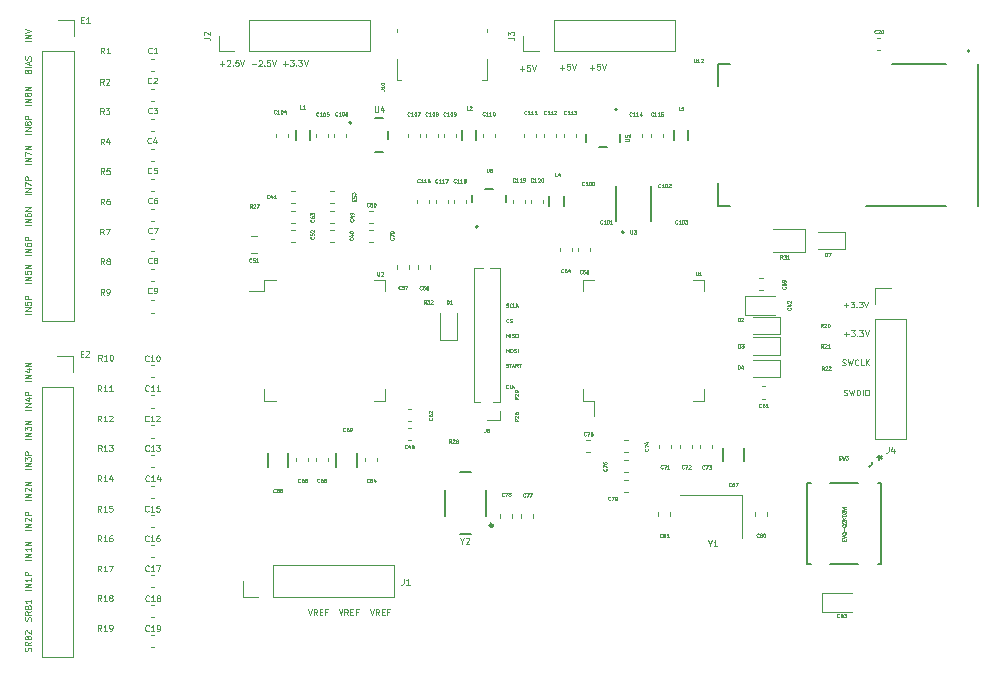
<source format=gto>
%TF.GenerationSoftware,KiCad,Pcbnew,5.1.9-73d0e3b20d~88~ubuntu20.04.1*%
%TF.CreationDate,2021-04-29T12:20:41+03:00*%
%TF.ProjectId,eeg,6565672e-6b69-4636-9164-5f7063625858,rev?*%
%TF.SameCoordinates,Original*%
%TF.FileFunction,Legend,Top*%
%TF.FilePolarity,Positive*%
%FSLAX46Y46*%
G04 Gerber Fmt 4.6, Leading zero omitted, Abs format (unit mm)*
G04 Created by KiCad (PCBNEW 5.1.9-73d0e3b20d~88~ubuntu20.04.1) date 2021-04-29 12:20:41*
%MOMM*%
%LPD*%
G01*
G04 APERTURE LIST*
%ADD10C,0.075000*%
%ADD11C,0.125000*%
%ADD12C,0.120000*%
%ADD13C,0.200000*%
%ADD14C,0.127000*%
%ADD15C,0.300000*%
%ADD16C,0.152400*%
%ADD17C,0.015000*%
%ADD18C,0.150000*%
G04 APERTURE END LIST*
D10*
X79521428Y-61577142D02*
X79507142Y-61591428D01*
X79464285Y-61605714D01*
X79435714Y-61605714D01*
X79392857Y-61591428D01*
X79364285Y-61562857D01*
X79350000Y-61534285D01*
X79335714Y-61477142D01*
X79335714Y-61434285D01*
X79350000Y-61377142D01*
X79364285Y-61348571D01*
X79392857Y-61320000D01*
X79435714Y-61305714D01*
X79464285Y-61305714D01*
X79507142Y-61320000D01*
X79521428Y-61334285D01*
X79792857Y-61605714D02*
X79650000Y-61605714D01*
X79650000Y-61305714D01*
X79892857Y-61605714D02*
X79892857Y-61305714D01*
X80064285Y-61605714D02*
X79935714Y-61434285D01*
X80064285Y-61305714D02*
X79892857Y-61477142D01*
X79364285Y-59783678D02*
X79407143Y-59797964D01*
X79478571Y-59797964D01*
X79507143Y-59783678D01*
X79521428Y-59769392D01*
X79535714Y-59740821D01*
X79535714Y-59712250D01*
X79521428Y-59683678D01*
X79507143Y-59669392D01*
X79478571Y-59655107D01*
X79421428Y-59640821D01*
X79392857Y-59626535D01*
X79378571Y-59612250D01*
X79364285Y-59583678D01*
X79364285Y-59555107D01*
X79378571Y-59526535D01*
X79392857Y-59512250D01*
X79421428Y-59497964D01*
X79492857Y-59497964D01*
X79535714Y-59512250D01*
X79621428Y-59497964D02*
X79792857Y-59497964D01*
X79707143Y-59797964D02*
X79707143Y-59497964D01*
X79878571Y-59712250D02*
X80021428Y-59712250D01*
X79850000Y-59797964D02*
X79950000Y-59497964D01*
X80050000Y-59797964D01*
X80321428Y-59797964D02*
X80221428Y-59655107D01*
X80150000Y-59797964D02*
X80150000Y-59497964D01*
X80264285Y-59497964D01*
X80292857Y-59512250D01*
X80307143Y-59526535D01*
X80321428Y-59555107D01*
X80321428Y-59597964D01*
X80307143Y-59626535D01*
X80292857Y-59640821D01*
X80264285Y-59655107D01*
X80150000Y-59655107D01*
X80407143Y-59497964D02*
X80578571Y-59497964D01*
X80492857Y-59797964D02*
X80492857Y-59497964D01*
X79378571Y-58527964D02*
X79378571Y-58227964D01*
X79478571Y-58442250D01*
X79578571Y-58227964D01*
X79578571Y-58527964D01*
X79778571Y-58227964D02*
X79835714Y-58227964D01*
X79864285Y-58242250D01*
X79892857Y-58270821D01*
X79907142Y-58327964D01*
X79907142Y-58427964D01*
X79892857Y-58485107D01*
X79864285Y-58513678D01*
X79835714Y-58527964D01*
X79778571Y-58527964D01*
X79750000Y-58513678D01*
X79721428Y-58485107D01*
X79707142Y-58427964D01*
X79707142Y-58327964D01*
X79721428Y-58270821D01*
X79750000Y-58242250D01*
X79778571Y-58227964D01*
X80021428Y-58513678D02*
X80064285Y-58527964D01*
X80135714Y-58527964D01*
X80164285Y-58513678D01*
X80178571Y-58499392D01*
X80192857Y-58470821D01*
X80192857Y-58442250D01*
X80178571Y-58413678D01*
X80164285Y-58399392D01*
X80135714Y-58385107D01*
X80078571Y-58370821D01*
X80050000Y-58356535D01*
X80035714Y-58342250D01*
X80021428Y-58313678D01*
X80021428Y-58285107D01*
X80035714Y-58256535D01*
X80050000Y-58242250D01*
X80078571Y-58227964D01*
X80150000Y-58227964D01*
X80192857Y-58242250D01*
X80321428Y-58527964D02*
X80321428Y-58227964D01*
X79378571Y-57255714D02*
X79378571Y-56955714D01*
X79478571Y-57170000D01*
X79578571Y-56955714D01*
X79578571Y-57255714D01*
X79721428Y-57255714D02*
X79721428Y-56955714D01*
X79850000Y-57241428D02*
X79892857Y-57255714D01*
X79964285Y-57255714D01*
X79992857Y-57241428D01*
X80007142Y-57227142D01*
X80021428Y-57198571D01*
X80021428Y-57170000D01*
X80007142Y-57141428D01*
X79992857Y-57127142D01*
X79964285Y-57112857D01*
X79907142Y-57098571D01*
X79878571Y-57084285D01*
X79864285Y-57070000D01*
X79850000Y-57041428D01*
X79850000Y-57012857D01*
X79864285Y-56984285D01*
X79878571Y-56970000D01*
X79907142Y-56955714D01*
X79978571Y-56955714D01*
X80021428Y-56970000D01*
X80207142Y-56955714D02*
X80264285Y-56955714D01*
X80292857Y-56970000D01*
X80321428Y-56998571D01*
X80335714Y-57055714D01*
X80335714Y-57155714D01*
X80321428Y-57212857D01*
X80292857Y-57241428D01*
X80264285Y-57255714D01*
X80207142Y-57255714D01*
X80178571Y-57241428D01*
X80150000Y-57212857D01*
X80135714Y-57155714D01*
X80135714Y-57055714D01*
X80150000Y-56998571D01*
X80178571Y-56970000D01*
X80207142Y-56955714D01*
X79550000Y-55977142D02*
X79535714Y-55991428D01*
X79492857Y-56005714D01*
X79464285Y-56005714D01*
X79421428Y-55991428D01*
X79392857Y-55962857D01*
X79378571Y-55934285D01*
X79364285Y-55877142D01*
X79364285Y-55834285D01*
X79378571Y-55777142D01*
X79392857Y-55748571D01*
X79421428Y-55720000D01*
X79464285Y-55705714D01*
X79492857Y-55705714D01*
X79535714Y-55720000D01*
X79550000Y-55734285D01*
X79664285Y-55991428D02*
X79707142Y-56005714D01*
X79778571Y-56005714D01*
X79807142Y-55991428D01*
X79821428Y-55977142D01*
X79835714Y-55948571D01*
X79835714Y-55920000D01*
X79821428Y-55891428D01*
X79807142Y-55877142D01*
X79778571Y-55862857D01*
X79721428Y-55848571D01*
X79692857Y-55834285D01*
X79678571Y-55820000D01*
X79664285Y-55791428D01*
X79664285Y-55762857D01*
X79678571Y-55734285D01*
X79692857Y-55720000D01*
X79721428Y-55705714D01*
X79792857Y-55705714D01*
X79835714Y-55720000D01*
X79364285Y-54691428D02*
X79407142Y-54705714D01*
X79478570Y-54705714D01*
X79507142Y-54691428D01*
X79521428Y-54677142D01*
X79535713Y-54648571D01*
X79535713Y-54620000D01*
X79521428Y-54591428D01*
X79507142Y-54577142D01*
X79478570Y-54562857D01*
X79421428Y-54548571D01*
X79392856Y-54534285D01*
X79378570Y-54520000D01*
X79364285Y-54491428D01*
X79364285Y-54462857D01*
X79378570Y-54434285D01*
X79392856Y-54420000D01*
X79421428Y-54405714D01*
X79492856Y-54405714D01*
X79535713Y-54420000D01*
X79835713Y-54677142D02*
X79821428Y-54691428D01*
X79778570Y-54705714D01*
X79749999Y-54705714D01*
X79707142Y-54691428D01*
X79678570Y-54662857D01*
X79664285Y-54634285D01*
X79649999Y-54577142D01*
X79649999Y-54534285D01*
X79664285Y-54477142D01*
X79678570Y-54448571D01*
X79707142Y-54420000D01*
X79749999Y-54405714D01*
X79778570Y-54405714D01*
X79821428Y-54420000D01*
X79835713Y-54434285D01*
X80107142Y-54705714D02*
X79964285Y-54705714D01*
X79964285Y-54405714D01*
X80207142Y-54705714D02*
X80207142Y-54405714D01*
X80378570Y-54705714D02*
X80249999Y-54534285D01*
X80378570Y-54405714D02*
X80207142Y-54577142D01*
D11*
X107975000Y-56985714D02*
X108355952Y-56985714D01*
X108165476Y-57176190D02*
X108165476Y-56795238D01*
X108546428Y-56676190D02*
X108855952Y-56676190D01*
X108689285Y-56866666D01*
X108760714Y-56866666D01*
X108808333Y-56890476D01*
X108832142Y-56914285D01*
X108855952Y-56961904D01*
X108855952Y-57080952D01*
X108832142Y-57128571D01*
X108808333Y-57152380D01*
X108760714Y-57176190D01*
X108617857Y-57176190D01*
X108570238Y-57152380D01*
X108546428Y-57128571D01*
X109070238Y-57128571D02*
X109094047Y-57152380D01*
X109070238Y-57176190D01*
X109046428Y-57152380D01*
X109070238Y-57128571D01*
X109070238Y-57176190D01*
X109260714Y-56676190D02*
X109570238Y-56676190D01*
X109403571Y-56866666D01*
X109475000Y-56866666D01*
X109522619Y-56890476D01*
X109546428Y-56914285D01*
X109570238Y-56961904D01*
X109570238Y-57080952D01*
X109546428Y-57128571D01*
X109522619Y-57152380D01*
X109475000Y-57176190D01*
X109332142Y-57176190D01*
X109284523Y-57152380D01*
X109260714Y-57128571D01*
X109713095Y-56676190D02*
X109879761Y-57176190D01*
X110046428Y-56676190D01*
X107950000Y-54560714D02*
X108330952Y-54560714D01*
X108140476Y-54751190D02*
X108140476Y-54370238D01*
X108521428Y-54251190D02*
X108830952Y-54251190D01*
X108664285Y-54441666D01*
X108735714Y-54441666D01*
X108783333Y-54465476D01*
X108807142Y-54489285D01*
X108830952Y-54536904D01*
X108830952Y-54655952D01*
X108807142Y-54703571D01*
X108783333Y-54727380D01*
X108735714Y-54751190D01*
X108592857Y-54751190D01*
X108545238Y-54727380D01*
X108521428Y-54703571D01*
X109045238Y-54703571D02*
X109069047Y-54727380D01*
X109045238Y-54751190D01*
X109021428Y-54727380D01*
X109045238Y-54703571D01*
X109045238Y-54751190D01*
X109235714Y-54251190D02*
X109545238Y-54251190D01*
X109378571Y-54441666D01*
X109450000Y-54441666D01*
X109497619Y-54465476D01*
X109521428Y-54489285D01*
X109545238Y-54536904D01*
X109545238Y-54655952D01*
X109521428Y-54703571D01*
X109497619Y-54727380D01*
X109450000Y-54751190D01*
X109307142Y-54751190D01*
X109259523Y-54727380D01*
X109235714Y-54703571D01*
X109688095Y-54251190D02*
X109854761Y-54751190D01*
X110021428Y-54251190D01*
X107961905Y-62177380D02*
X108033333Y-62201190D01*
X108152381Y-62201190D01*
X108200000Y-62177380D01*
X108223809Y-62153571D01*
X108247619Y-62105952D01*
X108247619Y-62058333D01*
X108223809Y-62010714D01*
X108200000Y-61986904D01*
X108152381Y-61963095D01*
X108057143Y-61939285D01*
X108009524Y-61915476D01*
X107985714Y-61891666D01*
X107961905Y-61844047D01*
X107961905Y-61796428D01*
X107985714Y-61748809D01*
X108009524Y-61725000D01*
X108057143Y-61701190D01*
X108176190Y-61701190D01*
X108247619Y-61725000D01*
X108414286Y-61701190D02*
X108533333Y-62201190D01*
X108628571Y-61844047D01*
X108723809Y-62201190D01*
X108842857Y-61701190D01*
X109033333Y-62201190D02*
X109033333Y-61701190D01*
X109152381Y-61701190D01*
X109223809Y-61725000D01*
X109271429Y-61772619D01*
X109295238Y-61820238D01*
X109319048Y-61915476D01*
X109319048Y-61986904D01*
X109295238Y-62082142D01*
X109271429Y-62129761D01*
X109223809Y-62177380D01*
X109152381Y-62201190D01*
X109033333Y-62201190D01*
X109533333Y-62201190D02*
X109533333Y-61701190D01*
X109866667Y-61701190D02*
X109961905Y-61701190D01*
X110009524Y-61725000D01*
X110057143Y-61772619D01*
X110080952Y-61867857D01*
X110080952Y-62034523D01*
X110057143Y-62129761D01*
X110009524Y-62177380D01*
X109961905Y-62201190D01*
X109866667Y-62201190D01*
X109819048Y-62177380D01*
X109771429Y-62129761D01*
X109747619Y-62034523D01*
X109747619Y-61867857D01*
X109771429Y-61772619D01*
X109819048Y-61725000D01*
X109866667Y-61701190D01*
X107819047Y-59627380D02*
X107890476Y-59651190D01*
X108009523Y-59651190D01*
X108057142Y-59627380D01*
X108080952Y-59603571D01*
X108104761Y-59555952D01*
X108104761Y-59508333D01*
X108080952Y-59460714D01*
X108057142Y-59436904D01*
X108009523Y-59413095D01*
X107914285Y-59389285D01*
X107866666Y-59365476D01*
X107842857Y-59341666D01*
X107819047Y-59294047D01*
X107819047Y-59246428D01*
X107842857Y-59198809D01*
X107866666Y-59175000D01*
X107914285Y-59151190D01*
X108033333Y-59151190D01*
X108104761Y-59175000D01*
X108271428Y-59151190D02*
X108390476Y-59651190D01*
X108485714Y-59294047D01*
X108580952Y-59651190D01*
X108700000Y-59151190D01*
X109176190Y-59603571D02*
X109152380Y-59627380D01*
X109080952Y-59651190D01*
X109033333Y-59651190D01*
X108961904Y-59627380D01*
X108914285Y-59579761D01*
X108890476Y-59532142D01*
X108866666Y-59436904D01*
X108866666Y-59365476D01*
X108890476Y-59270238D01*
X108914285Y-59222619D01*
X108961904Y-59175000D01*
X109033333Y-59151190D01*
X109080952Y-59151190D01*
X109152380Y-59175000D01*
X109176190Y-59198809D01*
X109628571Y-59651190D02*
X109390476Y-59651190D01*
X109390476Y-59151190D01*
X109795238Y-59651190D02*
X109795238Y-59151190D01*
X110080952Y-59651190D02*
X109866666Y-59365476D01*
X110080952Y-59151190D02*
X109795238Y-59436904D01*
X67842857Y-80301190D02*
X68009523Y-80801190D01*
X68176190Y-80301190D01*
X68628571Y-80801190D02*
X68461904Y-80563095D01*
X68342857Y-80801190D02*
X68342857Y-80301190D01*
X68533333Y-80301190D01*
X68580952Y-80325000D01*
X68604761Y-80348809D01*
X68628571Y-80396428D01*
X68628571Y-80467857D01*
X68604761Y-80515476D01*
X68580952Y-80539285D01*
X68533333Y-80563095D01*
X68342857Y-80563095D01*
X68842857Y-80539285D02*
X69009523Y-80539285D01*
X69080952Y-80801190D02*
X68842857Y-80801190D01*
X68842857Y-80301190D01*
X69080952Y-80301190D01*
X69461904Y-80539285D02*
X69295238Y-80539285D01*
X69295238Y-80801190D02*
X69295238Y-80301190D01*
X69533333Y-80301190D01*
X65167857Y-80301190D02*
X65334523Y-80801190D01*
X65501190Y-80301190D01*
X65953571Y-80801190D02*
X65786904Y-80563095D01*
X65667857Y-80801190D02*
X65667857Y-80301190D01*
X65858333Y-80301190D01*
X65905952Y-80325000D01*
X65929761Y-80348809D01*
X65953571Y-80396428D01*
X65953571Y-80467857D01*
X65929761Y-80515476D01*
X65905952Y-80539285D01*
X65858333Y-80563095D01*
X65667857Y-80563095D01*
X66167857Y-80539285D02*
X66334523Y-80539285D01*
X66405952Y-80801190D02*
X66167857Y-80801190D01*
X66167857Y-80301190D01*
X66405952Y-80301190D01*
X66786904Y-80539285D02*
X66620238Y-80539285D01*
X66620238Y-80801190D02*
X66620238Y-80301190D01*
X66858333Y-80301190D01*
X62567857Y-80301190D02*
X62734523Y-80801190D01*
X62901190Y-80301190D01*
X63353571Y-80801190D02*
X63186904Y-80563095D01*
X63067857Y-80801190D02*
X63067857Y-80301190D01*
X63258333Y-80301190D01*
X63305952Y-80325000D01*
X63329761Y-80348809D01*
X63353571Y-80396428D01*
X63353571Y-80467857D01*
X63329761Y-80515476D01*
X63305952Y-80539285D01*
X63258333Y-80563095D01*
X63067857Y-80563095D01*
X63567857Y-80539285D02*
X63734523Y-80539285D01*
X63805952Y-80801190D02*
X63567857Y-80801190D01*
X63567857Y-80301190D01*
X63805952Y-80301190D01*
X64186904Y-80539285D02*
X64020238Y-80539285D01*
X64020238Y-80801190D02*
X64020238Y-80301190D01*
X64258333Y-80301190D01*
X86457142Y-34435714D02*
X86838095Y-34435714D01*
X86647619Y-34626190D02*
X86647619Y-34245238D01*
X87314285Y-34126190D02*
X87076190Y-34126190D01*
X87052380Y-34364285D01*
X87076190Y-34340476D01*
X87123809Y-34316666D01*
X87242857Y-34316666D01*
X87290476Y-34340476D01*
X87314285Y-34364285D01*
X87338095Y-34411904D01*
X87338095Y-34530952D01*
X87314285Y-34578571D01*
X87290476Y-34602380D01*
X87242857Y-34626190D01*
X87123809Y-34626190D01*
X87076190Y-34602380D01*
X87052380Y-34578571D01*
X87480952Y-34126190D02*
X87647619Y-34626190D01*
X87814285Y-34126190D01*
X83894642Y-34435714D02*
X84275595Y-34435714D01*
X84085119Y-34626190D02*
X84085119Y-34245238D01*
X84751785Y-34126190D02*
X84513690Y-34126190D01*
X84489880Y-34364285D01*
X84513690Y-34340476D01*
X84561309Y-34316666D01*
X84680357Y-34316666D01*
X84727976Y-34340476D01*
X84751785Y-34364285D01*
X84775595Y-34411904D01*
X84775595Y-34530952D01*
X84751785Y-34578571D01*
X84727976Y-34602380D01*
X84680357Y-34626190D01*
X84561309Y-34626190D01*
X84513690Y-34602380D01*
X84489880Y-34578571D01*
X84918452Y-34126190D02*
X85085119Y-34626190D01*
X85251785Y-34126190D01*
X80507142Y-34535714D02*
X80888095Y-34535714D01*
X80697619Y-34726190D02*
X80697619Y-34345238D01*
X81364285Y-34226190D02*
X81126190Y-34226190D01*
X81102380Y-34464285D01*
X81126190Y-34440476D01*
X81173809Y-34416666D01*
X81292857Y-34416666D01*
X81340476Y-34440476D01*
X81364285Y-34464285D01*
X81388095Y-34511904D01*
X81388095Y-34630952D01*
X81364285Y-34678571D01*
X81340476Y-34702380D01*
X81292857Y-34726190D01*
X81173809Y-34726190D01*
X81126190Y-34702380D01*
X81102380Y-34678571D01*
X81530952Y-34226190D02*
X81697619Y-34726190D01*
X81864285Y-34226190D01*
X60475000Y-34110714D02*
X60855952Y-34110714D01*
X60665476Y-34301190D02*
X60665476Y-33920238D01*
X61046428Y-33801190D02*
X61355952Y-33801190D01*
X61189285Y-33991666D01*
X61260714Y-33991666D01*
X61308333Y-34015476D01*
X61332142Y-34039285D01*
X61355952Y-34086904D01*
X61355952Y-34205952D01*
X61332142Y-34253571D01*
X61308333Y-34277380D01*
X61260714Y-34301190D01*
X61117857Y-34301190D01*
X61070238Y-34277380D01*
X61046428Y-34253571D01*
X61570238Y-34253571D02*
X61594047Y-34277380D01*
X61570238Y-34301190D01*
X61546428Y-34277380D01*
X61570238Y-34253571D01*
X61570238Y-34301190D01*
X61760714Y-33801190D02*
X62070238Y-33801190D01*
X61903571Y-33991666D01*
X61975000Y-33991666D01*
X62022619Y-34015476D01*
X62046428Y-34039285D01*
X62070238Y-34086904D01*
X62070238Y-34205952D01*
X62046428Y-34253571D01*
X62022619Y-34277380D01*
X61975000Y-34301190D01*
X61832142Y-34301190D01*
X61784523Y-34277380D01*
X61760714Y-34253571D01*
X62213095Y-33801190D02*
X62379761Y-34301190D01*
X62546428Y-33801190D01*
X57800000Y-34110714D02*
X58180952Y-34110714D01*
X58395238Y-33848809D02*
X58419047Y-33825000D01*
X58466666Y-33801190D01*
X58585714Y-33801190D01*
X58633333Y-33825000D01*
X58657142Y-33848809D01*
X58680952Y-33896428D01*
X58680952Y-33944047D01*
X58657142Y-34015476D01*
X58371428Y-34301190D01*
X58680952Y-34301190D01*
X58895238Y-34253571D02*
X58919047Y-34277380D01*
X58895238Y-34301190D01*
X58871428Y-34277380D01*
X58895238Y-34253571D01*
X58895238Y-34301190D01*
X59371428Y-33801190D02*
X59133333Y-33801190D01*
X59109523Y-34039285D01*
X59133333Y-34015476D01*
X59180952Y-33991666D01*
X59300000Y-33991666D01*
X59347619Y-34015476D01*
X59371428Y-34039285D01*
X59395238Y-34086904D01*
X59395238Y-34205952D01*
X59371428Y-34253571D01*
X59347619Y-34277380D01*
X59300000Y-34301190D01*
X59180952Y-34301190D01*
X59133333Y-34277380D01*
X59109523Y-34253571D01*
X59538095Y-33801190D02*
X59704761Y-34301190D01*
X59871428Y-33801190D01*
X55125000Y-34110714D02*
X55505952Y-34110714D01*
X55315476Y-34301190D02*
X55315476Y-33920238D01*
X55720238Y-33848809D02*
X55744047Y-33825000D01*
X55791666Y-33801190D01*
X55910714Y-33801190D01*
X55958333Y-33825000D01*
X55982142Y-33848809D01*
X56005952Y-33896428D01*
X56005952Y-33944047D01*
X55982142Y-34015476D01*
X55696428Y-34301190D01*
X56005952Y-34301190D01*
X56220238Y-34253571D02*
X56244047Y-34277380D01*
X56220238Y-34301190D01*
X56196428Y-34277380D01*
X56220238Y-34253571D01*
X56220238Y-34301190D01*
X56696428Y-33801190D02*
X56458333Y-33801190D01*
X56434523Y-34039285D01*
X56458333Y-34015476D01*
X56505952Y-33991666D01*
X56625000Y-33991666D01*
X56672619Y-34015476D01*
X56696428Y-34039285D01*
X56720238Y-34086904D01*
X56720238Y-34205952D01*
X56696428Y-34253571D01*
X56672619Y-34277380D01*
X56625000Y-34301190D01*
X56505952Y-34301190D01*
X56458333Y-34277380D01*
X56434523Y-34253571D01*
X56863095Y-33801190D02*
X57029761Y-34301190D01*
X57196428Y-33801190D01*
X39113690Y-32176190D02*
X38613690Y-32176190D01*
X39113690Y-31938095D02*
X38613690Y-31938095D01*
X39113690Y-31652380D01*
X38613690Y-31652380D01*
X38613690Y-31485714D02*
X39113690Y-31319047D01*
X38613690Y-31152380D01*
X38851785Y-34735714D02*
X38875595Y-34664285D01*
X38899404Y-34640476D01*
X38947023Y-34616666D01*
X39018452Y-34616666D01*
X39066071Y-34640476D01*
X39089880Y-34664285D01*
X39113690Y-34711904D01*
X39113690Y-34902380D01*
X38613690Y-34902380D01*
X38613690Y-34735714D01*
X38637500Y-34688095D01*
X38661309Y-34664285D01*
X38708928Y-34640476D01*
X38756547Y-34640476D01*
X38804166Y-34664285D01*
X38827976Y-34688095D01*
X38851785Y-34735714D01*
X38851785Y-34902380D01*
X39113690Y-34402380D02*
X38613690Y-34402380D01*
X38970833Y-34188095D02*
X38970833Y-33950000D01*
X39113690Y-34235714D02*
X38613690Y-34069047D01*
X39113690Y-33902380D01*
X39089880Y-33759523D02*
X39113690Y-33688095D01*
X39113690Y-33569047D01*
X39089880Y-33521428D01*
X39066071Y-33497619D01*
X39018452Y-33473809D01*
X38970833Y-33473809D01*
X38923214Y-33497619D01*
X38899404Y-33521428D01*
X38875595Y-33569047D01*
X38851785Y-33664285D01*
X38827976Y-33711904D01*
X38804166Y-33735714D01*
X38756547Y-33759523D01*
X38708928Y-33759523D01*
X38661309Y-33735714D01*
X38637500Y-33711904D01*
X38613690Y-33664285D01*
X38613690Y-33545238D01*
X38637500Y-33473809D01*
X39089880Y-83855952D02*
X39113690Y-83784523D01*
X39113690Y-83665476D01*
X39089880Y-83617857D01*
X39066071Y-83594047D01*
X39018452Y-83570238D01*
X38970833Y-83570238D01*
X38923214Y-83594047D01*
X38899404Y-83617857D01*
X38875595Y-83665476D01*
X38851785Y-83760714D01*
X38827976Y-83808333D01*
X38804166Y-83832142D01*
X38756547Y-83855952D01*
X38708928Y-83855952D01*
X38661309Y-83832142D01*
X38637500Y-83808333D01*
X38613690Y-83760714D01*
X38613690Y-83641666D01*
X38637500Y-83570238D01*
X39113690Y-83070238D02*
X38875595Y-83236904D01*
X39113690Y-83355952D02*
X38613690Y-83355952D01*
X38613690Y-83165476D01*
X38637500Y-83117857D01*
X38661309Y-83094047D01*
X38708928Y-83070238D01*
X38780357Y-83070238D01*
X38827976Y-83094047D01*
X38851785Y-83117857D01*
X38875595Y-83165476D01*
X38875595Y-83355952D01*
X38851785Y-82689285D02*
X38875595Y-82617857D01*
X38899404Y-82594047D01*
X38947023Y-82570238D01*
X39018452Y-82570238D01*
X39066071Y-82594047D01*
X39089880Y-82617857D01*
X39113690Y-82665476D01*
X39113690Y-82855952D01*
X38613690Y-82855952D01*
X38613690Y-82689285D01*
X38637500Y-82641666D01*
X38661309Y-82617857D01*
X38708928Y-82594047D01*
X38756547Y-82594047D01*
X38804166Y-82617857D01*
X38827976Y-82641666D01*
X38851785Y-82689285D01*
X38851785Y-82855952D01*
X38661309Y-82379761D02*
X38637500Y-82355952D01*
X38613690Y-82308333D01*
X38613690Y-82189285D01*
X38637500Y-82141666D01*
X38661309Y-82117857D01*
X38708928Y-82094047D01*
X38756547Y-82094047D01*
X38827976Y-82117857D01*
X39113690Y-82403571D01*
X39113690Y-82094047D01*
X39089880Y-81255952D02*
X39113690Y-81184523D01*
X39113690Y-81065476D01*
X39089880Y-81017857D01*
X39066071Y-80994047D01*
X39018452Y-80970238D01*
X38970833Y-80970238D01*
X38923214Y-80994047D01*
X38899404Y-81017857D01*
X38875595Y-81065476D01*
X38851785Y-81160714D01*
X38827976Y-81208333D01*
X38804166Y-81232142D01*
X38756547Y-81255952D01*
X38708928Y-81255952D01*
X38661309Y-81232142D01*
X38637500Y-81208333D01*
X38613690Y-81160714D01*
X38613690Y-81041666D01*
X38637500Y-80970238D01*
X39113690Y-80470238D02*
X38875595Y-80636904D01*
X39113690Y-80755952D02*
X38613690Y-80755952D01*
X38613690Y-80565476D01*
X38637500Y-80517857D01*
X38661309Y-80494047D01*
X38708928Y-80470238D01*
X38780357Y-80470238D01*
X38827976Y-80494047D01*
X38851785Y-80517857D01*
X38875595Y-80565476D01*
X38875595Y-80755952D01*
X38851785Y-80089285D02*
X38875595Y-80017857D01*
X38899404Y-79994047D01*
X38947023Y-79970238D01*
X39018452Y-79970238D01*
X39066071Y-79994047D01*
X39089880Y-80017857D01*
X39113690Y-80065476D01*
X39113690Y-80255952D01*
X38613690Y-80255952D01*
X38613690Y-80089285D01*
X38637500Y-80041666D01*
X38661309Y-80017857D01*
X38708928Y-79994047D01*
X38756547Y-79994047D01*
X38804166Y-80017857D01*
X38827976Y-80041666D01*
X38851785Y-80089285D01*
X38851785Y-80255952D01*
X39113690Y-79494047D02*
X39113690Y-79779761D01*
X39113690Y-79636904D02*
X38613690Y-79636904D01*
X38685119Y-79684523D01*
X38732738Y-79732142D01*
X38756547Y-79779761D01*
X39113690Y-78675000D02*
X38613690Y-78675000D01*
X39113690Y-78436904D02*
X38613690Y-78436904D01*
X39113690Y-78151190D01*
X38613690Y-78151190D01*
X39113690Y-77651190D02*
X39113690Y-77936904D01*
X39113690Y-77794047D02*
X38613690Y-77794047D01*
X38685119Y-77841666D01*
X38732738Y-77889285D01*
X38756547Y-77936904D01*
X39113690Y-77436904D02*
X38613690Y-77436904D01*
X38613690Y-77246428D01*
X38637500Y-77198809D01*
X38661309Y-77175000D01*
X38708928Y-77151190D01*
X38780357Y-77151190D01*
X38827976Y-77175000D01*
X38851785Y-77198809D01*
X38875595Y-77246428D01*
X38875595Y-77436904D01*
X39113690Y-76111904D02*
X38613690Y-76111904D01*
X39113690Y-75873809D02*
X38613690Y-75873809D01*
X39113690Y-75588095D01*
X38613690Y-75588095D01*
X39113690Y-75088095D02*
X39113690Y-75373809D01*
X39113690Y-75230952D02*
X38613690Y-75230952D01*
X38685119Y-75278571D01*
X38732738Y-75326190D01*
X38756547Y-75373809D01*
X39113690Y-74873809D02*
X38613690Y-74873809D01*
X39113690Y-74588095D01*
X38613690Y-74588095D01*
X39113690Y-73575000D02*
X38613690Y-73575000D01*
X39113690Y-73336904D02*
X38613690Y-73336904D01*
X39113690Y-73051190D01*
X38613690Y-73051190D01*
X38661309Y-72836904D02*
X38637500Y-72813095D01*
X38613690Y-72765476D01*
X38613690Y-72646428D01*
X38637500Y-72598809D01*
X38661309Y-72575000D01*
X38708928Y-72551190D01*
X38756547Y-72551190D01*
X38827976Y-72575000D01*
X39113690Y-72860714D01*
X39113690Y-72551190D01*
X39113690Y-72336904D02*
X38613690Y-72336904D01*
X38613690Y-72146428D01*
X38637500Y-72098809D01*
X38661309Y-72075000D01*
X38708928Y-72051190D01*
X38780357Y-72051190D01*
X38827976Y-72075000D01*
X38851785Y-72098809D01*
X38875595Y-72146428D01*
X38875595Y-72336904D01*
X39113690Y-71036904D02*
X38613690Y-71036904D01*
X39113690Y-70798809D02*
X38613690Y-70798809D01*
X39113690Y-70513095D01*
X38613690Y-70513095D01*
X38661309Y-70298809D02*
X38637500Y-70275000D01*
X38613690Y-70227380D01*
X38613690Y-70108333D01*
X38637500Y-70060714D01*
X38661309Y-70036904D01*
X38708928Y-70013095D01*
X38756547Y-70013095D01*
X38827976Y-70036904D01*
X39113690Y-70322619D01*
X39113690Y-70013095D01*
X39113690Y-69798809D02*
X38613690Y-69798809D01*
X39113690Y-69513095D01*
X38613690Y-69513095D01*
X39113690Y-68450000D02*
X38613690Y-68450000D01*
X39113690Y-68211904D02*
X38613690Y-68211904D01*
X39113690Y-67926190D01*
X38613690Y-67926190D01*
X38613690Y-67735714D02*
X38613690Y-67426190D01*
X38804166Y-67592857D01*
X38804166Y-67521428D01*
X38827976Y-67473809D01*
X38851785Y-67450000D01*
X38899404Y-67426190D01*
X39018452Y-67426190D01*
X39066071Y-67450000D01*
X39089880Y-67473809D01*
X39113690Y-67521428D01*
X39113690Y-67664285D01*
X39089880Y-67711904D01*
X39066071Y-67735714D01*
X39113690Y-67211904D02*
X38613690Y-67211904D01*
X38613690Y-67021428D01*
X38637500Y-66973809D01*
X38661309Y-66950000D01*
X38708928Y-66926190D01*
X38780357Y-66926190D01*
X38827976Y-66950000D01*
X38851785Y-66973809D01*
X38875595Y-67021428D01*
X38875595Y-67211904D01*
X39113690Y-65861904D02*
X38613690Y-65861904D01*
X39113690Y-65623809D02*
X38613690Y-65623809D01*
X39113690Y-65338095D01*
X38613690Y-65338095D01*
X38613690Y-65147619D02*
X38613690Y-64838095D01*
X38804166Y-65004761D01*
X38804166Y-64933333D01*
X38827976Y-64885714D01*
X38851785Y-64861904D01*
X38899404Y-64838095D01*
X39018452Y-64838095D01*
X39066071Y-64861904D01*
X39089880Y-64885714D01*
X39113690Y-64933333D01*
X39113690Y-65076190D01*
X39089880Y-65123809D01*
X39066071Y-65147619D01*
X39113690Y-64623809D02*
X38613690Y-64623809D01*
X39113690Y-64338095D01*
X38613690Y-64338095D01*
X39113690Y-63400000D02*
X38613690Y-63400000D01*
X39113690Y-63161904D02*
X38613690Y-63161904D01*
X39113690Y-62876190D01*
X38613690Y-62876190D01*
X38780357Y-62423809D02*
X39113690Y-62423809D01*
X38589880Y-62542857D02*
X38947023Y-62661904D01*
X38947023Y-62352380D01*
X39113690Y-62161904D02*
X38613690Y-62161904D01*
X38613690Y-61971428D01*
X38637500Y-61923809D01*
X38661309Y-61900000D01*
X38708928Y-61876190D01*
X38780357Y-61876190D01*
X38827976Y-61900000D01*
X38851785Y-61923809D01*
X38875595Y-61971428D01*
X38875595Y-62161904D01*
X39113690Y-60961904D02*
X38613690Y-60961904D01*
X39113690Y-60723809D02*
X38613690Y-60723809D01*
X39113690Y-60438095D01*
X38613690Y-60438095D01*
X38780357Y-59985714D02*
X39113690Y-59985714D01*
X38589880Y-60104761D02*
X38947023Y-60223809D01*
X38947023Y-59914285D01*
X39113690Y-59723809D02*
X38613690Y-59723809D01*
X39113690Y-59438095D01*
X38613690Y-59438095D01*
X39113690Y-55275000D02*
X38613690Y-55275000D01*
X39113690Y-55036904D02*
X38613690Y-55036904D01*
X39113690Y-54751190D01*
X38613690Y-54751190D01*
X38613690Y-54275000D02*
X38613690Y-54513095D01*
X38851785Y-54536904D01*
X38827976Y-54513095D01*
X38804166Y-54465476D01*
X38804166Y-54346428D01*
X38827976Y-54298809D01*
X38851785Y-54275000D01*
X38899404Y-54251190D01*
X39018452Y-54251190D01*
X39066071Y-54275000D01*
X39089880Y-54298809D01*
X39113690Y-54346428D01*
X39113690Y-54465476D01*
X39089880Y-54513095D01*
X39066071Y-54536904D01*
X39113690Y-54036904D02*
X38613690Y-54036904D01*
X38613690Y-53846428D01*
X38637500Y-53798809D01*
X38661309Y-53775000D01*
X38708928Y-53751190D01*
X38780357Y-53751190D01*
X38827976Y-53775000D01*
X38851785Y-53798809D01*
X38875595Y-53846428D01*
X38875595Y-54036904D01*
X39113690Y-52661904D02*
X38613690Y-52661904D01*
X39113690Y-52423809D02*
X38613690Y-52423809D01*
X39113690Y-52138095D01*
X38613690Y-52138095D01*
X38613690Y-51661904D02*
X38613690Y-51900000D01*
X38851785Y-51923809D01*
X38827976Y-51900000D01*
X38804166Y-51852380D01*
X38804166Y-51733333D01*
X38827976Y-51685714D01*
X38851785Y-51661904D01*
X38899404Y-51638095D01*
X39018452Y-51638095D01*
X39066071Y-51661904D01*
X39089880Y-51685714D01*
X39113690Y-51733333D01*
X39113690Y-51852380D01*
X39089880Y-51900000D01*
X39066071Y-51923809D01*
X39113690Y-51423809D02*
X38613690Y-51423809D01*
X39113690Y-51138095D01*
X38613690Y-51138095D01*
X39113690Y-50300000D02*
X38613690Y-50300000D01*
X39113690Y-50061904D02*
X38613690Y-50061904D01*
X39113690Y-49776190D01*
X38613690Y-49776190D01*
X38613690Y-49323809D02*
X38613690Y-49419047D01*
X38637500Y-49466666D01*
X38661309Y-49490476D01*
X38732738Y-49538095D01*
X38827976Y-49561904D01*
X39018452Y-49561904D01*
X39066071Y-49538095D01*
X39089880Y-49514285D01*
X39113690Y-49466666D01*
X39113690Y-49371428D01*
X39089880Y-49323809D01*
X39066071Y-49300000D01*
X39018452Y-49276190D01*
X38899404Y-49276190D01*
X38851785Y-49300000D01*
X38827976Y-49323809D01*
X38804166Y-49371428D01*
X38804166Y-49466666D01*
X38827976Y-49514285D01*
X38851785Y-49538095D01*
X38899404Y-49561904D01*
X39113690Y-49061904D02*
X38613690Y-49061904D01*
X38613690Y-48871428D01*
X38637500Y-48823809D01*
X38661309Y-48800000D01*
X38708928Y-48776190D01*
X38780357Y-48776190D01*
X38827976Y-48800000D01*
X38851785Y-48823809D01*
X38875595Y-48871428D01*
X38875595Y-49061904D01*
X39113690Y-47786904D02*
X38613690Y-47786904D01*
X39113690Y-47548809D02*
X38613690Y-47548809D01*
X39113690Y-47263095D01*
X38613690Y-47263095D01*
X38613690Y-46810714D02*
X38613690Y-46905952D01*
X38637500Y-46953571D01*
X38661309Y-46977380D01*
X38732738Y-47025000D01*
X38827976Y-47048809D01*
X39018452Y-47048809D01*
X39066071Y-47025000D01*
X39089880Y-47001190D01*
X39113690Y-46953571D01*
X39113690Y-46858333D01*
X39089880Y-46810714D01*
X39066071Y-46786904D01*
X39018452Y-46763095D01*
X38899404Y-46763095D01*
X38851785Y-46786904D01*
X38827976Y-46810714D01*
X38804166Y-46858333D01*
X38804166Y-46953571D01*
X38827976Y-47001190D01*
X38851785Y-47025000D01*
X38899404Y-47048809D01*
X39113690Y-46548809D02*
X38613690Y-46548809D01*
X39113690Y-46263095D01*
X38613690Y-46263095D01*
X39113690Y-45175000D02*
X38613690Y-45175000D01*
X39113690Y-44936904D02*
X38613690Y-44936904D01*
X39113690Y-44651190D01*
X38613690Y-44651190D01*
X38613690Y-44460714D02*
X38613690Y-44127380D01*
X39113690Y-44341666D01*
X39113690Y-43936904D02*
X38613690Y-43936904D01*
X38613690Y-43746428D01*
X38637500Y-43698809D01*
X38661309Y-43675000D01*
X38708928Y-43651190D01*
X38780357Y-43651190D01*
X38827976Y-43675000D01*
X38851785Y-43698809D01*
X38875595Y-43746428D01*
X38875595Y-43936904D01*
X39113690Y-42611904D02*
X38613690Y-42611904D01*
X39113690Y-42373809D02*
X38613690Y-42373809D01*
X39113690Y-42088095D01*
X38613690Y-42088095D01*
X38613690Y-41897619D02*
X38613690Y-41564285D01*
X39113690Y-41778571D01*
X39113690Y-41373809D02*
X38613690Y-41373809D01*
X39113690Y-41088095D01*
X38613690Y-41088095D01*
X39113690Y-37586904D02*
X38613690Y-37586904D01*
X39113690Y-37348809D02*
X38613690Y-37348809D01*
X39113690Y-37063095D01*
X38613690Y-37063095D01*
X38827976Y-36753571D02*
X38804166Y-36801190D01*
X38780357Y-36825000D01*
X38732738Y-36848809D01*
X38708928Y-36848809D01*
X38661309Y-36825000D01*
X38637500Y-36801190D01*
X38613690Y-36753571D01*
X38613690Y-36658333D01*
X38637500Y-36610714D01*
X38661309Y-36586904D01*
X38708928Y-36563095D01*
X38732738Y-36563095D01*
X38780357Y-36586904D01*
X38804166Y-36610714D01*
X38827976Y-36658333D01*
X38827976Y-36753571D01*
X38851785Y-36801190D01*
X38875595Y-36825000D01*
X38923214Y-36848809D01*
X39018452Y-36848809D01*
X39066071Y-36825000D01*
X39089880Y-36801190D01*
X39113690Y-36753571D01*
X39113690Y-36658333D01*
X39089880Y-36610714D01*
X39066071Y-36586904D01*
X39018452Y-36563095D01*
X38923214Y-36563095D01*
X38875595Y-36586904D01*
X38851785Y-36610714D01*
X38827976Y-36658333D01*
X39113690Y-36348809D02*
X38613690Y-36348809D01*
X39113690Y-36063095D01*
X38613690Y-36063095D01*
X39113690Y-40025000D02*
X38613690Y-40025000D01*
X39113690Y-39786904D02*
X38613690Y-39786904D01*
X39113690Y-39501190D01*
X38613690Y-39501190D01*
X38827976Y-39191666D02*
X38804166Y-39239285D01*
X38780357Y-39263095D01*
X38732738Y-39286904D01*
X38708928Y-39286904D01*
X38661309Y-39263095D01*
X38637500Y-39239285D01*
X38613690Y-39191666D01*
X38613690Y-39096428D01*
X38637500Y-39048809D01*
X38661309Y-39025000D01*
X38708928Y-39001190D01*
X38732738Y-39001190D01*
X38780357Y-39025000D01*
X38804166Y-39048809D01*
X38827976Y-39096428D01*
X38827976Y-39191666D01*
X38851785Y-39239285D01*
X38875595Y-39263095D01*
X38923214Y-39286904D01*
X39018452Y-39286904D01*
X39066071Y-39263095D01*
X39089880Y-39239285D01*
X39113690Y-39191666D01*
X39113690Y-39096428D01*
X39089880Y-39048809D01*
X39066071Y-39025000D01*
X39018452Y-39001190D01*
X38923214Y-39001190D01*
X38875595Y-39025000D01*
X38851785Y-39048809D01*
X38827976Y-39096428D01*
X39113690Y-38786904D02*
X38613690Y-38786904D01*
X38613690Y-38596428D01*
X38637500Y-38548809D01*
X38661309Y-38525000D01*
X38708928Y-38501190D01*
X38780357Y-38501190D01*
X38827976Y-38525000D01*
X38851785Y-38548809D01*
X38875595Y-38596428D01*
X38875595Y-38786904D01*
D12*
%TO.C,J4*%
X110595000Y-53095000D02*
X111925000Y-53095000D01*
X110595000Y-54425000D02*
X110595000Y-53095000D01*
X110595000Y-55695000D02*
X113255000Y-55695000D01*
X113255000Y-55695000D02*
X113255000Y-65915000D01*
X110595000Y-55695000D02*
X110595000Y-65915000D01*
X110595000Y-65915000D02*
X113255000Y-65915000D01*
%TO.C,C80*%
X101410000Y-72109420D02*
X101410000Y-72390580D01*
X100390000Y-72109420D02*
X100390000Y-72390580D01*
%TO.C,C81*%
X93260000Y-72109420D02*
X93260000Y-72390580D01*
X92240000Y-72109420D02*
X92240000Y-72390580D01*
%TO.C,U1*%
X96105500Y-53360000D02*
X96105500Y-52410000D01*
X96105500Y-52410000D02*
X95155500Y-52410000D01*
X96105500Y-61680000D02*
X96105500Y-62630000D01*
X96105500Y-62630000D02*
X95155500Y-62630000D01*
X85885500Y-53360000D02*
X85885500Y-52410000D01*
X85885500Y-52410000D02*
X86835500Y-52410000D01*
X85885500Y-61680000D02*
X85885500Y-62630000D01*
X85885500Y-62630000D02*
X86835500Y-62630000D01*
X86835500Y-62630000D02*
X86835500Y-63970000D01*
%TO.C,J10*%
X70104000Y-35492000D02*
X70484000Y-35492000D01*
X70104000Y-31442000D02*
X70104000Y-31182000D01*
X70104000Y-35492000D02*
X70104000Y-33722000D01*
X77724000Y-35492000D02*
X77344000Y-35492000D01*
X77724000Y-33722000D02*
X77724000Y-35492000D01*
X77724000Y-31182000D02*
X77724000Y-31442000D01*
%TO.C,D1*%
X75235000Y-57485000D02*
X75235000Y-55200000D01*
X73765000Y-57485000D02*
X75235000Y-57485000D01*
X73765000Y-55200000D02*
X73765000Y-57485000D01*
%TO.C,D4*%
X102585000Y-59165000D02*
X100300000Y-59165000D01*
X102585000Y-60635000D02*
X102585000Y-59165000D01*
X100300000Y-60635000D02*
X102585000Y-60635000D01*
%TO.C,D3*%
X102585000Y-57265000D02*
X100300000Y-57265000D01*
X102585000Y-58735000D02*
X102585000Y-57265000D01*
X100300000Y-58735000D02*
X102585000Y-58735000D01*
%TO.C,D2*%
X102585000Y-55565000D02*
X100300000Y-55565000D01*
X102585000Y-57035000D02*
X102585000Y-55565000D01*
X100300000Y-57035000D02*
X102585000Y-57035000D01*
%TO.C,D7*%
X108035000Y-48365000D02*
X105750000Y-48365000D01*
X108035000Y-49835000D02*
X108035000Y-48365000D01*
X105750000Y-49835000D02*
X108035000Y-49835000D01*
D13*
%TO.C,U5*%
X88738000Y-37991500D02*
G75*
G03*
X88738000Y-37991500I-100000J0D01*
G01*
D14*
X89038000Y-40071500D02*
X89038000Y-40731500D01*
X87923000Y-41201500D02*
X87253000Y-41201500D01*
X86138000Y-40731500D02*
X86138000Y-40071500D01*
D12*
%TO.C,U2*%
X68160000Y-62630000D02*
X69110000Y-62630000D01*
X69110000Y-62630000D02*
X69110000Y-61680000D01*
X59840000Y-62630000D02*
X58890000Y-62630000D01*
X58890000Y-62630000D02*
X58890000Y-61680000D01*
X68160000Y-52410000D02*
X69110000Y-52410000D01*
X69110000Y-52410000D02*
X69110000Y-53360000D01*
X59840000Y-52410000D02*
X58890000Y-52410000D01*
X58890000Y-52410000D02*
X58890000Y-53360000D01*
X58890000Y-53360000D02*
X57600000Y-53360000D01*
%TO.C,C50*%
X67784420Y-46590000D02*
X68065580Y-46590000D01*
X67784420Y-47610000D02*
X68065580Y-47610000D01*
D14*
%TO.C,U3*%
X91650000Y-44425000D02*
X91650000Y-47425000D01*
X88650000Y-47425000D02*
X88650000Y-44425000D01*
D13*
X89350000Y-48375000D02*
G75*
G03*
X89350000Y-48375000I-100000J0D01*
G01*
D12*
%TO.C,C83*%
X108600000Y-78940000D02*
X106115000Y-78940000D01*
X106115000Y-78940000D02*
X106115000Y-80510000D01*
X106115000Y-80510000D02*
X108600000Y-80510000D01*
%TO.C,C10*%
X49556580Y-60669000D02*
X49275420Y-60669000D01*
X49556580Y-59649000D02*
X49275420Y-59649000D01*
%TO.C,C1*%
X49275420Y-33752000D02*
X49556580Y-33752000D01*
X49275420Y-34772000D02*
X49556580Y-34772000D01*
%TO.C,C2*%
X49275420Y-36292000D02*
X49556580Y-36292000D01*
X49275420Y-37312000D02*
X49556580Y-37312000D01*
%TO.C,C3*%
X49556580Y-39852000D02*
X49275420Y-39852000D01*
X49556580Y-38832000D02*
X49275420Y-38832000D01*
%TO.C,C4*%
X49275420Y-41372000D02*
X49556580Y-41372000D01*
X49275420Y-42392000D02*
X49556580Y-42392000D01*
%TO.C,C5*%
X49556580Y-44932000D02*
X49275420Y-44932000D01*
X49556580Y-43912000D02*
X49275420Y-43912000D01*
%TO.C,C6*%
X49275420Y-46452000D02*
X49556580Y-46452000D01*
X49275420Y-47472000D02*
X49556580Y-47472000D01*
%TO.C,C7*%
X49556580Y-50012000D02*
X49275420Y-50012000D01*
X49556580Y-48992000D02*
X49275420Y-48992000D01*
%TO.C,C8*%
X49275420Y-51532000D02*
X49556580Y-51532000D01*
X49275420Y-52552000D02*
X49556580Y-52552000D01*
%TO.C,C9*%
X49556580Y-55179000D02*
X49275420Y-55179000D01*
X49556580Y-54159000D02*
X49275420Y-54159000D01*
%TO.C,C11*%
X49556580Y-63222600D02*
X49275420Y-63222600D01*
X49556580Y-62202600D02*
X49275420Y-62202600D01*
%TO.C,C12*%
X49556580Y-65762540D02*
X49275420Y-65762540D01*
X49556580Y-64742540D02*
X49275420Y-64742540D01*
%TO.C,C13*%
X49556580Y-68292380D02*
X49275420Y-68292380D01*
X49556580Y-67272380D02*
X49275420Y-67272380D01*
%TO.C,C14*%
X49556580Y-70850160D02*
X49275420Y-70850160D01*
X49556580Y-69830160D02*
X49275420Y-69830160D01*
%TO.C,C15*%
X49556580Y-73377460D02*
X49275420Y-73377460D01*
X49556580Y-72357460D02*
X49275420Y-72357460D01*
%TO.C,C16*%
X49556580Y-75920000D02*
X49275420Y-75920000D01*
X49556580Y-74900000D02*
X49275420Y-74900000D01*
%TO.C,C17*%
X49556580Y-78460000D02*
X49275420Y-78460000D01*
X49556580Y-77440000D02*
X49275420Y-77440000D01*
%TO.C,C18*%
X49556580Y-81000000D02*
X49275420Y-81000000D01*
X49556580Y-79980000D02*
X49275420Y-79980000D01*
%TO.C,C19*%
X49556580Y-83514600D02*
X49275420Y-83514600D01*
X49556580Y-82494600D02*
X49275420Y-82494600D01*
%TO.C,C68*%
X61602215Y-67785860D02*
X61602215Y-67504700D01*
X62622215Y-67785860D02*
X62622215Y-67504700D01*
%TO.C,C77*%
X80640000Y-72560580D02*
X80640000Y-72279420D01*
X81660000Y-72560580D02*
X81660000Y-72279420D01*
%TO.C,C78*%
X78840000Y-72560580D02*
X78840000Y-72279420D01*
X79860000Y-72560580D02*
X79860000Y-72279420D01*
%TO.C,C66*%
X64293830Y-67504700D02*
X64293830Y-67785860D01*
X63273830Y-67504700D02*
X63273830Y-67785860D01*
%TO.C,C70*%
X67784420Y-48165000D02*
X68065580Y-48165000D01*
X67784420Y-49185000D02*
X68065580Y-49185000D01*
%TO.C,C62*%
X71308840Y-64403700D02*
X71027680Y-64403700D01*
X71308840Y-63383700D02*
X71027680Y-63383700D01*
%TO.C,C63*%
X61159420Y-46590000D02*
X61440580Y-46590000D01*
X61159420Y-47610000D02*
X61440580Y-47610000D01*
%TO.C,C57*%
X70102000Y-51461580D02*
X70102000Y-51180420D01*
X71122000Y-51461580D02*
X71122000Y-51180420D01*
%TO.C,C58*%
X71880000Y-51461580D02*
X71880000Y-51180420D01*
X72900000Y-51461580D02*
X72900000Y-51180420D01*
%TO.C,C56*%
X86460000Y-49709420D02*
X86460000Y-49990580D01*
X85440000Y-49709420D02*
X85440000Y-49990580D01*
%TO.C,C59*%
X101090580Y-53310000D02*
X100809420Y-53310000D01*
X101090580Y-52290000D02*
X100809420Y-52290000D01*
%TO.C,C61*%
X101009420Y-61440000D02*
X101290580Y-61440000D01*
X101009420Y-62460000D02*
X101290580Y-62460000D01*
%TO.C,C64*%
X84910000Y-49709420D02*
X84910000Y-49990580D01*
X83890000Y-49709420D02*
X83890000Y-49990580D01*
%TO.C,C71*%
X93310000Y-66359420D02*
X93310000Y-66640580D01*
X92290000Y-66359420D02*
X92290000Y-66640580D01*
%TO.C,C72*%
X95110000Y-66359420D02*
X95110000Y-66640580D01*
X94090000Y-66359420D02*
X94090000Y-66640580D01*
%TO.C,C73*%
X96810000Y-66359420D02*
X96810000Y-66640580D01*
X95790000Y-66359420D02*
X95790000Y-66640580D01*
%TO.C,C74*%
X89640580Y-67010000D02*
X89359420Y-67010000D01*
X89640580Y-65990000D02*
X89359420Y-65990000D01*
%TO.C,C75*%
X86159420Y-65990000D02*
X86440580Y-65990000D01*
X86159420Y-67010000D02*
X86440580Y-67010000D01*
%TO.C,C76*%
X89640580Y-68710000D02*
X89359420Y-68710000D01*
X89640580Y-67690000D02*
X89359420Y-67690000D01*
%TO.C,C79*%
X89640580Y-70360000D02*
X89359420Y-70360000D01*
X89640580Y-69340000D02*
X89359420Y-69340000D01*
%TO.C,C20*%
X111040580Y-32935000D02*
X110759420Y-32935000D01*
X111040580Y-31915000D02*
X110759420Y-31915000D01*
%TO.C,R31*%
X101950000Y-50060000D02*
X104635000Y-50060000D01*
X104635000Y-50060000D02*
X104635000Y-48140000D01*
X104635000Y-48140000D02*
X101950000Y-48140000D01*
D14*
%TO.C,U12*%
X98325000Y-34132000D02*
X97325000Y-34132000D01*
X97325000Y-34132000D02*
X97325000Y-36032000D01*
X97325000Y-44232000D02*
X97325000Y-46132000D01*
X97325000Y-46132000D02*
X98325000Y-46132000D01*
X119325000Y-34132000D02*
X119325000Y-46132000D01*
X116625000Y-34132000D02*
X112025000Y-34132000D01*
X116625000Y-46132000D02*
X109825000Y-46132000D01*
D13*
X118625000Y-33032000D02*
G75*
G03*
X118625000Y-33032000I-100000J0D01*
G01*
D12*
%TO.C,Y1*%
X99350000Y-70600000D02*
X94050000Y-70600000D01*
X99350000Y-74300000D02*
X99350000Y-70600000D01*
D14*
%TO.C,Y2*%
X74140000Y-72365000D02*
X74140000Y-70235000D01*
X77660000Y-72365000D02*
X77660000Y-70235000D01*
X75435000Y-73960000D02*
X76365000Y-73960000D01*
X75435000Y-68640000D02*
X76365000Y-68640000D01*
D15*
X78200000Y-73200000D02*
G75*
G03*
X78200000Y-73200000I-100000J0D01*
G01*
D14*
%TO.C,U4*%
X68909600Y-41614000D02*
X68249600Y-41614000D01*
X69379600Y-39829000D02*
X69379600Y-40499000D01*
X68249600Y-38714000D02*
X68909600Y-38714000D01*
D13*
X66269600Y-39114000D02*
G75*
G03*
X66269600Y-39114000I-100000J0D01*
G01*
%TO.C,U6*%
X76979799Y-47927500D02*
G75*
G03*
X76979799Y-47927500I-100000J0D01*
G01*
D14*
X76479799Y-45847500D02*
X76479799Y-45187500D01*
X77594799Y-44717500D02*
X78264799Y-44717500D01*
X79379799Y-45187500D02*
X79379799Y-45847500D01*
%TO.C,C65*%
X60925600Y-67065280D02*
X60925600Y-68225280D01*
X59165600Y-67065280D02*
X59165600Y-68225280D01*
%TO.C,C69*%
X64970445Y-67065280D02*
X64970445Y-68225280D01*
X66730445Y-67065280D02*
X66730445Y-68225280D01*
D12*
%TO.C,C104*%
X60860000Y-40023420D02*
X60860000Y-40304580D01*
X59840000Y-40023420D02*
X59840000Y-40304580D01*
%TO.C,C105*%
X63269000Y-40023420D02*
X63269000Y-40304580D01*
X64289000Y-40023420D02*
X64289000Y-40304580D01*
%TO.C,C106*%
X65813000Y-40023420D02*
X65813000Y-40304580D01*
X64793000Y-40023420D02*
X64793000Y-40304580D01*
%TO.C,C107*%
X71016000Y-40023420D02*
X71016000Y-40304580D01*
X72036000Y-40023420D02*
X72036000Y-40304580D01*
%TO.C,C108*%
X72540000Y-40023420D02*
X72540000Y-40304580D01*
X73560000Y-40023420D02*
X73560000Y-40304580D01*
%TO.C,C109*%
X75084000Y-40023420D02*
X75084000Y-40304580D01*
X74064000Y-40023420D02*
X74064000Y-40304580D01*
%TO.C,C110*%
X77366000Y-40023420D02*
X77366000Y-40304580D01*
X78386000Y-40023420D02*
X78386000Y-40304580D01*
%TO.C,C111*%
X81923000Y-40023420D02*
X81923000Y-40304580D01*
X80903000Y-40023420D02*
X80903000Y-40304580D01*
%TO.C,C112*%
X83598000Y-40023420D02*
X83598000Y-40304580D01*
X82578000Y-40023420D02*
X82578000Y-40304580D01*
%TO.C,C113*%
X84278000Y-40023420D02*
X84278000Y-40304580D01*
X85298000Y-40023420D02*
X85298000Y-40304580D01*
%TO.C,C114*%
X90823000Y-40023420D02*
X90823000Y-40304580D01*
X89803000Y-40023420D02*
X89803000Y-40304580D01*
%TO.C,C115*%
X91628000Y-40023420D02*
X91628000Y-40304580D01*
X92648000Y-40023420D02*
X92648000Y-40304580D01*
%TO.C,C116*%
X71845000Y-45614420D02*
X71845000Y-45895580D01*
X72865000Y-45614420D02*
X72865000Y-45895580D01*
%TO.C,C117*%
X73379933Y-45614420D02*
X73379933Y-45895580D01*
X74399933Y-45614420D02*
X74399933Y-45895580D01*
%TO.C,C118*%
X75934866Y-45614420D02*
X75934866Y-45895580D01*
X74914866Y-45614420D02*
X74914866Y-45895580D01*
%TO.C,C119*%
X79924732Y-45614420D02*
X79924732Y-45895580D01*
X80944732Y-45614420D02*
X80944732Y-45895580D01*
%TO.C,C120*%
X82479665Y-45614420D02*
X82479665Y-45895580D01*
X81459665Y-45614420D02*
X81459665Y-45895580D01*
D14*
%TO.C,L1*%
X62728000Y-39764000D02*
X62728000Y-40564000D01*
X61528000Y-39764000D02*
X61528000Y-40564000D01*
%TO.C,L2*%
X76825000Y-40564000D02*
X76825000Y-39764000D01*
X75625000Y-40564000D02*
X75625000Y-39764000D01*
%TO.C,L4*%
X83025000Y-45355000D02*
X83025000Y-46155000D01*
X84225000Y-45355000D02*
X84225000Y-46155000D01*
%TO.C,L5*%
X93563000Y-40564000D02*
X93563000Y-39764000D01*
X94763000Y-40564000D02*
X94763000Y-39764000D01*
%TO.C,C67*%
X97720000Y-66620000D02*
X97720000Y-67780000D01*
X99480000Y-66620000D02*
X99480000Y-67780000D01*
D12*
%TO.C,C40*%
X64484420Y-48165000D02*
X64765580Y-48165000D01*
X64484420Y-49185000D02*
X64765580Y-49185000D01*
%TO.C,C41*%
X61440580Y-44865000D02*
X61159420Y-44865000D01*
X61440580Y-45885000D02*
X61159420Y-45885000D01*
%TO.C,C42*%
X99615000Y-55385000D02*
X102100000Y-55385000D01*
X99615000Y-53815000D02*
X99615000Y-55385000D01*
X102100000Y-53815000D02*
X99615000Y-53815000D01*
%TO.C,C48*%
X71308840Y-64950880D02*
X71027680Y-64950880D01*
X71308840Y-65970880D02*
X71027680Y-65970880D01*
%TO.C,C49*%
X64484420Y-46590000D02*
X64765580Y-46590000D01*
X64484420Y-47610000D02*
X64765580Y-47610000D01*
%TO.C,C51*%
X58274852Y-48693400D02*
X57752348Y-48693400D01*
X58274852Y-50163400D02*
X57752348Y-50163400D01*
%TO.C,C52*%
X61159420Y-48165000D02*
X61440580Y-48165000D01*
X61159420Y-49185000D02*
X61440580Y-49185000D01*
%TO.C,C53*%
X64484420Y-45885000D02*
X64765580Y-45885000D01*
X64484420Y-44865000D02*
X64765580Y-44865000D01*
%TO.C,C54*%
X67407060Y-67504700D02*
X67407060Y-67785860D01*
X68427060Y-67504700D02*
X68427060Y-67785860D01*
%TO.C,J5*%
X78834000Y-64260000D02*
X77724000Y-64260000D01*
X78834000Y-63500000D02*
X78834000Y-64260000D01*
X77160529Y-62740000D02*
X76614000Y-62740000D01*
X78834000Y-62740000D02*
X78287471Y-62740000D01*
X76614000Y-62740000D02*
X76614000Y-51375000D01*
X78834000Y-62740000D02*
X78834000Y-51375000D01*
X77416470Y-51375000D02*
X76614000Y-51375000D01*
X78834000Y-51375000D02*
X78031530Y-51375000D01*
D16*
%TO.C,SW3*%
X106803039Y-76504000D02*
X109146961Y-76504000D01*
X105146959Y-69646000D02*
X104850800Y-69646000D01*
X110803041Y-76504000D02*
X111099200Y-76504000D01*
X109146961Y-69646000D02*
X106803039Y-69646000D01*
X111099200Y-69646000D02*
X110803041Y-69646000D01*
X111099200Y-76504000D02*
X111099200Y-69646000D01*
X104850800Y-76504000D02*
X105146959Y-76504000D01*
X104850800Y-69646000D02*
X104850800Y-76504000D01*
X110078288Y-68234732D02*
G75*
G03*
X110356000Y-67868000I-103288J366732D01*
G01*
D12*
%TO.C,E2*%
X40020000Y-61445000D02*
X42680000Y-61445000D01*
X40020000Y-61445000D02*
X40020000Y-84365000D01*
X40020000Y-84365000D02*
X42680000Y-84365000D01*
X42680000Y-61445000D02*
X42680000Y-84365000D01*
X42680000Y-58845000D02*
X42680000Y-60175000D01*
X41350000Y-58845000D02*
X42680000Y-58845000D01*
%TO.C,E1*%
X41400000Y-30414999D02*
X42730000Y-30414999D01*
X42730000Y-30414999D02*
X42730000Y-31744999D01*
X42730000Y-33014999D02*
X42730000Y-55934999D01*
X40070000Y-55934999D02*
X42730000Y-55934999D01*
X40070000Y-33014999D02*
X40070000Y-55934999D01*
X40070000Y-33014999D02*
X42730000Y-33014999D01*
%TO.C,J1*%
X69865000Y-79255000D02*
X69865000Y-76595000D01*
X59645000Y-79255000D02*
X69865000Y-79255000D01*
X59645000Y-76595000D02*
X69865000Y-76595000D01*
X59645000Y-79255000D02*
X59645000Y-76595000D01*
X58375000Y-79255000D02*
X57045000Y-79255000D01*
X57045000Y-79255000D02*
X57045000Y-77925000D01*
%TO.C,J2*%
X55020000Y-33062000D02*
X55020000Y-31732000D01*
X56350000Y-33062000D02*
X55020000Y-33062000D01*
X57620000Y-33062000D02*
X57620000Y-30402000D01*
X57620000Y-30402000D02*
X67840000Y-30402000D01*
X57620000Y-33062000D02*
X67840000Y-33062000D01*
X67840000Y-33062000D02*
X67840000Y-30402000D01*
%TO.C,J3*%
X93615000Y-33062000D02*
X93615000Y-30402000D01*
X83395000Y-33062000D02*
X93615000Y-33062000D01*
X83395000Y-30402000D02*
X93615000Y-30402000D01*
X83395000Y-33062000D02*
X83395000Y-30402000D01*
X82125000Y-33062000D02*
X80795000Y-33062000D01*
X80795000Y-33062000D02*
X80795000Y-31732000D01*
%TO.C,J4*%
D11*
X111733333Y-66551190D02*
X111733333Y-66908333D01*
X111709523Y-66979761D01*
X111661904Y-67027380D01*
X111590476Y-67051190D01*
X111542857Y-67051190D01*
X112185714Y-66717857D02*
X112185714Y-67051190D01*
X112066666Y-66527380D02*
X111947619Y-66884523D01*
X112257142Y-66884523D01*
%TO.C,R26*%
D10*
X80385714Y-64192857D02*
X80242857Y-64292857D01*
X80385714Y-64364285D02*
X80085714Y-64364285D01*
X80085714Y-64250000D01*
X80100000Y-64221428D01*
X80114285Y-64207142D01*
X80142857Y-64192857D01*
X80185714Y-64192857D01*
X80214285Y-64207142D01*
X80228571Y-64221428D01*
X80242857Y-64250000D01*
X80242857Y-64364285D01*
X80114285Y-64078571D02*
X80100000Y-64064285D01*
X80085714Y-64035714D01*
X80085714Y-63964285D01*
X80100000Y-63935714D01*
X80114285Y-63921428D01*
X80142857Y-63907142D01*
X80171428Y-63907142D01*
X80214285Y-63921428D01*
X80385714Y-64092857D01*
X80385714Y-63907142D01*
X80085714Y-63650000D02*
X80085714Y-63707142D01*
X80100000Y-63735714D01*
X80114285Y-63750000D01*
X80157142Y-63778571D01*
X80214285Y-63792857D01*
X80328571Y-63792857D01*
X80357142Y-63778571D01*
X80371428Y-63764285D01*
X80385714Y-63735714D01*
X80385714Y-63678571D01*
X80371428Y-63650000D01*
X80357142Y-63635714D01*
X80328571Y-63621428D01*
X80257142Y-63621428D01*
X80228571Y-63635714D01*
X80214285Y-63650000D01*
X80200000Y-63678571D01*
X80200000Y-63735714D01*
X80214285Y-63764285D01*
X80228571Y-63778571D01*
X80257142Y-63792857D01*
%TO.C,R32*%
X72557142Y-54425714D02*
X72457142Y-54282857D01*
X72385714Y-54425714D02*
X72385714Y-54125714D01*
X72500000Y-54125714D01*
X72528571Y-54140000D01*
X72542857Y-54154285D01*
X72557142Y-54182857D01*
X72557142Y-54225714D01*
X72542857Y-54254285D01*
X72528571Y-54268571D01*
X72500000Y-54282857D01*
X72385714Y-54282857D01*
X72657142Y-54125714D02*
X72842857Y-54125714D01*
X72742857Y-54240000D01*
X72785714Y-54240000D01*
X72814285Y-54254285D01*
X72828571Y-54268571D01*
X72842857Y-54297142D01*
X72842857Y-54368571D01*
X72828571Y-54397142D01*
X72814285Y-54411428D01*
X72785714Y-54425714D01*
X72700000Y-54425714D01*
X72671428Y-54411428D01*
X72657142Y-54397142D01*
X72957142Y-54154285D02*
X72971428Y-54140000D01*
X73000000Y-54125714D01*
X73071428Y-54125714D01*
X73100000Y-54140000D01*
X73114285Y-54154285D01*
X73128571Y-54182857D01*
X73128571Y-54211428D01*
X73114285Y-54254285D01*
X72942857Y-54425714D01*
X73128571Y-54425714D01*
%TO.C,R20*%
X106167142Y-56425714D02*
X106067142Y-56282857D01*
X105995714Y-56425714D02*
X105995714Y-56125714D01*
X106110000Y-56125714D01*
X106138571Y-56140000D01*
X106152857Y-56154285D01*
X106167142Y-56182857D01*
X106167142Y-56225714D01*
X106152857Y-56254285D01*
X106138571Y-56268571D01*
X106110000Y-56282857D01*
X105995714Y-56282857D01*
X106281428Y-56154285D02*
X106295714Y-56140000D01*
X106324285Y-56125714D01*
X106395714Y-56125714D01*
X106424285Y-56140000D01*
X106438571Y-56154285D01*
X106452857Y-56182857D01*
X106452857Y-56211428D01*
X106438571Y-56254285D01*
X106267142Y-56425714D01*
X106452857Y-56425714D01*
X106638571Y-56125714D02*
X106667142Y-56125714D01*
X106695714Y-56140000D01*
X106710000Y-56154285D01*
X106724285Y-56182857D01*
X106738571Y-56240000D01*
X106738571Y-56311428D01*
X106724285Y-56368571D01*
X106710000Y-56397142D01*
X106695714Y-56411428D01*
X106667142Y-56425714D01*
X106638571Y-56425714D01*
X106610000Y-56411428D01*
X106595714Y-56397142D01*
X106581428Y-56368571D01*
X106567142Y-56311428D01*
X106567142Y-56240000D01*
X106581428Y-56182857D01*
X106595714Y-56154285D01*
X106610000Y-56140000D01*
X106638571Y-56125714D01*
%TO.C,R21*%
X106197142Y-58145714D02*
X106097142Y-58002857D01*
X106025714Y-58145714D02*
X106025714Y-57845714D01*
X106140000Y-57845714D01*
X106168571Y-57860000D01*
X106182857Y-57874285D01*
X106197142Y-57902857D01*
X106197142Y-57945714D01*
X106182857Y-57974285D01*
X106168571Y-57988571D01*
X106140000Y-58002857D01*
X106025714Y-58002857D01*
X106311428Y-57874285D02*
X106325714Y-57860000D01*
X106354285Y-57845714D01*
X106425714Y-57845714D01*
X106454285Y-57860000D01*
X106468571Y-57874285D01*
X106482857Y-57902857D01*
X106482857Y-57931428D01*
X106468571Y-57974285D01*
X106297142Y-58145714D01*
X106482857Y-58145714D01*
X106768571Y-58145714D02*
X106597142Y-58145714D01*
X106682857Y-58145714D02*
X106682857Y-57845714D01*
X106654285Y-57888571D01*
X106625714Y-57917142D01*
X106597142Y-57931428D01*
%TO.C,R22*%
X106257142Y-60035714D02*
X106157142Y-59892857D01*
X106085714Y-60035714D02*
X106085714Y-59735714D01*
X106200000Y-59735714D01*
X106228571Y-59750000D01*
X106242857Y-59764285D01*
X106257142Y-59792857D01*
X106257142Y-59835714D01*
X106242857Y-59864285D01*
X106228571Y-59878571D01*
X106200000Y-59892857D01*
X106085714Y-59892857D01*
X106371428Y-59764285D02*
X106385714Y-59750000D01*
X106414285Y-59735714D01*
X106485714Y-59735714D01*
X106514285Y-59750000D01*
X106528571Y-59764285D01*
X106542857Y-59792857D01*
X106542857Y-59821428D01*
X106528571Y-59864285D01*
X106357142Y-60035714D01*
X106542857Y-60035714D01*
X106657142Y-59764285D02*
X106671428Y-59750000D01*
X106700000Y-59735714D01*
X106771428Y-59735714D01*
X106800000Y-59750000D01*
X106814285Y-59764285D01*
X106828571Y-59792857D01*
X106828571Y-59821428D01*
X106814285Y-59864285D01*
X106642857Y-60035714D01*
X106828571Y-60035714D01*
%TO.C,C80*%
X100732142Y-74157142D02*
X100717857Y-74171428D01*
X100675000Y-74185714D01*
X100646428Y-74185714D01*
X100603571Y-74171428D01*
X100575000Y-74142857D01*
X100560714Y-74114285D01*
X100546428Y-74057142D01*
X100546428Y-74014285D01*
X100560714Y-73957142D01*
X100575000Y-73928571D01*
X100603571Y-73900000D01*
X100646428Y-73885714D01*
X100675000Y-73885714D01*
X100717857Y-73900000D01*
X100732142Y-73914285D01*
X100903571Y-74014285D02*
X100875000Y-74000000D01*
X100860714Y-73985714D01*
X100846428Y-73957142D01*
X100846428Y-73942857D01*
X100860714Y-73914285D01*
X100875000Y-73900000D01*
X100903571Y-73885714D01*
X100960714Y-73885714D01*
X100989285Y-73900000D01*
X101003571Y-73914285D01*
X101017857Y-73942857D01*
X101017857Y-73957142D01*
X101003571Y-73985714D01*
X100989285Y-74000000D01*
X100960714Y-74014285D01*
X100903571Y-74014285D01*
X100875000Y-74028571D01*
X100860714Y-74042857D01*
X100846428Y-74071428D01*
X100846428Y-74128571D01*
X100860714Y-74157142D01*
X100875000Y-74171428D01*
X100903571Y-74185714D01*
X100960714Y-74185714D01*
X100989285Y-74171428D01*
X101003571Y-74157142D01*
X101017857Y-74128571D01*
X101017857Y-74071428D01*
X101003571Y-74042857D01*
X100989285Y-74028571D01*
X100960714Y-74014285D01*
X101203571Y-73885714D02*
X101232142Y-73885714D01*
X101260714Y-73900000D01*
X101275000Y-73914285D01*
X101289285Y-73942857D01*
X101303571Y-74000000D01*
X101303571Y-74071428D01*
X101289285Y-74128571D01*
X101275000Y-74157142D01*
X101260714Y-74171428D01*
X101232142Y-74185714D01*
X101203571Y-74185714D01*
X101175000Y-74171428D01*
X101160714Y-74157142D01*
X101146428Y-74128571D01*
X101132142Y-74071428D01*
X101132142Y-74000000D01*
X101146428Y-73942857D01*
X101160714Y-73914285D01*
X101175000Y-73900000D01*
X101203571Y-73885714D01*
%TO.C,C81*%
X92557142Y-74182142D02*
X92542857Y-74196428D01*
X92500000Y-74210714D01*
X92471428Y-74210714D01*
X92428571Y-74196428D01*
X92400000Y-74167857D01*
X92385714Y-74139285D01*
X92371428Y-74082142D01*
X92371428Y-74039285D01*
X92385714Y-73982142D01*
X92400000Y-73953571D01*
X92428571Y-73925000D01*
X92471428Y-73910714D01*
X92500000Y-73910714D01*
X92542857Y-73925000D01*
X92557142Y-73939285D01*
X92728571Y-74039285D02*
X92700000Y-74025000D01*
X92685714Y-74010714D01*
X92671428Y-73982142D01*
X92671428Y-73967857D01*
X92685714Y-73939285D01*
X92700000Y-73925000D01*
X92728571Y-73910714D01*
X92785714Y-73910714D01*
X92814285Y-73925000D01*
X92828571Y-73939285D01*
X92842857Y-73967857D01*
X92842857Y-73982142D01*
X92828571Y-74010714D01*
X92814285Y-74025000D01*
X92785714Y-74039285D01*
X92728571Y-74039285D01*
X92700000Y-74053571D01*
X92685714Y-74067857D01*
X92671428Y-74096428D01*
X92671428Y-74153571D01*
X92685714Y-74182142D01*
X92700000Y-74196428D01*
X92728571Y-74210714D01*
X92785714Y-74210714D01*
X92814285Y-74196428D01*
X92828571Y-74182142D01*
X92842857Y-74153571D01*
X92842857Y-74096428D01*
X92828571Y-74067857D01*
X92814285Y-74053571D01*
X92785714Y-74039285D01*
X93128571Y-74210714D02*
X92957142Y-74210714D01*
X93042857Y-74210714D02*
X93042857Y-73910714D01*
X93014285Y-73953571D01*
X92985714Y-73982142D01*
X92957142Y-73996428D01*
%TO.C,U1*%
X95421428Y-51735714D02*
X95421428Y-51978571D01*
X95435714Y-52007142D01*
X95450000Y-52021428D01*
X95478571Y-52035714D01*
X95535714Y-52035714D01*
X95564285Y-52021428D01*
X95578571Y-52007142D01*
X95592857Y-51978571D01*
X95592857Y-51735714D01*
X95892857Y-52035714D02*
X95721428Y-52035714D01*
X95807142Y-52035714D02*
X95807142Y-51735714D01*
X95778571Y-51778571D01*
X95750000Y-51807142D01*
X95721428Y-51821428D01*
%TO.C,J10*%
X68735714Y-36292857D02*
X68950000Y-36292857D01*
X68992857Y-36307142D01*
X69021428Y-36335714D01*
X69035714Y-36378571D01*
X69035714Y-36407142D01*
X69035714Y-35992857D02*
X69035714Y-36164285D01*
X69035714Y-36078571D02*
X68735714Y-36078571D01*
X68778571Y-36107142D01*
X68807142Y-36135714D01*
X68821428Y-36164285D01*
X68735714Y-35807142D02*
X68735714Y-35778571D01*
X68750000Y-35750000D01*
X68764285Y-35735714D01*
X68792857Y-35721428D01*
X68850000Y-35707142D01*
X68921428Y-35707142D01*
X68978571Y-35721428D01*
X69007142Y-35735714D01*
X69021428Y-35750000D01*
X69035714Y-35778571D01*
X69035714Y-35807142D01*
X69021428Y-35835714D01*
X69007142Y-35850000D01*
X68978571Y-35864285D01*
X68921428Y-35878571D01*
X68850000Y-35878571D01*
X68792857Y-35864285D01*
X68764285Y-35850000D01*
X68750000Y-35835714D01*
X68735714Y-35807142D01*
%TO.C,D1*%
X74328571Y-54435714D02*
X74328571Y-54135714D01*
X74400000Y-54135714D01*
X74442857Y-54150000D01*
X74471428Y-54178571D01*
X74485714Y-54207142D01*
X74500000Y-54264285D01*
X74500000Y-54307142D01*
X74485714Y-54364285D01*
X74471428Y-54392857D01*
X74442857Y-54421428D01*
X74400000Y-54435714D01*
X74328571Y-54435714D01*
X74785714Y-54435714D02*
X74614285Y-54435714D01*
X74700000Y-54435714D02*
X74700000Y-54135714D01*
X74671428Y-54178571D01*
X74642857Y-54207142D01*
X74614285Y-54221428D01*
%TO.C,D4*%
X98978571Y-59935714D02*
X98978571Y-59635714D01*
X99050000Y-59635714D01*
X99092857Y-59650000D01*
X99121428Y-59678571D01*
X99135714Y-59707142D01*
X99150000Y-59764285D01*
X99150000Y-59807142D01*
X99135714Y-59864285D01*
X99121428Y-59892857D01*
X99092857Y-59921428D01*
X99050000Y-59935714D01*
X98978571Y-59935714D01*
X99407142Y-59735714D02*
X99407142Y-59935714D01*
X99335714Y-59621428D02*
X99264285Y-59835714D01*
X99450000Y-59835714D01*
%TO.C,D3*%
X99003571Y-58160714D02*
X99003571Y-57860714D01*
X99075000Y-57860714D01*
X99117857Y-57875000D01*
X99146428Y-57903571D01*
X99160714Y-57932142D01*
X99175000Y-57989285D01*
X99175000Y-58032142D01*
X99160714Y-58089285D01*
X99146428Y-58117857D01*
X99117857Y-58146428D01*
X99075000Y-58160714D01*
X99003571Y-58160714D01*
X99275000Y-57860714D02*
X99460714Y-57860714D01*
X99360714Y-57975000D01*
X99403571Y-57975000D01*
X99432142Y-57989285D01*
X99446428Y-58003571D01*
X99460714Y-58032142D01*
X99460714Y-58103571D01*
X99446428Y-58132142D01*
X99432142Y-58146428D01*
X99403571Y-58160714D01*
X99317857Y-58160714D01*
X99289285Y-58146428D01*
X99275000Y-58132142D01*
%TO.C,D2*%
X98978571Y-55935714D02*
X98978571Y-55635714D01*
X99050000Y-55635714D01*
X99092857Y-55650000D01*
X99121428Y-55678571D01*
X99135714Y-55707142D01*
X99150000Y-55764285D01*
X99150000Y-55807142D01*
X99135714Y-55864285D01*
X99121428Y-55892857D01*
X99092857Y-55921428D01*
X99050000Y-55935714D01*
X98978571Y-55935714D01*
X99264285Y-55664285D02*
X99278571Y-55650000D01*
X99307142Y-55635714D01*
X99378571Y-55635714D01*
X99407142Y-55650000D01*
X99421428Y-55664285D01*
X99435714Y-55692857D01*
X99435714Y-55721428D01*
X99421428Y-55764285D01*
X99250000Y-55935714D01*
X99435714Y-55935714D01*
%TO.C,D7*%
X106353571Y-50410714D02*
X106353571Y-50110714D01*
X106425000Y-50110714D01*
X106467857Y-50125000D01*
X106496428Y-50153571D01*
X106510714Y-50182142D01*
X106525000Y-50239285D01*
X106525000Y-50282142D01*
X106510714Y-50339285D01*
X106496428Y-50367857D01*
X106467857Y-50396428D01*
X106425000Y-50410714D01*
X106353571Y-50410714D01*
X106625000Y-50110714D02*
X106825000Y-50110714D01*
X106696428Y-50410714D01*
%TO.C,U5*%
X89455714Y-40630071D02*
X89698571Y-40630071D01*
X89727142Y-40615785D01*
X89741428Y-40601500D01*
X89755714Y-40572928D01*
X89755714Y-40515785D01*
X89741428Y-40487214D01*
X89727142Y-40472928D01*
X89698571Y-40458642D01*
X89455714Y-40458642D01*
X89455714Y-40172928D02*
X89455714Y-40315785D01*
X89598571Y-40330071D01*
X89584285Y-40315785D01*
X89570000Y-40287214D01*
X89570000Y-40215785D01*
X89584285Y-40187214D01*
X89598571Y-40172928D01*
X89627142Y-40158642D01*
X89698571Y-40158642D01*
X89727142Y-40172928D01*
X89741428Y-40187214D01*
X89755714Y-40215785D01*
X89755714Y-40287214D01*
X89741428Y-40315785D01*
X89727142Y-40330071D01*
%TO.C,U2*%
X68451428Y-51755714D02*
X68451428Y-51998571D01*
X68465714Y-52027142D01*
X68480000Y-52041428D01*
X68508571Y-52055714D01*
X68565714Y-52055714D01*
X68594285Y-52041428D01*
X68608571Y-52027142D01*
X68622857Y-51998571D01*
X68622857Y-51755714D01*
X68751428Y-51784285D02*
X68765714Y-51770000D01*
X68794285Y-51755714D01*
X68865714Y-51755714D01*
X68894285Y-51770000D01*
X68908571Y-51784285D01*
X68922857Y-51812857D01*
X68922857Y-51841428D01*
X68908571Y-51884285D01*
X68737142Y-52055714D01*
X68922857Y-52055714D01*
%TO.C,C50*%
X67732142Y-46185341D02*
X67717857Y-46199627D01*
X67675000Y-46213913D01*
X67646428Y-46213913D01*
X67603571Y-46199627D01*
X67575000Y-46171056D01*
X67560714Y-46142484D01*
X67546428Y-46085341D01*
X67546428Y-46042484D01*
X67560714Y-45985341D01*
X67575000Y-45956770D01*
X67603571Y-45928199D01*
X67646428Y-45913913D01*
X67675000Y-45913913D01*
X67717857Y-45928199D01*
X67732142Y-45942484D01*
X68003571Y-45913913D02*
X67860714Y-45913913D01*
X67846428Y-46056770D01*
X67860714Y-46042484D01*
X67889285Y-46028199D01*
X67960714Y-46028199D01*
X67989285Y-46042484D01*
X68003571Y-46056770D01*
X68017857Y-46085341D01*
X68017857Y-46156770D01*
X68003571Y-46185341D01*
X67989285Y-46199627D01*
X67960714Y-46213913D01*
X67889285Y-46213913D01*
X67860714Y-46199627D01*
X67846428Y-46185341D01*
X68203571Y-45913913D02*
X68232142Y-45913913D01*
X68260714Y-45928199D01*
X68275000Y-45942484D01*
X68289285Y-45971056D01*
X68303571Y-46028199D01*
X68303571Y-46099627D01*
X68289285Y-46156770D01*
X68275000Y-46185341D01*
X68260714Y-46199627D01*
X68232142Y-46213913D01*
X68203571Y-46213913D01*
X68175000Y-46199627D01*
X68160714Y-46185341D01*
X68146428Y-46156770D01*
X68132142Y-46099627D01*
X68132142Y-46028199D01*
X68146428Y-45971056D01*
X68160714Y-45942484D01*
X68175000Y-45928199D01*
X68203571Y-45913913D01*
%TO.C,C100*%
X85969285Y-44377242D02*
X85955000Y-44391528D01*
X85912142Y-44405814D01*
X85883571Y-44405814D01*
X85840714Y-44391528D01*
X85812142Y-44362957D01*
X85797857Y-44334385D01*
X85783571Y-44277242D01*
X85783571Y-44234385D01*
X85797857Y-44177242D01*
X85812142Y-44148671D01*
X85840714Y-44120100D01*
X85883571Y-44105814D01*
X85912142Y-44105814D01*
X85955000Y-44120100D01*
X85969285Y-44134385D01*
X86255000Y-44405814D02*
X86083571Y-44405814D01*
X86169285Y-44405814D02*
X86169285Y-44105814D01*
X86140714Y-44148671D01*
X86112142Y-44177242D01*
X86083571Y-44191528D01*
X86440714Y-44105814D02*
X86469285Y-44105814D01*
X86497857Y-44120100D01*
X86512142Y-44134385D01*
X86526428Y-44162957D01*
X86540714Y-44220100D01*
X86540714Y-44291528D01*
X86526428Y-44348671D01*
X86512142Y-44377242D01*
X86497857Y-44391528D01*
X86469285Y-44405814D01*
X86440714Y-44405814D01*
X86412142Y-44391528D01*
X86397857Y-44377242D01*
X86383571Y-44348671D01*
X86369285Y-44291528D01*
X86369285Y-44220100D01*
X86383571Y-44162957D01*
X86397857Y-44134385D01*
X86412142Y-44120100D01*
X86440714Y-44105814D01*
X86726428Y-44105814D02*
X86755000Y-44105814D01*
X86783571Y-44120100D01*
X86797857Y-44134385D01*
X86812142Y-44162957D01*
X86826428Y-44220100D01*
X86826428Y-44291528D01*
X86812142Y-44348671D01*
X86797857Y-44377242D01*
X86783571Y-44391528D01*
X86755000Y-44405814D01*
X86726428Y-44405814D01*
X86697857Y-44391528D01*
X86683571Y-44377242D01*
X86669285Y-44348671D01*
X86655000Y-44291528D01*
X86655000Y-44220100D01*
X86669285Y-44162957D01*
X86683571Y-44134385D01*
X86697857Y-44120100D01*
X86726428Y-44105814D01*
%TO.C,C101*%
X87493285Y-47629041D02*
X87479000Y-47643327D01*
X87436142Y-47657613D01*
X87407571Y-47657613D01*
X87364714Y-47643327D01*
X87336142Y-47614756D01*
X87321857Y-47586184D01*
X87307571Y-47529041D01*
X87307571Y-47486184D01*
X87321857Y-47429041D01*
X87336142Y-47400470D01*
X87364714Y-47371899D01*
X87407571Y-47357613D01*
X87436142Y-47357613D01*
X87479000Y-47371899D01*
X87493285Y-47386184D01*
X87779000Y-47657613D02*
X87607571Y-47657613D01*
X87693285Y-47657613D02*
X87693285Y-47357613D01*
X87664714Y-47400470D01*
X87636142Y-47429041D01*
X87607571Y-47443327D01*
X87964714Y-47357613D02*
X87993285Y-47357613D01*
X88021857Y-47371899D01*
X88036142Y-47386184D01*
X88050428Y-47414756D01*
X88064714Y-47471899D01*
X88064714Y-47543327D01*
X88050428Y-47600470D01*
X88036142Y-47629041D01*
X88021857Y-47643327D01*
X87993285Y-47657613D01*
X87964714Y-47657613D01*
X87936142Y-47643327D01*
X87921857Y-47629041D01*
X87907571Y-47600470D01*
X87893285Y-47543327D01*
X87893285Y-47471899D01*
X87907571Y-47414756D01*
X87921857Y-47386184D01*
X87936142Y-47371899D01*
X87964714Y-47357613D01*
X88350428Y-47657613D02*
X88179000Y-47657613D01*
X88264714Y-47657613D02*
X88264714Y-47357613D01*
X88236142Y-47400470D01*
X88207571Y-47429041D01*
X88179000Y-47443327D01*
%TO.C,C102*%
X92426985Y-44554041D02*
X92412700Y-44568327D01*
X92369842Y-44582613D01*
X92341271Y-44582613D01*
X92298414Y-44568327D01*
X92269842Y-44539756D01*
X92255557Y-44511184D01*
X92241271Y-44454041D01*
X92241271Y-44411184D01*
X92255557Y-44354041D01*
X92269842Y-44325470D01*
X92298414Y-44296899D01*
X92341271Y-44282613D01*
X92369842Y-44282613D01*
X92412700Y-44296899D01*
X92426985Y-44311184D01*
X92712700Y-44582613D02*
X92541271Y-44582613D01*
X92626985Y-44582613D02*
X92626985Y-44282613D01*
X92598414Y-44325470D01*
X92569842Y-44354041D01*
X92541271Y-44368327D01*
X92898414Y-44282613D02*
X92926985Y-44282613D01*
X92955557Y-44296899D01*
X92969842Y-44311184D01*
X92984128Y-44339756D01*
X92998414Y-44396899D01*
X92998414Y-44468327D01*
X92984128Y-44525470D01*
X92969842Y-44554041D01*
X92955557Y-44568327D01*
X92926985Y-44582613D01*
X92898414Y-44582613D01*
X92869842Y-44568327D01*
X92855557Y-44554041D01*
X92841271Y-44525470D01*
X92826985Y-44468327D01*
X92826985Y-44396899D01*
X92841271Y-44339756D01*
X92855557Y-44311184D01*
X92869842Y-44296899D01*
X92898414Y-44282613D01*
X93112700Y-44311184D02*
X93126985Y-44296899D01*
X93155557Y-44282613D01*
X93226985Y-44282613D01*
X93255557Y-44296899D01*
X93269842Y-44311184D01*
X93284128Y-44339756D01*
X93284128Y-44368327D01*
X93269842Y-44411184D01*
X93098414Y-44582613D01*
X93284128Y-44582613D01*
%TO.C,C103*%
X93840085Y-47629041D02*
X93825800Y-47643327D01*
X93782942Y-47657613D01*
X93754371Y-47657613D01*
X93711514Y-47643327D01*
X93682942Y-47614756D01*
X93668657Y-47586184D01*
X93654371Y-47529041D01*
X93654371Y-47486184D01*
X93668657Y-47429041D01*
X93682942Y-47400470D01*
X93711514Y-47371899D01*
X93754371Y-47357613D01*
X93782942Y-47357613D01*
X93825800Y-47371899D01*
X93840085Y-47386184D01*
X94125800Y-47657613D02*
X93954371Y-47657613D01*
X94040085Y-47657613D02*
X94040085Y-47357613D01*
X94011514Y-47400470D01*
X93982942Y-47429041D01*
X93954371Y-47443327D01*
X94311514Y-47357613D02*
X94340085Y-47357613D01*
X94368657Y-47371899D01*
X94382942Y-47386184D01*
X94397228Y-47414756D01*
X94411514Y-47471899D01*
X94411514Y-47543327D01*
X94397228Y-47600470D01*
X94382942Y-47629041D01*
X94368657Y-47643327D01*
X94340085Y-47657613D01*
X94311514Y-47657613D01*
X94282942Y-47643327D01*
X94268657Y-47629041D01*
X94254371Y-47600470D01*
X94240085Y-47543327D01*
X94240085Y-47471899D01*
X94254371Y-47414756D01*
X94268657Y-47386184D01*
X94282942Y-47371899D01*
X94311514Y-47357613D01*
X94511514Y-47357613D02*
X94697228Y-47357613D01*
X94597228Y-47471899D01*
X94640085Y-47471899D01*
X94668657Y-47486184D01*
X94682942Y-47500470D01*
X94697228Y-47529041D01*
X94697228Y-47600470D01*
X94682942Y-47629041D01*
X94668657Y-47643327D01*
X94640085Y-47657613D01*
X94554371Y-47657613D01*
X94525800Y-47643327D01*
X94511514Y-47629041D01*
%TO.C,U3*%
X89871428Y-48215714D02*
X89871428Y-48458571D01*
X89885714Y-48487142D01*
X89900000Y-48501428D01*
X89928571Y-48515714D01*
X89985714Y-48515714D01*
X90014285Y-48501428D01*
X90028571Y-48487142D01*
X90042857Y-48458571D01*
X90042857Y-48215714D01*
X90157142Y-48215714D02*
X90342857Y-48215714D01*
X90242857Y-48330000D01*
X90285714Y-48330000D01*
X90314285Y-48344285D01*
X90328571Y-48358571D01*
X90342857Y-48387142D01*
X90342857Y-48458571D01*
X90328571Y-48487142D01*
X90314285Y-48501428D01*
X90285714Y-48515714D01*
X90200000Y-48515714D01*
X90171428Y-48501428D01*
X90157142Y-48487142D01*
%TO.C,R7*%
D11*
X45286666Y-48566190D02*
X45120000Y-48328095D01*
X45000952Y-48566190D02*
X45000952Y-48066190D01*
X45191428Y-48066190D01*
X45239047Y-48090000D01*
X45262857Y-48113809D01*
X45286666Y-48161428D01*
X45286666Y-48232857D01*
X45262857Y-48280476D01*
X45239047Y-48304285D01*
X45191428Y-48328095D01*
X45000952Y-48328095D01*
X45453333Y-48066190D02*
X45786666Y-48066190D01*
X45572380Y-48566190D01*
%TO.C,R6*%
X45326666Y-46026190D02*
X45160000Y-45788095D01*
X45040952Y-46026190D02*
X45040952Y-45526190D01*
X45231428Y-45526190D01*
X45279047Y-45550000D01*
X45302857Y-45573809D01*
X45326666Y-45621428D01*
X45326666Y-45692857D01*
X45302857Y-45740476D01*
X45279047Y-45764285D01*
X45231428Y-45788095D01*
X45040952Y-45788095D01*
X45755238Y-45526190D02*
X45660000Y-45526190D01*
X45612380Y-45550000D01*
X45588571Y-45573809D01*
X45540952Y-45645238D01*
X45517142Y-45740476D01*
X45517142Y-45930952D01*
X45540952Y-45978571D01*
X45564761Y-46002380D01*
X45612380Y-46026190D01*
X45707619Y-46026190D01*
X45755238Y-46002380D01*
X45779047Y-45978571D01*
X45802857Y-45930952D01*
X45802857Y-45811904D01*
X45779047Y-45764285D01*
X45755238Y-45740476D01*
X45707619Y-45716666D01*
X45612380Y-45716666D01*
X45564761Y-45740476D01*
X45540952Y-45764285D01*
X45517142Y-45811904D01*
%TO.C,R5*%
X45326666Y-43456190D02*
X45160000Y-43218095D01*
X45040952Y-43456190D02*
X45040952Y-42956190D01*
X45231428Y-42956190D01*
X45279047Y-42980000D01*
X45302857Y-43003809D01*
X45326666Y-43051428D01*
X45326666Y-43122857D01*
X45302857Y-43170476D01*
X45279047Y-43194285D01*
X45231428Y-43218095D01*
X45040952Y-43218095D01*
X45779047Y-42956190D02*
X45540952Y-42956190D01*
X45517142Y-43194285D01*
X45540952Y-43170476D01*
X45588571Y-43146666D01*
X45707619Y-43146666D01*
X45755238Y-43170476D01*
X45779047Y-43194285D01*
X45802857Y-43241904D01*
X45802857Y-43360952D01*
X45779047Y-43408571D01*
X45755238Y-43432380D01*
X45707619Y-43456190D01*
X45588571Y-43456190D01*
X45540952Y-43432380D01*
X45517142Y-43408571D01*
%TO.C,R4*%
X45316666Y-40946190D02*
X45150000Y-40708095D01*
X45030952Y-40946190D02*
X45030952Y-40446190D01*
X45221428Y-40446190D01*
X45269047Y-40470000D01*
X45292857Y-40493809D01*
X45316666Y-40541428D01*
X45316666Y-40612857D01*
X45292857Y-40660476D01*
X45269047Y-40684285D01*
X45221428Y-40708095D01*
X45030952Y-40708095D01*
X45745238Y-40612857D02*
X45745238Y-40946190D01*
X45626190Y-40422380D02*
X45507142Y-40779523D01*
X45816666Y-40779523D01*
%TO.C,R3*%
X45296666Y-38376190D02*
X45130000Y-38138095D01*
X45010952Y-38376190D02*
X45010952Y-37876190D01*
X45201428Y-37876190D01*
X45249047Y-37900000D01*
X45272857Y-37923809D01*
X45296666Y-37971428D01*
X45296666Y-38042857D01*
X45272857Y-38090476D01*
X45249047Y-38114285D01*
X45201428Y-38138095D01*
X45010952Y-38138095D01*
X45463333Y-37876190D02*
X45772857Y-37876190D01*
X45606190Y-38066666D01*
X45677619Y-38066666D01*
X45725238Y-38090476D01*
X45749047Y-38114285D01*
X45772857Y-38161904D01*
X45772857Y-38280952D01*
X45749047Y-38328571D01*
X45725238Y-38352380D01*
X45677619Y-38376190D01*
X45534761Y-38376190D01*
X45487142Y-38352380D01*
X45463333Y-38328571D01*
%TO.C,R2*%
X45296666Y-35876190D02*
X45130000Y-35638095D01*
X45010952Y-35876190D02*
X45010952Y-35376190D01*
X45201428Y-35376190D01*
X45249047Y-35400000D01*
X45272857Y-35423809D01*
X45296666Y-35471428D01*
X45296666Y-35542857D01*
X45272857Y-35590476D01*
X45249047Y-35614285D01*
X45201428Y-35638095D01*
X45010952Y-35638095D01*
X45487142Y-35423809D02*
X45510952Y-35400000D01*
X45558571Y-35376190D01*
X45677619Y-35376190D01*
X45725238Y-35400000D01*
X45749047Y-35423809D01*
X45772857Y-35471428D01*
X45772857Y-35519047D01*
X45749047Y-35590476D01*
X45463333Y-35876190D01*
X45772857Y-35876190D01*
%TO.C,R1*%
X45336666Y-33246190D02*
X45170000Y-33008095D01*
X45050952Y-33246190D02*
X45050952Y-32746190D01*
X45241428Y-32746190D01*
X45289047Y-32770000D01*
X45312857Y-32793809D01*
X45336666Y-32841428D01*
X45336666Y-32912857D01*
X45312857Y-32960476D01*
X45289047Y-32984285D01*
X45241428Y-33008095D01*
X45050952Y-33008095D01*
X45812857Y-33246190D02*
X45527142Y-33246190D01*
X45670000Y-33246190D02*
X45670000Y-32746190D01*
X45622380Y-32817619D01*
X45574761Y-32865238D01*
X45527142Y-32889047D01*
%TO.C,R10*%
X45124348Y-59251190D02*
X44957681Y-59013095D01*
X44838634Y-59251190D02*
X44838634Y-58751190D01*
X45029110Y-58751190D01*
X45076729Y-58775000D01*
X45100538Y-58798809D01*
X45124348Y-58846428D01*
X45124348Y-58917857D01*
X45100538Y-58965476D01*
X45076729Y-58989285D01*
X45029110Y-59013095D01*
X44838634Y-59013095D01*
X45600538Y-59251190D02*
X45314824Y-59251190D01*
X45457681Y-59251190D02*
X45457681Y-58751190D01*
X45410062Y-58822619D01*
X45362443Y-58870238D01*
X45314824Y-58894047D01*
X45910062Y-58751190D02*
X45957681Y-58751190D01*
X46005300Y-58775000D01*
X46029110Y-58798809D01*
X46052919Y-58846428D01*
X46076729Y-58941666D01*
X46076729Y-59060714D01*
X46052919Y-59155952D01*
X46029110Y-59203571D01*
X46005300Y-59227380D01*
X45957681Y-59251190D01*
X45910062Y-59251190D01*
X45862443Y-59227380D01*
X45838634Y-59203571D01*
X45814824Y-59155952D01*
X45791015Y-59060714D01*
X45791015Y-58941666D01*
X45814824Y-58846428D01*
X45838634Y-58798809D01*
X45862443Y-58775000D01*
X45910062Y-58751190D01*
%TO.C,C83*%
D10*
X107557142Y-80967142D02*
X107542857Y-80981428D01*
X107500000Y-80995714D01*
X107471428Y-80995714D01*
X107428571Y-80981428D01*
X107400000Y-80952857D01*
X107385714Y-80924285D01*
X107371428Y-80867142D01*
X107371428Y-80824285D01*
X107385714Y-80767142D01*
X107400000Y-80738571D01*
X107428571Y-80710000D01*
X107471428Y-80695714D01*
X107500000Y-80695714D01*
X107542857Y-80710000D01*
X107557142Y-80724285D01*
X107728571Y-80824285D02*
X107700000Y-80810000D01*
X107685714Y-80795714D01*
X107671428Y-80767142D01*
X107671428Y-80752857D01*
X107685714Y-80724285D01*
X107700000Y-80710000D01*
X107728571Y-80695714D01*
X107785714Y-80695714D01*
X107814285Y-80710000D01*
X107828571Y-80724285D01*
X107842857Y-80752857D01*
X107842857Y-80767142D01*
X107828571Y-80795714D01*
X107814285Y-80810000D01*
X107785714Y-80824285D01*
X107728571Y-80824285D01*
X107700000Y-80838571D01*
X107685714Y-80852857D01*
X107671428Y-80881428D01*
X107671428Y-80938571D01*
X107685714Y-80967142D01*
X107700000Y-80981428D01*
X107728571Y-80995714D01*
X107785714Y-80995714D01*
X107814285Y-80981428D01*
X107828571Y-80967142D01*
X107842857Y-80938571D01*
X107842857Y-80881428D01*
X107828571Y-80852857D01*
X107814285Y-80838571D01*
X107785714Y-80824285D01*
X107942857Y-80695714D02*
X108128571Y-80695714D01*
X108028571Y-80810000D01*
X108071428Y-80810000D01*
X108100000Y-80824285D01*
X108114285Y-80838571D01*
X108128571Y-80867142D01*
X108128571Y-80938571D01*
X108114285Y-80967142D01*
X108100000Y-80981428D01*
X108071428Y-80995714D01*
X107985714Y-80995714D01*
X107957142Y-80981428D01*
X107942857Y-80967142D01*
%TO.C,C10*%
D11*
X49078571Y-59253571D02*
X49054761Y-59277380D01*
X48983333Y-59301190D01*
X48935714Y-59301190D01*
X48864285Y-59277380D01*
X48816666Y-59229761D01*
X48792857Y-59182142D01*
X48769047Y-59086904D01*
X48769047Y-59015476D01*
X48792857Y-58920238D01*
X48816666Y-58872619D01*
X48864285Y-58825000D01*
X48935714Y-58801190D01*
X48983333Y-58801190D01*
X49054761Y-58825000D01*
X49078571Y-58848809D01*
X49554761Y-59301190D02*
X49269047Y-59301190D01*
X49411904Y-59301190D02*
X49411904Y-58801190D01*
X49364285Y-58872619D01*
X49316666Y-58920238D01*
X49269047Y-58944047D01*
X49864285Y-58801190D02*
X49911904Y-58801190D01*
X49959523Y-58825000D01*
X49983333Y-58848809D01*
X50007142Y-58896428D01*
X50030952Y-58991666D01*
X50030952Y-59110714D01*
X50007142Y-59205952D01*
X49983333Y-59253571D01*
X49959523Y-59277380D01*
X49911904Y-59301190D01*
X49864285Y-59301190D01*
X49816666Y-59277380D01*
X49792857Y-59253571D01*
X49769047Y-59205952D01*
X49745238Y-59110714D01*
X49745238Y-58991666D01*
X49769047Y-58896428D01*
X49792857Y-58848809D01*
X49816666Y-58825000D01*
X49864285Y-58801190D01*
%TO.C,C1*%
X49341666Y-33198571D02*
X49317857Y-33222380D01*
X49246428Y-33246190D01*
X49198809Y-33246190D01*
X49127380Y-33222380D01*
X49079761Y-33174761D01*
X49055952Y-33127142D01*
X49032142Y-33031904D01*
X49032142Y-32960476D01*
X49055952Y-32865238D01*
X49079761Y-32817619D01*
X49127380Y-32770000D01*
X49198809Y-32746190D01*
X49246428Y-32746190D01*
X49317857Y-32770000D01*
X49341666Y-32793809D01*
X49817857Y-33246190D02*
X49532142Y-33246190D01*
X49675000Y-33246190D02*
X49675000Y-32746190D01*
X49627380Y-32817619D01*
X49579761Y-32865238D01*
X49532142Y-32889047D01*
%TO.C,C2*%
X49316666Y-35738571D02*
X49292857Y-35762380D01*
X49221428Y-35786190D01*
X49173809Y-35786190D01*
X49102380Y-35762380D01*
X49054761Y-35714761D01*
X49030952Y-35667142D01*
X49007142Y-35571904D01*
X49007142Y-35500476D01*
X49030952Y-35405238D01*
X49054761Y-35357619D01*
X49102380Y-35310000D01*
X49173809Y-35286190D01*
X49221428Y-35286190D01*
X49292857Y-35310000D01*
X49316666Y-35333809D01*
X49507142Y-35333809D02*
X49530952Y-35310000D01*
X49578571Y-35286190D01*
X49697619Y-35286190D01*
X49745238Y-35310000D01*
X49769047Y-35333809D01*
X49792857Y-35381428D01*
X49792857Y-35429047D01*
X49769047Y-35500476D01*
X49483333Y-35786190D01*
X49792857Y-35786190D01*
%TO.C,C3*%
X49345066Y-38278571D02*
X49321257Y-38302380D01*
X49249828Y-38326190D01*
X49202209Y-38326190D01*
X49130780Y-38302380D01*
X49083161Y-38254761D01*
X49059352Y-38207142D01*
X49035542Y-38111904D01*
X49035542Y-38040476D01*
X49059352Y-37945238D01*
X49083161Y-37897619D01*
X49130780Y-37850000D01*
X49202209Y-37826190D01*
X49249828Y-37826190D01*
X49321257Y-37850000D01*
X49345066Y-37873809D01*
X49511733Y-37826190D02*
X49821257Y-37826190D01*
X49654590Y-38016666D01*
X49726019Y-38016666D01*
X49773638Y-38040476D01*
X49797447Y-38064285D01*
X49821257Y-38111904D01*
X49821257Y-38230952D01*
X49797447Y-38278571D01*
X49773638Y-38302380D01*
X49726019Y-38326190D01*
X49583161Y-38326190D01*
X49535542Y-38302380D01*
X49511733Y-38278571D01*
%TO.C,C4*%
X49294266Y-40818571D02*
X49270457Y-40842380D01*
X49199028Y-40866190D01*
X49151409Y-40866190D01*
X49079980Y-40842380D01*
X49032361Y-40794761D01*
X49008552Y-40747142D01*
X48984742Y-40651904D01*
X48984742Y-40580476D01*
X49008552Y-40485238D01*
X49032361Y-40437619D01*
X49079980Y-40390000D01*
X49151409Y-40366190D01*
X49199028Y-40366190D01*
X49270457Y-40390000D01*
X49294266Y-40413809D01*
X49722838Y-40532857D02*
X49722838Y-40866190D01*
X49603790Y-40342380D02*
X49484742Y-40699523D01*
X49794266Y-40699523D01*
%TO.C,C5*%
X49319666Y-43358571D02*
X49295857Y-43382380D01*
X49224428Y-43406190D01*
X49176809Y-43406190D01*
X49105380Y-43382380D01*
X49057761Y-43334761D01*
X49033952Y-43287142D01*
X49010142Y-43191904D01*
X49010142Y-43120476D01*
X49033952Y-43025238D01*
X49057761Y-42977619D01*
X49105380Y-42930000D01*
X49176809Y-42906190D01*
X49224428Y-42906190D01*
X49295857Y-42930000D01*
X49319666Y-42953809D01*
X49772047Y-42906190D02*
X49533952Y-42906190D01*
X49510142Y-43144285D01*
X49533952Y-43120476D01*
X49581571Y-43096666D01*
X49700619Y-43096666D01*
X49748238Y-43120476D01*
X49772047Y-43144285D01*
X49795857Y-43191904D01*
X49795857Y-43310952D01*
X49772047Y-43358571D01*
X49748238Y-43382380D01*
X49700619Y-43406190D01*
X49581571Y-43406190D01*
X49533952Y-43382380D01*
X49510142Y-43358571D01*
%TO.C,C6*%
X49345066Y-45898571D02*
X49321257Y-45922380D01*
X49249828Y-45946190D01*
X49202209Y-45946190D01*
X49130780Y-45922380D01*
X49083161Y-45874761D01*
X49059352Y-45827142D01*
X49035542Y-45731904D01*
X49035542Y-45660476D01*
X49059352Y-45565238D01*
X49083161Y-45517619D01*
X49130780Y-45470000D01*
X49202209Y-45446190D01*
X49249828Y-45446190D01*
X49321257Y-45470000D01*
X49345066Y-45493809D01*
X49773638Y-45446190D02*
X49678400Y-45446190D01*
X49630780Y-45470000D01*
X49606971Y-45493809D01*
X49559352Y-45565238D01*
X49535542Y-45660476D01*
X49535542Y-45850952D01*
X49559352Y-45898571D01*
X49583161Y-45922380D01*
X49630780Y-45946190D01*
X49726019Y-45946190D01*
X49773638Y-45922380D01*
X49797447Y-45898571D01*
X49821257Y-45850952D01*
X49821257Y-45731904D01*
X49797447Y-45684285D01*
X49773638Y-45660476D01*
X49726019Y-45636666D01*
X49630780Y-45636666D01*
X49583161Y-45660476D01*
X49559352Y-45684285D01*
X49535542Y-45731904D01*
%TO.C,C7*%
X49345066Y-48438571D02*
X49321257Y-48462380D01*
X49249828Y-48486190D01*
X49202209Y-48486190D01*
X49130780Y-48462380D01*
X49083161Y-48414761D01*
X49059352Y-48367142D01*
X49035542Y-48271904D01*
X49035542Y-48200476D01*
X49059352Y-48105238D01*
X49083161Y-48057619D01*
X49130780Y-48010000D01*
X49202209Y-47986190D01*
X49249828Y-47986190D01*
X49321257Y-48010000D01*
X49345066Y-48033809D01*
X49511733Y-47986190D02*
X49845066Y-47986190D01*
X49630780Y-48486190D01*
%TO.C,C8*%
X49341666Y-50978571D02*
X49317857Y-51002380D01*
X49246428Y-51026190D01*
X49198809Y-51026190D01*
X49127380Y-51002380D01*
X49079761Y-50954761D01*
X49055952Y-50907142D01*
X49032142Y-50811904D01*
X49032142Y-50740476D01*
X49055952Y-50645238D01*
X49079761Y-50597619D01*
X49127380Y-50550000D01*
X49198809Y-50526190D01*
X49246428Y-50526190D01*
X49317857Y-50550000D01*
X49341666Y-50573809D01*
X49627380Y-50740476D02*
X49579761Y-50716666D01*
X49555952Y-50692857D01*
X49532142Y-50645238D01*
X49532142Y-50621428D01*
X49555952Y-50573809D01*
X49579761Y-50550000D01*
X49627380Y-50526190D01*
X49722619Y-50526190D01*
X49770238Y-50550000D01*
X49794047Y-50573809D01*
X49817857Y-50621428D01*
X49817857Y-50645238D01*
X49794047Y-50692857D01*
X49770238Y-50716666D01*
X49722619Y-50740476D01*
X49627380Y-50740476D01*
X49579761Y-50764285D01*
X49555952Y-50788095D01*
X49532142Y-50835714D01*
X49532142Y-50930952D01*
X49555952Y-50978571D01*
X49579761Y-51002380D01*
X49627380Y-51026190D01*
X49722619Y-51026190D01*
X49770238Y-51002380D01*
X49794047Y-50978571D01*
X49817857Y-50930952D01*
X49817857Y-50835714D01*
X49794047Y-50788095D01*
X49770238Y-50764285D01*
X49722619Y-50740476D01*
%TO.C,C9*%
X49336666Y-53518571D02*
X49312857Y-53542380D01*
X49241428Y-53566190D01*
X49193809Y-53566190D01*
X49122380Y-53542380D01*
X49074761Y-53494761D01*
X49050952Y-53447142D01*
X49027142Y-53351904D01*
X49027142Y-53280476D01*
X49050952Y-53185238D01*
X49074761Y-53137619D01*
X49122380Y-53090000D01*
X49193809Y-53066190D01*
X49241428Y-53066190D01*
X49312857Y-53090000D01*
X49336666Y-53113809D01*
X49574761Y-53566190D02*
X49670000Y-53566190D01*
X49717619Y-53542380D01*
X49741428Y-53518571D01*
X49789047Y-53447142D01*
X49812857Y-53351904D01*
X49812857Y-53161428D01*
X49789047Y-53113809D01*
X49765238Y-53090000D01*
X49717619Y-53066190D01*
X49622380Y-53066190D01*
X49574761Y-53090000D01*
X49550952Y-53113809D01*
X49527142Y-53161428D01*
X49527142Y-53280476D01*
X49550952Y-53328095D01*
X49574761Y-53351904D01*
X49622380Y-53375714D01*
X49717619Y-53375714D01*
X49765238Y-53351904D01*
X49789047Y-53328095D01*
X49812857Y-53280476D01*
%TO.C,C11*%
X49094671Y-61778571D02*
X49070861Y-61802380D01*
X48999433Y-61826190D01*
X48951814Y-61826190D01*
X48880385Y-61802380D01*
X48832766Y-61754761D01*
X48808957Y-61707142D01*
X48785147Y-61611904D01*
X48785147Y-61540476D01*
X48808957Y-61445238D01*
X48832766Y-61397619D01*
X48880385Y-61350000D01*
X48951814Y-61326190D01*
X48999433Y-61326190D01*
X49070861Y-61350000D01*
X49094671Y-61373809D01*
X49570861Y-61826190D02*
X49285147Y-61826190D01*
X49428004Y-61826190D02*
X49428004Y-61326190D01*
X49380385Y-61397619D01*
X49332766Y-61445238D01*
X49285147Y-61469047D01*
X50047052Y-61826190D02*
X49761338Y-61826190D01*
X49904195Y-61826190D02*
X49904195Y-61326190D01*
X49856576Y-61397619D01*
X49808957Y-61445238D01*
X49761338Y-61469047D01*
%TO.C,C12*%
X49078571Y-64353571D02*
X49054761Y-64377380D01*
X48983333Y-64401190D01*
X48935714Y-64401190D01*
X48864285Y-64377380D01*
X48816666Y-64329761D01*
X48792857Y-64282142D01*
X48769047Y-64186904D01*
X48769047Y-64115476D01*
X48792857Y-64020238D01*
X48816666Y-63972619D01*
X48864285Y-63925000D01*
X48935714Y-63901190D01*
X48983333Y-63901190D01*
X49054761Y-63925000D01*
X49078571Y-63948809D01*
X49554761Y-64401190D02*
X49269047Y-64401190D01*
X49411904Y-64401190D02*
X49411904Y-63901190D01*
X49364285Y-63972619D01*
X49316666Y-64020238D01*
X49269047Y-64044047D01*
X49745238Y-63948809D02*
X49769047Y-63925000D01*
X49816666Y-63901190D01*
X49935714Y-63901190D01*
X49983333Y-63925000D01*
X50007142Y-63948809D01*
X50030952Y-63996428D01*
X50030952Y-64044047D01*
X50007142Y-64115476D01*
X49721428Y-64401190D01*
X50030952Y-64401190D01*
%TO.C,C13*%
X49103571Y-66853571D02*
X49079761Y-66877380D01*
X49008333Y-66901190D01*
X48960714Y-66901190D01*
X48889285Y-66877380D01*
X48841666Y-66829761D01*
X48817857Y-66782142D01*
X48794047Y-66686904D01*
X48794047Y-66615476D01*
X48817857Y-66520238D01*
X48841666Y-66472619D01*
X48889285Y-66425000D01*
X48960714Y-66401190D01*
X49008333Y-66401190D01*
X49079761Y-66425000D01*
X49103571Y-66448809D01*
X49579761Y-66901190D02*
X49294047Y-66901190D01*
X49436904Y-66901190D02*
X49436904Y-66401190D01*
X49389285Y-66472619D01*
X49341666Y-66520238D01*
X49294047Y-66544047D01*
X49746428Y-66401190D02*
X50055952Y-66401190D01*
X49889285Y-66591666D01*
X49960714Y-66591666D01*
X50008333Y-66615476D01*
X50032142Y-66639285D01*
X50055952Y-66686904D01*
X50055952Y-66805952D01*
X50032142Y-66853571D01*
X50008333Y-66877380D01*
X49960714Y-66901190D01*
X49817857Y-66901190D01*
X49770238Y-66877380D01*
X49746428Y-66853571D01*
%TO.C,C14*%
X49119971Y-69428571D02*
X49096161Y-69452380D01*
X49024733Y-69476190D01*
X48977114Y-69476190D01*
X48905685Y-69452380D01*
X48858066Y-69404761D01*
X48834257Y-69357142D01*
X48810447Y-69261904D01*
X48810447Y-69190476D01*
X48834257Y-69095238D01*
X48858066Y-69047619D01*
X48905685Y-69000000D01*
X48977114Y-68976190D01*
X49024733Y-68976190D01*
X49096161Y-69000000D01*
X49119971Y-69023809D01*
X49596161Y-69476190D02*
X49310447Y-69476190D01*
X49453304Y-69476190D02*
X49453304Y-68976190D01*
X49405685Y-69047619D01*
X49358066Y-69095238D01*
X49310447Y-69119047D01*
X50024733Y-69142857D02*
X50024733Y-69476190D01*
X49905685Y-68952380D02*
X49786638Y-69309523D01*
X50096161Y-69309523D01*
%TO.C,C15*%
X49078571Y-71978571D02*
X49054761Y-72002380D01*
X48983333Y-72026190D01*
X48935714Y-72026190D01*
X48864285Y-72002380D01*
X48816666Y-71954761D01*
X48792857Y-71907142D01*
X48769047Y-71811904D01*
X48769047Y-71740476D01*
X48792857Y-71645238D01*
X48816666Y-71597619D01*
X48864285Y-71550000D01*
X48935714Y-71526190D01*
X48983333Y-71526190D01*
X49054761Y-71550000D01*
X49078571Y-71573809D01*
X49554761Y-72026190D02*
X49269047Y-72026190D01*
X49411904Y-72026190D02*
X49411904Y-71526190D01*
X49364285Y-71597619D01*
X49316666Y-71645238D01*
X49269047Y-71669047D01*
X50007142Y-71526190D02*
X49769047Y-71526190D01*
X49745238Y-71764285D01*
X49769047Y-71740476D01*
X49816666Y-71716666D01*
X49935714Y-71716666D01*
X49983333Y-71740476D01*
X50007142Y-71764285D01*
X50030952Y-71811904D01*
X50030952Y-71930952D01*
X50007142Y-71978571D01*
X49983333Y-72002380D01*
X49935714Y-72026190D01*
X49816666Y-72026190D01*
X49769047Y-72002380D01*
X49745238Y-71978571D01*
%TO.C,C16*%
X49078571Y-74503571D02*
X49054761Y-74527380D01*
X48983333Y-74551190D01*
X48935714Y-74551190D01*
X48864285Y-74527380D01*
X48816666Y-74479761D01*
X48792857Y-74432142D01*
X48769047Y-74336904D01*
X48769047Y-74265476D01*
X48792857Y-74170238D01*
X48816666Y-74122619D01*
X48864285Y-74075000D01*
X48935714Y-74051190D01*
X48983333Y-74051190D01*
X49054761Y-74075000D01*
X49078571Y-74098809D01*
X49554761Y-74551190D02*
X49269047Y-74551190D01*
X49411904Y-74551190D02*
X49411904Y-74051190D01*
X49364285Y-74122619D01*
X49316666Y-74170238D01*
X49269047Y-74194047D01*
X49983333Y-74051190D02*
X49888095Y-74051190D01*
X49840476Y-74075000D01*
X49816666Y-74098809D01*
X49769047Y-74170238D01*
X49745238Y-74265476D01*
X49745238Y-74455952D01*
X49769047Y-74503571D01*
X49792857Y-74527380D01*
X49840476Y-74551190D01*
X49935714Y-74551190D01*
X49983333Y-74527380D01*
X50007142Y-74503571D01*
X50030952Y-74455952D01*
X50030952Y-74336904D01*
X50007142Y-74289285D01*
X49983333Y-74265476D01*
X49935714Y-74241666D01*
X49840476Y-74241666D01*
X49792857Y-74265476D01*
X49769047Y-74289285D01*
X49745238Y-74336904D01*
%TO.C,C17*%
X49094571Y-77028571D02*
X49070761Y-77052380D01*
X48999333Y-77076190D01*
X48951714Y-77076190D01*
X48880285Y-77052380D01*
X48832666Y-77004761D01*
X48808857Y-76957142D01*
X48785047Y-76861904D01*
X48785047Y-76790476D01*
X48808857Y-76695238D01*
X48832666Y-76647619D01*
X48880285Y-76600000D01*
X48951714Y-76576190D01*
X48999333Y-76576190D01*
X49070761Y-76600000D01*
X49094571Y-76623809D01*
X49570761Y-77076190D02*
X49285047Y-77076190D01*
X49427904Y-77076190D02*
X49427904Y-76576190D01*
X49380285Y-76647619D01*
X49332666Y-76695238D01*
X49285047Y-76719047D01*
X49737428Y-76576190D02*
X50070761Y-76576190D01*
X49856476Y-77076190D01*
%TO.C,C18*%
X49119971Y-79578571D02*
X49096161Y-79602380D01*
X49024733Y-79626190D01*
X48977114Y-79626190D01*
X48905685Y-79602380D01*
X48858066Y-79554761D01*
X48834257Y-79507142D01*
X48810447Y-79411904D01*
X48810447Y-79340476D01*
X48834257Y-79245238D01*
X48858066Y-79197619D01*
X48905685Y-79150000D01*
X48977114Y-79126190D01*
X49024733Y-79126190D01*
X49096161Y-79150000D01*
X49119971Y-79173809D01*
X49596161Y-79626190D02*
X49310447Y-79626190D01*
X49453304Y-79626190D02*
X49453304Y-79126190D01*
X49405685Y-79197619D01*
X49358066Y-79245238D01*
X49310447Y-79269047D01*
X49881876Y-79340476D02*
X49834257Y-79316666D01*
X49810447Y-79292857D01*
X49786638Y-79245238D01*
X49786638Y-79221428D01*
X49810447Y-79173809D01*
X49834257Y-79150000D01*
X49881876Y-79126190D01*
X49977114Y-79126190D01*
X50024733Y-79150000D01*
X50048542Y-79173809D01*
X50072352Y-79221428D01*
X50072352Y-79245238D01*
X50048542Y-79292857D01*
X50024733Y-79316666D01*
X49977114Y-79340476D01*
X49881876Y-79340476D01*
X49834257Y-79364285D01*
X49810447Y-79388095D01*
X49786638Y-79435714D01*
X49786638Y-79530952D01*
X49810447Y-79578571D01*
X49834257Y-79602380D01*
X49881876Y-79626190D01*
X49977114Y-79626190D01*
X50024733Y-79602380D01*
X50048542Y-79578571D01*
X50072352Y-79530952D01*
X50072352Y-79435714D01*
X50048542Y-79388095D01*
X50024733Y-79364285D01*
X49977114Y-79340476D01*
%TO.C,C19*%
X49103571Y-82103571D02*
X49079761Y-82127380D01*
X49008333Y-82151190D01*
X48960714Y-82151190D01*
X48889285Y-82127380D01*
X48841666Y-82079761D01*
X48817857Y-82032142D01*
X48794047Y-81936904D01*
X48794047Y-81865476D01*
X48817857Y-81770238D01*
X48841666Y-81722619D01*
X48889285Y-81675000D01*
X48960714Y-81651190D01*
X49008333Y-81651190D01*
X49079761Y-81675000D01*
X49103571Y-81698809D01*
X49579761Y-82151190D02*
X49294047Y-82151190D01*
X49436904Y-82151190D02*
X49436904Y-81651190D01*
X49389285Y-81722619D01*
X49341666Y-81770238D01*
X49294047Y-81794047D01*
X49817857Y-82151190D02*
X49913095Y-82151190D01*
X49960714Y-82127380D01*
X49984523Y-82103571D01*
X50032142Y-82032142D01*
X50055952Y-81936904D01*
X50055952Y-81746428D01*
X50032142Y-81698809D01*
X50008333Y-81675000D01*
X49960714Y-81651190D01*
X49865476Y-81651190D01*
X49817857Y-81675000D01*
X49794047Y-81698809D01*
X49770238Y-81746428D01*
X49770238Y-81865476D01*
X49794047Y-81913095D01*
X49817857Y-81936904D01*
X49865476Y-81960714D01*
X49960714Y-81960714D01*
X50008333Y-81936904D01*
X50032142Y-81913095D01*
X50055952Y-81865476D01*
%TO.C,C68*%
D10*
X61932142Y-69507142D02*
X61917857Y-69521428D01*
X61875000Y-69535714D01*
X61846428Y-69535714D01*
X61803571Y-69521428D01*
X61775000Y-69492857D01*
X61760714Y-69464285D01*
X61746428Y-69407142D01*
X61746428Y-69364285D01*
X61760714Y-69307142D01*
X61775000Y-69278571D01*
X61803571Y-69250000D01*
X61846428Y-69235714D01*
X61875000Y-69235714D01*
X61917857Y-69250000D01*
X61932142Y-69264285D01*
X62189285Y-69235714D02*
X62132142Y-69235714D01*
X62103571Y-69250000D01*
X62089285Y-69264285D01*
X62060714Y-69307142D01*
X62046428Y-69364285D01*
X62046428Y-69478571D01*
X62060714Y-69507142D01*
X62075000Y-69521428D01*
X62103571Y-69535714D01*
X62160714Y-69535714D01*
X62189285Y-69521428D01*
X62203571Y-69507142D01*
X62217857Y-69478571D01*
X62217857Y-69407142D01*
X62203571Y-69378571D01*
X62189285Y-69364285D01*
X62160714Y-69350000D01*
X62103571Y-69350000D01*
X62075000Y-69364285D01*
X62060714Y-69378571D01*
X62046428Y-69407142D01*
X62389285Y-69364285D02*
X62360714Y-69350000D01*
X62346428Y-69335714D01*
X62332142Y-69307142D01*
X62332142Y-69292857D01*
X62346428Y-69264285D01*
X62360714Y-69250000D01*
X62389285Y-69235714D01*
X62446428Y-69235714D01*
X62475000Y-69250000D01*
X62489285Y-69264285D01*
X62503571Y-69292857D01*
X62503571Y-69307142D01*
X62489285Y-69335714D01*
X62475000Y-69350000D01*
X62446428Y-69364285D01*
X62389285Y-69364285D01*
X62360714Y-69378571D01*
X62346428Y-69392857D01*
X62332142Y-69421428D01*
X62332142Y-69478571D01*
X62346428Y-69507142D01*
X62360714Y-69521428D01*
X62389285Y-69535714D01*
X62446428Y-69535714D01*
X62475000Y-69521428D01*
X62489285Y-69507142D01*
X62503571Y-69478571D01*
X62503571Y-69421428D01*
X62489285Y-69392857D01*
X62475000Y-69378571D01*
X62446428Y-69364285D01*
%TO.C,C77*%
X80957142Y-70749142D02*
X80942857Y-70763428D01*
X80900000Y-70777714D01*
X80871428Y-70777714D01*
X80828571Y-70763428D01*
X80800000Y-70734857D01*
X80785714Y-70706285D01*
X80771428Y-70649142D01*
X80771428Y-70606285D01*
X80785714Y-70549142D01*
X80800000Y-70520571D01*
X80828571Y-70492000D01*
X80871428Y-70477714D01*
X80900000Y-70477714D01*
X80942857Y-70492000D01*
X80957142Y-70506285D01*
X81057142Y-70477714D02*
X81257142Y-70477714D01*
X81128571Y-70777714D01*
X81342857Y-70477714D02*
X81542857Y-70477714D01*
X81414285Y-70777714D01*
%TO.C,C78*%
X79157142Y-70698342D02*
X79142857Y-70712628D01*
X79100000Y-70726914D01*
X79071428Y-70726914D01*
X79028571Y-70712628D01*
X79000000Y-70684057D01*
X78985714Y-70655485D01*
X78971428Y-70598342D01*
X78971428Y-70555485D01*
X78985714Y-70498342D01*
X79000000Y-70469771D01*
X79028571Y-70441200D01*
X79071428Y-70426914D01*
X79100000Y-70426914D01*
X79142857Y-70441200D01*
X79157142Y-70455485D01*
X79257142Y-70426914D02*
X79457142Y-70426914D01*
X79328571Y-70726914D01*
X79614285Y-70555485D02*
X79585714Y-70541200D01*
X79571428Y-70526914D01*
X79557142Y-70498342D01*
X79557142Y-70484057D01*
X79571428Y-70455485D01*
X79585714Y-70441200D01*
X79614285Y-70426914D01*
X79671428Y-70426914D01*
X79700000Y-70441200D01*
X79714285Y-70455485D01*
X79728571Y-70484057D01*
X79728571Y-70498342D01*
X79714285Y-70526914D01*
X79700000Y-70541200D01*
X79671428Y-70555485D01*
X79614285Y-70555485D01*
X79585714Y-70569771D01*
X79571428Y-70584057D01*
X79557142Y-70612628D01*
X79557142Y-70669771D01*
X79571428Y-70698342D01*
X79585714Y-70712628D01*
X79614285Y-70726914D01*
X79671428Y-70726914D01*
X79700000Y-70712628D01*
X79714285Y-70698342D01*
X79728571Y-70669771D01*
X79728571Y-70612628D01*
X79714285Y-70584057D01*
X79700000Y-70569771D01*
X79671428Y-70555485D01*
%TO.C,C66*%
X63550332Y-69507262D02*
X63536047Y-69521548D01*
X63493190Y-69535834D01*
X63464618Y-69535834D01*
X63421761Y-69521548D01*
X63393190Y-69492977D01*
X63378904Y-69464405D01*
X63364618Y-69407262D01*
X63364618Y-69364405D01*
X63378904Y-69307262D01*
X63393190Y-69278691D01*
X63421761Y-69250120D01*
X63464618Y-69235834D01*
X63493190Y-69235834D01*
X63536047Y-69250120D01*
X63550332Y-69264405D01*
X63807475Y-69235834D02*
X63750332Y-69235834D01*
X63721761Y-69250120D01*
X63707475Y-69264405D01*
X63678904Y-69307262D01*
X63664618Y-69364405D01*
X63664618Y-69478691D01*
X63678904Y-69507262D01*
X63693190Y-69521548D01*
X63721761Y-69535834D01*
X63778904Y-69535834D01*
X63807475Y-69521548D01*
X63821761Y-69507262D01*
X63836047Y-69478691D01*
X63836047Y-69407262D01*
X63821761Y-69378691D01*
X63807475Y-69364405D01*
X63778904Y-69350120D01*
X63721761Y-69350120D01*
X63693190Y-69364405D01*
X63678904Y-69378691D01*
X63664618Y-69407262D01*
X64093190Y-69235834D02*
X64036047Y-69235834D01*
X64007475Y-69250120D01*
X63993190Y-69264405D01*
X63964618Y-69307262D01*
X63950332Y-69364405D01*
X63950332Y-69478691D01*
X63964618Y-69507262D01*
X63978904Y-69521548D01*
X64007475Y-69535834D01*
X64064618Y-69535834D01*
X64093190Y-69521548D01*
X64107475Y-69507262D01*
X64121761Y-69478691D01*
X64121761Y-69407262D01*
X64107475Y-69378691D01*
X64093190Y-69364405D01*
X64064618Y-69350120D01*
X64007475Y-69350120D01*
X63978904Y-69364405D01*
X63964618Y-69378691D01*
X63950332Y-69407262D01*
%TO.C,C70*%
X69810142Y-48867857D02*
X69824428Y-48882142D01*
X69838714Y-48925000D01*
X69838714Y-48953571D01*
X69824428Y-48996428D01*
X69795857Y-49025000D01*
X69767285Y-49039285D01*
X69710142Y-49053571D01*
X69667285Y-49053571D01*
X69610142Y-49039285D01*
X69581571Y-49025000D01*
X69553000Y-48996428D01*
X69538714Y-48953571D01*
X69538714Y-48925000D01*
X69553000Y-48882142D01*
X69567285Y-48867857D01*
X69538714Y-48767857D02*
X69538714Y-48567857D01*
X69838714Y-48696428D01*
X69538714Y-48396428D02*
X69538714Y-48367857D01*
X69553000Y-48339285D01*
X69567285Y-48325000D01*
X69595857Y-48310714D01*
X69653000Y-48296428D01*
X69724428Y-48296428D01*
X69781571Y-48310714D01*
X69810142Y-48325000D01*
X69824428Y-48339285D01*
X69838714Y-48367857D01*
X69838714Y-48396428D01*
X69824428Y-48425000D01*
X69810142Y-48439285D01*
X69781571Y-48453571D01*
X69724428Y-48467857D01*
X69653000Y-48467857D01*
X69595857Y-48453571D01*
X69567285Y-48439285D01*
X69553000Y-48425000D01*
X69538714Y-48396428D01*
%TO.C,C62*%
X73078802Y-64086557D02*
X73093088Y-64100842D01*
X73107374Y-64143700D01*
X73107374Y-64172271D01*
X73093088Y-64215128D01*
X73064517Y-64243700D01*
X73035945Y-64257985D01*
X72978802Y-64272271D01*
X72935945Y-64272271D01*
X72878802Y-64257985D01*
X72850231Y-64243700D01*
X72821660Y-64215128D01*
X72807374Y-64172271D01*
X72807374Y-64143700D01*
X72821660Y-64100842D01*
X72835945Y-64086557D01*
X72807374Y-63829414D02*
X72807374Y-63886557D01*
X72821660Y-63915128D01*
X72835945Y-63929414D01*
X72878802Y-63957985D01*
X72935945Y-63972271D01*
X73050231Y-63972271D01*
X73078802Y-63957985D01*
X73093088Y-63943700D01*
X73107374Y-63915128D01*
X73107374Y-63857985D01*
X73093088Y-63829414D01*
X73078802Y-63815128D01*
X73050231Y-63800842D01*
X72978802Y-63800842D01*
X72950231Y-63815128D01*
X72935945Y-63829414D01*
X72921660Y-63857985D01*
X72921660Y-63915128D01*
X72935945Y-63943700D01*
X72950231Y-63957985D01*
X72978802Y-63972271D01*
X72835945Y-63686557D02*
X72821660Y-63672271D01*
X72807374Y-63643700D01*
X72807374Y-63572271D01*
X72821660Y-63543700D01*
X72835945Y-63529414D01*
X72864517Y-63515128D01*
X72893088Y-63515128D01*
X72935945Y-63529414D01*
X73107374Y-63700842D01*
X73107374Y-63515128D01*
%TO.C,C63*%
X63057142Y-47317857D02*
X63071428Y-47332142D01*
X63085714Y-47375000D01*
X63085714Y-47403571D01*
X63071428Y-47446428D01*
X63042857Y-47475000D01*
X63014285Y-47489285D01*
X62957142Y-47503571D01*
X62914285Y-47503571D01*
X62857142Y-47489285D01*
X62828571Y-47475000D01*
X62800000Y-47446428D01*
X62785714Y-47403571D01*
X62785714Y-47375000D01*
X62800000Y-47332142D01*
X62814285Y-47317857D01*
X62785714Y-47060714D02*
X62785714Y-47117857D01*
X62800000Y-47146428D01*
X62814285Y-47160714D01*
X62857142Y-47189285D01*
X62914285Y-47203571D01*
X63028571Y-47203571D01*
X63057142Y-47189285D01*
X63071428Y-47175000D01*
X63085714Y-47146428D01*
X63085714Y-47089285D01*
X63071428Y-47060714D01*
X63057142Y-47046428D01*
X63028571Y-47032142D01*
X62957142Y-47032142D01*
X62928571Y-47046428D01*
X62914285Y-47060714D01*
X62900000Y-47089285D01*
X62900000Y-47146428D01*
X62914285Y-47175000D01*
X62928571Y-47189285D01*
X62957142Y-47203571D01*
X62785714Y-46932142D02*
X62785714Y-46746428D01*
X62900000Y-46846428D01*
X62900000Y-46803571D01*
X62914285Y-46775000D01*
X62928571Y-46760714D01*
X62957142Y-46746428D01*
X63028571Y-46746428D01*
X63057142Y-46760714D01*
X63071428Y-46775000D01*
X63085714Y-46803571D01*
X63085714Y-46889285D01*
X63071428Y-46917857D01*
X63057142Y-46932142D01*
%TO.C,C57*%
X70417142Y-53187142D02*
X70402857Y-53201428D01*
X70360000Y-53215714D01*
X70331428Y-53215714D01*
X70288571Y-53201428D01*
X70260000Y-53172857D01*
X70245714Y-53144285D01*
X70231428Y-53087142D01*
X70231428Y-53044285D01*
X70245714Y-52987142D01*
X70260000Y-52958571D01*
X70288571Y-52930000D01*
X70331428Y-52915714D01*
X70360000Y-52915714D01*
X70402857Y-52930000D01*
X70417142Y-52944285D01*
X70688571Y-52915714D02*
X70545714Y-52915714D01*
X70531428Y-53058571D01*
X70545714Y-53044285D01*
X70574285Y-53030000D01*
X70645714Y-53030000D01*
X70674285Y-53044285D01*
X70688571Y-53058571D01*
X70702857Y-53087142D01*
X70702857Y-53158571D01*
X70688571Y-53187142D01*
X70674285Y-53201428D01*
X70645714Y-53215714D01*
X70574285Y-53215714D01*
X70545714Y-53201428D01*
X70531428Y-53187142D01*
X70802857Y-52915714D02*
X71002857Y-52915714D01*
X70874285Y-53215714D01*
%TO.C,C58*%
X72207142Y-53207142D02*
X72192857Y-53221428D01*
X72150000Y-53235714D01*
X72121428Y-53235714D01*
X72078571Y-53221428D01*
X72050000Y-53192857D01*
X72035714Y-53164285D01*
X72021428Y-53107142D01*
X72021428Y-53064285D01*
X72035714Y-53007142D01*
X72050000Y-52978571D01*
X72078571Y-52950000D01*
X72121428Y-52935714D01*
X72150000Y-52935714D01*
X72192857Y-52950000D01*
X72207142Y-52964285D01*
X72478571Y-52935714D02*
X72335714Y-52935714D01*
X72321428Y-53078571D01*
X72335714Y-53064285D01*
X72364285Y-53050000D01*
X72435714Y-53050000D01*
X72464285Y-53064285D01*
X72478571Y-53078571D01*
X72492857Y-53107142D01*
X72492857Y-53178571D01*
X72478571Y-53207142D01*
X72464285Y-53221428D01*
X72435714Y-53235714D01*
X72364285Y-53235714D01*
X72335714Y-53221428D01*
X72321428Y-53207142D01*
X72664285Y-53064285D02*
X72635714Y-53050000D01*
X72621428Y-53035714D01*
X72607142Y-53007142D01*
X72607142Y-52992857D01*
X72621428Y-52964285D01*
X72635714Y-52950000D01*
X72664285Y-52935714D01*
X72721428Y-52935714D01*
X72750000Y-52950000D01*
X72764285Y-52964285D01*
X72778571Y-52992857D01*
X72778571Y-53007142D01*
X72764285Y-53035714D01*
X72750000Y-53050000D01*
X72721428Y-53064285D01*
X72664285Y-53064285D01*
X72635714Y-53078571D01*
X72621428Y-53092857D01*
X72607142Y-53121428D01*
X72607142Y-53178571D01*
X72621428Y-53207142D01*
X72635714Y-53221428D01*
X72664285Y-53235714D01*
X72721428Y-53235714D01*
X72750000Y-53221428D01*
X72764285Y-53207142D01*
X72778571Y-53178571D01*
X72778571Y-53121428D01*
X72764285Y-53092857D01*
X72750000Y-53078571D01*
X72721428Y-53064285D01*
%TO.C,C56*%
X85757142Y-51857142D02*
X85742857Y-51871428D01*
X85700000Y-51885714D01*
X85671428Y-51885714D01*
X85628571Y-51871428D01*
X85600000Y-51842857D01*
X85585714Y-51814285D01*
X85571428Y-51757142D01*
X85571428Y-51714285D01*
X85585714Y-51657142D01*
X85600000Y-51628571D01*
X85628571Y-51600000D01*
X85671428Y-51585714D01*
X85700000Y-51585714D01*
X85742857Y-51600000D01*
X85757142Y-51614285D01*
X86028571Y-51585714D02*
X85885714Y-51585714D01*
X85871428Y-51728571D01*
X85885714Y-51714285D01*
X85914285Y-51700000D01*
X85985714Y-51700000D01*
X86014285Y-51714285D01*
X86028571Y-51728571D01*
X86042857Y-51757142D01*
X86042857Y-51828571D01*
X86028571Y-51857142D01*
X86014285Y-51871428D01*
X85985714Y-51885714D01*
X85914285Y-51885714D01*
X85885714Y-51871428D01*
X85871428Y-51857142D01*
X86300000Y-51585714D02*
X86242857Y-51585714D01*
X86214285Y-51600000D01*
X86200000Y-51614285D01*
X86171428Y-51657142D01*
X86157142Y-51714285D01*
X86157142Y-51828571D01*
X86171428Y-51857142D01*
X86185714Y-51871428D01*
X86214285Y-51885714D01*
X86271428Y-51885714D01*
X86300000Y-51871428D01*
X86314285Y-51857142D01*
X86328571Y-51828571D01*
X86328571Y-51757142D01*
X86314285Y-51728571D01*
X86300000Y-51714285D01*
X86271428Y-51700000D01*
X86214285Y-51700000D01*
X86185714Y-51714285D01*
X86171428Y-51728571D01*
X86157142Y-51757142D01*
%TO.C,C59*%
X102997142Y-53002857D02*
X103011428Y-53017142D01*
X103025714Y-53060000D01*
X103025714Y-53088571D01*
X103011428Y-53131428D01*
X102982857Y-53160000D01*
X102954285Y-53174285D01*
X102897142Y-53188571D01*
X102854285Y-53188571D01*
X102797142Y-53174285D01*
X102768571Y-53160000D01*
X102740000Y-53131428D01*
X102725714Y-53088571D01*
X102725714Y-53060000D01*
X102740000Y-53017142D01*
X102754285Y-53002857D01*
X102725714Y-52731428D02*
X102725714Y-52874285D01*
X102868571Y-52888571D01*
X102854285Y-52874285D01*
X102840000Y-52845714D01*
X102840000Y-52774285D01*
X102854285Y-52745714D01*
X102868571Y-52731428D01*
X102897142Y-52717142D01*
X102968571Y-52717142D01*
X102997142Y-52731428D01*
X103011428Y-52745714D01*
X103025714Y-52774285D01*
X103025714Y-52845714D01*
X103011428Y-52874285D01*
X102997142Y-52888571D01*
X103025714Y-52574285D02*
X103025714Y-52517142D01*
X103011428Y-52488571D01*
X102997142Y-52474285D01*
X102954285Y-52445714D01*
X102897142Y-52431428D01*
X102782857Y-52431428D01*
X102754285Y-52445714D01*
X102740000Y-52460000D01*
X102725714Y-52488571D01*
X102725714Y-52545714D01*
X102740000Y-52574285D01*
X102754285Y-52588571D01*
X102782857Y-52602857D01*
X102854285Y-52602857D01*
X102882857Y-52588571D01*
X102897142Y-52574285D01*
X102911428Y-52545714D01*
X102911428Y-52488571D01*
X102897142Y-52460000D01*
X102882857Y-52445714D01*
X102854285Y-52431428D01*
%TO.C,C61*%
X100957142Y-63157142D02*
X100942857Y-63171428D01*
X100900000Y-63185714D01*
X100871428Y-63185714D01*
X100828571Y-63171428D01*
X100800000Y-63142857D01*
X100785714Y-63114285D01*
X100771428Y-63057142D01*
X100771428Y-63014285D01*
X100785714Y-62957142D01*
X100800000Y-62928571D01*
X100828571Y-62900000D01*
X100871428Y-62885714D01*
X100900000Y-62885714D01*
X100942857Y-62900000D01*
X100957142Y-62914285D01*
X101214285Y-62885714D02*
X101157142Y-62885714D01*
X101128571Y-62900000D01*
X101114285Y-62914285D01*
X101085714Y-62957142D01*
X101071428Y-63014285D01*
X101071428Y-63128571D01*
X101085714Y-63157142D01*
X101100000Y-63171428D01*
X101128571Y-63185714D01*
X101185714Y-63185714D01*
X101214285Y-63171428D01*
X101228571Y-63157142D01*
X101242857Y-63128571D01*
X101242857Y-63057142D01*
X101228571Y-63028571D01*
X101214285Y-63014285D01*
X101185714Y-63000000D01*
X101128571Y-63000000D01*
X101100000Y-63014285D01*
X101085714Y-63028571D01*
X101071428Y-63057142D01*
X101528571Y-63185714D02*
X101357142Y-63185714D01*
X101442857Y-63185714D02*
X101442857Y-62885714D01*
X101414285Y-62928571D01*
X101385714Y-62957142D01*
X101357142Y-62971428D01*
%TO.C,C64*%
X84207142Y-51757142D02*
X84192857Y-51771428D01*
X84150000Y-51785714D01*
X84121428Y-51785714D01*
X84078571Y-51771428D01*
X84050000Y-51742857D01*
X84035714Y-51714285D01*
X84021428Y-51657142D01*
X84021428Y-51614285D01*
X84035714Y-51557142D01*
X84050000Y-51528571D01*
X84078571Y-51500000D01*
X84121428Y-51485714D01*
X84150000Y-51485714D01*
X84192857Y-51500000D01*
X84207142Y-51514285D01*
X84464285Y-51485714D02*
X84407142Y-51485714D01*
X84378571Y-51500000D01*
X84364285Y-51514285D01*
X84335714Y-51557142D01*
X84321428Y-51614285D01*
X84321428Y-51728571D01*
X84335714Y-51757142D01*
X84350000Y-51771428D01*
X84378571Y-51785714D01*
X84435714Y-51785714D01*
X84464285Y-51771428D01*
X84478571Y-51757142D01*
X84492857Y-51728571D01*
X84492857Y-51657142D01*
X84478571Y-51628571D01*
X84464285Y-51614285D01*
X84435714Y-51600000D01*
X84378571Y-51600000D01*
X84350000Y-51614285D01*
X84335714Y-51628571D01*
X84321428Y-51657142D01*
X84750000Y-51585714D02*
X84750000Y-51785714D01*
X84678571Y-51471428D02*
X84607142Y-51685714D01*
X84792857Y-51685714D01*
%TO.C,C71*%
X92607142Y-68359742D02*
X92592857Y-68374028D01*
X92550000Y-68388314D01*
X92521428Y-68388314D01*
X92478571Y-68374028D01*
X92450000Y-68345457D01*
X92435714Y-68316885D01*
X92421428Y-68259742D01*
X92421428Y-68216885D01*
X92435714Y-68159742D01*
X92450000Y-68131171D01*
X92478571Y-68102600D01*
X92521428Y-68088314D01*
X92550000Y-68088314D01*
X92592857Y-68102600D01*
X92607142Y-68116885D01*
X92707142Y-68088314D02*
X92907142Y-68088314D01*
X92778571Y-68388314D01*
X93178571Y-68388314D02*
X93007142Y-68388314D01*
X93092857Y-68388314D02*
X93092857Y-68088314D01*
X93064285Y-68131171D01*
X93035714Y-68159742D01*
X93007142Y-68174028D01*
%TO.C,C72*%
X94407142Y-68359742D02*
X94392857Y-68374028D01*
X94350000Y-68388314D01*
X94321428Y-68388314D01*
X94278571Y-68374028D01*
X94250000Y-68345457D01*
X94235714Y-68316885D01*
X94221428Y-68259742D01*
X94221428Y-68216885D01*
X94235714Y-68159742D01*
X94250000Y-68131171D01*
X94278571Y-68102600D01*
X94321428Y-68088314D01*
X94350000Y-68088314D01*
X94392857Y-68102600D01*
X94407142Y-68116885D01*
X94507142Y-68088314D02*
X94707142Y-68088314D01*
X94578571Y-68388314D01*
X94807142Y-68116885D02*
X94821428Y-68102600D01*
X94850000Y-68088314D01*
X94921428Y-68088314D01*
X94950000Y-68102600D01*
X94964285Y-68116885D01*
X94978571Y-68145457D01*
X94978571Y-68174028D01*
X94964285Y-68216885D01*
X94792857Y-68388314D01*
X94978571Y-68388314D01*
%TO.C,C73*%
X96117142Y-68387142D02*
X96102857Y-68401428D01*
X96060000Y-68415714D01*
X96031428Y-68415714D01*
X95988571Y-68401428D01*
X95960000Y-68372857D01*
X95945714Y-68344285D01*
X95931428Y-68287142D01*
X95931428Y-68244285D01*
X95945714Y-68187142D01*
X95960000Y-68158571D01*
X95988571Y-68130000D01*
X96031428Y-68115714D01*
X96060000Y-68115714D01*
X96102857Y-68130000D01*
X96117142Y-68144285D01*
X96217142Y-68115714D02*
X96417142Y-68115714D01*
X96288571Y-68415714D01*
X96502857Y-68115714D02*
X96688571Y-68115714D01*
X96588571Y-68230000D01*
X96631428Y-68230000D01*
X96660000Y-68244285D01*
X96674285Y-68258571D01*
X96688571Y-68287142D01*
X96688571Y-68358571D01*
X96674285Y-68387142D01*
X96660000Y-68401428D01*
X96631428Y-68415714D01*
X96545714Y-68415714D01*
X96517142Y-68401428D01*
X96502857Y-68387142D01*
%TO.C,C74*%
X91347142Y-66692857D02*
X91361428Y-66707142D01*
X91375714Y-66750000D01*
X91375714Y-66778571D01*
X91361428Y-66821428D01*
X91332857Y-66850000D01*
X91304285Y-66864285D01*
X91247142Y-66878571D01*
X91204285Y-66878571D01*
X91147142Y-66864285D01*
X91118571Y-66850000D01*
X91090000Y-66821428D01*
X91075714Y-66778571D01*
X91075714Y-66750000D01*
X91090000Y-66707142D01*
X91104285Y-66692857D01*
X91075714Y-66592857D02*
X91075714Y-66392857D01*
X91375714Y-66521428D01*
X91175714Y-66150000D02*
X91375714Y-66150000D01*
X91061428Y-66221428D02*
X91275714Y-66292857D01*
X91275714Y-66107142D01*
%TO.C,C75*%
X86107142Y-65565742D02*
X86092857Y-65580028D01*
X86050000Y-65594314D01*
X86021428Y-65594314D01*
X85978571Y-65580028D01*
X85950000Y-65551457D01*
X85935714Y-65522885D01*
X85921428Y-65465742D01*
X85921428Y-65422885D01*
X85935714Y-65365742D01*
X85950000Y-65337171D01*
X85978571Y-65308600D01*
X86021428Y-65294314D01*
X86050000Y-65294314D01*
X86092857Y-65308600D01*
X86107142Y-65322885D01*
X86207142Y-65294314D02*
X86407142Y-65294314D01*
X86278571Y-65594314D01*
X86664285Y-65294314D02*
X86521428Y-65294314D01*
X86507142Y-65437171D01*
X86521428Y-65422885D01*
X86550000Y-65408600D01*
X86621428Y-65408600D01*
X86650000Y-65422885D01*
X86664285Y-65437171D01*
X86678571Y-65465742D01*
X86678571Y-65537171D01*
X86664285Y-65565742D01*
X86650000Y-65580028D01*
X86621428Y-65594314D01*
X86550000Y-65594314D01*
X86521428Y-65580028D01*
X86507142Y-65565742D01*
%TO.C,C76*%
X87832142Y-68392857D02*
X87846428Y-68407142D01*
X87860714Y-68450000D01*
X87860714Y-68478571D01*
X87846428Y-68521428D01*
X87817857Y-68550000D01*
X87789285Y-68564285D01*
X87732142Y-68578571D01*
X87689285Y-68578571D01*
X87632142Y-68564285D01*
X87603571Y-68550000D01*
X87575000Y-68521428D01*
X87560714Y-68478571D01*
X87560714Y-68450000D01*
X87575000Y-68407142D01*
X87589285Y-68392857D01*
X87560714Y-68292857D02*
X87560714Y-68092857D01*
X87860714Y-68221428D01*
X87560714Y-67850000D02*
X87560714Y-67907142D01*
X87575000Y-67935714D01*
X87589285Y-67950000D01*
X87632142Y-67978571D01*
X87689285Y-67992857D01*
X87803571Y-67992857D01*
X87832142Y-67978571D01*
X87846428Y-67964285D01*
X87860714Y-67935714D01*
X87860714Y-67878571D01*
X87846428Y-67850000D01*
X87832142Y-67835714D01*
X87803571Y-67821428D01*
X87732142Y-67821428D01*
X87703571Y-67835714D01*
X87689285Y-67850000D01*
X87675000Y-67878571D01*
X87675000Y-67935714D01*
X87689285Y-67964285D01*
X87703571Y-67978571D01*
X87732142Y-67992857D01*
%TO.C,C79*%
X88182142Y-71032142D02*
X88167857Y-71046428D01*
X88125000Y-71060714D01*
X88096428Y-71060714D01*
X88053571Y-71046428D01*
X88025000Y-71017857D01*
X88010714Y-70989285D01*
X87996428Y-70932142D01*
X87996428Y-70889285D01*
X88010714Y-70832142D01*
X88025000Y-70803571D01*
X88053571Y-70775000D01*
X88096428Y-70760714D01*
X88125000Y-70760714D01*
X88167857Y-70775000D01*
X88182142Y-70789285D01*
X88282142Y-70760714D02*
X88482142Y-70760714D01*
X88353571Y-71060714D01*
X88610714Y-71060714D02*
X88667857Y-71060714D01*
X88696428Y-71046428D01*
X88710714Y-71032142D01*
X88739285Y-70989285D01*
X88753571Y-70932142D01*
X88753571Y-70817857D01*
X88739285Y-70789285D01*
X88725000Y-70775000D01*
X88696428Y-70760714D01*
X88639285Y-70760714D01*
X88610714Y-70775000D01*
X88596428Y-70789285D01*
X88582142Y-70817857D01*
X88582142Y-70889285D01*
X88596428Y-70917857D01*
X88610714Y-70932142D01*
X88639285Y-70946428D01*
X88696428Y-70946428D01*
X88725000Y-70932142D01*
X88739285Y-70917857D01*
X88753571Y-70889285D01*
%TO.C,C20*%
X110720142Y-31516142D02*
X110705857Y-31530428D01*
X110663000Y-31544714D01*
X110634428Y-31544714D01*
X110591571Y-31530428D01*
X110563000Y-31501857D01*
X110548714Y-31473285D01*
X110534428Y-31416142D01*
X110534428Y-31373285D01*
X110548714Y-31316142D01*
X110563000Y-31287571D01*
X110591571Y-31259000D01*
X110634428Y-31244714D01*
X110663000Y-31244714D01*
X110705857Y-31259000D01*
X110720142Y-31273285D01*
X110834428Y-31273285D02*
X110848714Y-31259000D01*
X110877285Y-31244714D01*
X110948714Y-31244714D01*
X110977285Y-31259000D01*
X110991571Y-31273285D01*
X111005857Y-31301857D01*
X111005857Y-31330428D01*
X110991571Y-31373285D01*
X110820142Y-31544714D01*
X111005857Y-31544714D01*
X111191571Y-31244714D02*
X111220142Y-31244714D01*
X111248714Y-31259000D01*
X111263000Y-31273285D01*
X111277285Y-31301857D01*
X111291571Y-31359000D01*
X111291571Y-31430428D01*
X111277285Y-31487571D01*
X111263000Y-31516142D01*
X111248714Y-31530428D01*
X111220142Y-31544714D01*
X111191571Y-31544714D01*
X111163000Y-31530428D01*
X111148714Y-31516142D01*
X111134428Y-31487571D01*
X111120142Y-31430428D01*
X111120142Y-31359000D01*
X111134428Y-31301857D01*
X111148714Y-31273285D01*
X111163000Y-31259000D01*
X111191571Y-31244714D01*
%TO.C,R31*%
X102757142Y-50635714D02*
X102657142Y-50492857D01*
X102585714Y-50635714D02*
X102585714Y-50335714D01*
X102700000Y-50335714D01*
X102728571Y-50350000D01*
X102742857Y-50364285D01*
X102757142Y-50392857D01*
X102757142Y-50435714D01*
X102742857Y-50464285D01*
X102728571Y-50478571D01*
X102700000Y-50492857D01*
X102585714Y-50492857D01*
X102857142Y-50335714D02*
X103042857Y-50335714D01*
X102942857Y-50450000D01*
X102985714Y-50450000D01*
X103014285Y-50464285D01*
X103028571Y-50478571D01*
X103042857Y-50507142D01*
X103042857Y-50578571D01*
X103028571Y-50607142D01*
X103014285Y-50621428D01*
X102985714Y-50635714D01*
X102900000Y-50635714D01*
X102871428Y-50621428D01*
X102857142Y-50607142D01*
X103328571Y-50635714D02*
X103157142Y-50635714D01*
X103242857Y-50635714D02*
X103242857Y-50335714D01*
X103214285Y-50378571D01*
X103185714Y-50407142D01*
X103157142Y-50421428D01*
%TO.C,U12*%
X95248571Y-33685714D02*
X95248571Y-33928571D01*
X95262857Y-33957142D01*
X95277142Y-33971428D01*
X95305714Y-33985714D01*
X95362857Y-33985714D01*
X95391428Y-33971428D01*
X95405714Y-33957142D01*
X95420000Y-33928571D01*
X95420000Y-33685714D01*
X95720000Y-33985714D02*
X95548571Y-33985714D01*
X95634285Y-33985714D02*
X95634285Y-33685714D01*
X95605714Y-33728571D01*
X95577142Y-33757142D01*
X95548571Y-33771428D01*
X95834285Y-33714285D02*
X95848571Y-33700000D01*
X95877142Y-33685714D01*
X95948571Y-33685714D01*
X95977142Y-33700000D01*
X95991428Y-33714285D01*
X96005714Y-33742857D01*
X96005714Y-33771428D01*
X95991428Y-33814285D01*
X95820000Y-33985714D01*
X96005714Y-33985714D01*
%TO.C,R8*%
D11*
X45326666Y-51096190D02*
X45160000Y-50858095D01*
X45040952Y-51096190D02*
X45040952Y-50596190D01*
X45231428Y-50596190D01*
X45279047Y-50620000D01*
X45302857Y-50643809D01*
X45326666Y-50691428D01*
X45326666Y-50762857D01*
X45302857Y-50810476D01*
X45279047Y-50834285D01*
X45231428Y-50858095D01*
X45040952Y-50858095D01*
X45612380Y-50810476D02*
X45564761Y-50786666D01*
X45540952Y-50762857D01*
X45517142Y-50715238D01*
X45517142Y-50691428D01*
X45540952Y-50643809D01*
X45564761Y-50620000D01*
X45612380Y-50596190D01*
X45707619Y-50596190D01*
X45755238Y-50620000D01*
X45779047Y-50643809D01*
X45802857Y-50691428D01*
X45802857Y-50715238D01*
X45779047Y-50762857D01*
X45755238Y-50786666D01*
X45707619Y-50810476D01*
X45612380Y-50810476D01*
X45564761Y-50834285D01*
X45540952Y-50858095D01*
X45517142Y-50905714D01*
X45517142Y-51000952D01*
X45540952Y-51048571D01*
X45564761Y-51072380D01*
X45612380Y-51096190D01*
X45707619Y-51096190D01*
X45755238Y-51072380D01*
X45779047Y-51048571D01*
X45802857Y-51000952D01*
X45802857Y-50905714D01*
X45779047Y-50858095D01*
X45755238Y-50834285D01*
X45707619Y-50810476D01*
%TO.C,R9*%
X45316666Y-53676190D02*
X45150000Y-53438095D01*
X45030952Y-53676190D02*
X45030952Y-53176190D01*
X45221428Y-53176190D01*
X45269047Y-53200000D01*
X45292857Y-53223809D01*
X45316666Y-53271428D01*
X45316666Y-53342857D01*
X45292857Y-53390476D01*
X45269047Y-53414285D01*
X45221428Y-53438095D01*
X45030952Y-53438095D01*
X45554761Y-53676190D02*
X45650000Y-53676190D01*
X45697619Y-53652380D01*
X45721428Y-53628571D01*
X45769047Y-53557142D01*
X45792857Y-53461904D01*
X45792857Y-53271428D01*
X45769047Y-53223809D01*
X45745238Y-53200000D01*
X45697619Y-53176190D01*
X45602380Y-53176190D01*
X45554761Y-53200000D01*
X45530952Y-53223809D01*
X45507142Y-53271428D01*
X45507142Y-53390476D01*
X45530952Y-53438095D01*
X45554761Y-53461904D01*
X45602380Y-53485714D01*
X45697619Y-53485714D01*
X45745238Y-53461904D01*
X45769047Y-53438095D01*
X45792857Y-53390476D01*
%TO.C,R11*%
X45078571Y-61851190D02*
X44911904Y-61613095D01*
X44792857Y-61851190D02*
X44792857Y-61351190D01*
X44983333Y-61351190D01*
X45030952Y-61375000D01*
X45054761Y-61398809D01*
X45078571Y-61446428D01*
X45078571Y-61517857D01*
X45054761Y-61565476D01*
X45030952Y-61589285D01*
X44983333Y-61613095D01*
X44792857Y-61613095D01*
X45554761Y-61851190D02*
X45269047Y-61851190D01*
X45411904Y-61851190D02*
X45411904Y-61351190D01*
X45364285Y-61422619D01*
X45316666Y-61470238D01*
X45269047Y-61494047D01*
X46030952Y-61851190D02*
X45745238Y-61851190D01*
X45888095Y-61851190D02*
X45888095Y-61351190D01*
X45840476Y-61422619D01*
X45792857Y-61470238D01*
X45745238Y-61494047D01*
%TO.C,R12*%
X45078571Y-64401190D02*
X44911904Y-64163095D01*
X44792857Y-64401190D02*
X44792857Y-63901190D01*
X44983333Y-63901190D01*
X45030952Y-63925000D01*
X45054761Y-63948809D01*
X45078571Y-63996428D01*
X45078571Y-64067857D01*
X45054761Y-64115476D01*
X45030952Y-64139285D01*
X44983333Y-64163095D01*
X44792857Y-64163095D01*
X45554761Y-64401190D02*
X45269047Y-64401190D01*
X45411904Y-64401190D02*
X45411904Y-63901190D01*
X45364285Y-63972619D01*
X45316666Y-64020238D01*
X45269047Y-64044047D01*
X45745238Y-63948809D02*
X45769047Y-63925000D01*
X45816666Y-63901190D01*
X45935714Y-63901190D01*
X45983333Y-63925000D01*
X46007142Y-63948809D01*
X46030952Y-63996428D01*
X46030952Y-64044047D01*
X46007142Y-64115476D01*
X45721428Y-64401190D01*
X46030952Y-64401190D01*
%TO.C,R13*%
X45103571Y-66901190D02*
X44936904Y-66663095D01*
X44817857Y-66901190D02*
X44817857Y-66401190D01*
X45008333Y-66401190D01*
X45055952Y-66425000D01*
X45079761Y-66448809D01*
X45103571Y-66496428D01*
X45103571Y-66567857D01*
X45079761Y-66615476D01*
X45055952Y-66639285D01*
X45008333Y-66663095D01*
X44817857Y-66663095D01*
X45579761Y-66901190D02*
X45294047Y-66901190D01*
X45436904Y-66901190D02*
X45436904Y-66401190D01*
X45389285Y-66472619D01*
X45341666Y-66520238D01*
X45294047Y-66544047D01*
X45746428Y-66401190D02*
X46055952Y-66401190D01*
X45889285Y-66591666D01*
X45960714Y-66591666D01*
X46008333Y-66615476D01*
X46032142Y-66639285D01*
X46055952Y-66686904D01*
X46055952Y-66805952D01*
X46032142Y-66853571D01*
X46008333Y-66877380D01*
X45960714Y-66901190D01*
X45817857Y-66901190D01*
X45770238Y-66877380D01*
X45746428Y-66853571D01*
%TO.C,R14*%
X45078571Y-69476190D02*
X44911904Y-69238095D01*
X44792857Y-69476190D02*
X44792857Y-68976190D01*
X44983333Y-68976190D01*
X45030952Y-69000000D01*
X45054761Y-69023809D01*
X45078571Y-69071428D01*
X45078571Y-69142857D01*
X45054761Y-69190476D01*
X45030952Y-69214285D01*
X44983333Y-69238095D01*
X44792857Y-69238095D01*
X45554761Y-69476190D02*
X45269047Y-69476190D01*
X45411904Y-69476190D02*
X45411904Y-68976190D01*
X45364285Y-69047619D01*
X45316666Y-69095238D01*
X45269047Y-69119047D01*
X45983333Y-69142857D02*
X45983333Y-69476190D01*
X45864285Y-68952380D02*
X45745238Y-69309523D01*
X46054761Y-69309523D01*
%TO.C,R15*%
X45078571Y-72026190D02*
X44911904Y-71788095D01*
X44792857Y-72026190D02*
X44792857Y-71526190D01*
X44983333Y-71526190D01*
X45030952Y-71550000D01*
X45054761Y-71573809D01*
X45078571Y-71621428D01*
X45078571Y-71692857D01*
X45054761Y-71740476D01*
X45030952Y-71764285D01*
X44983333Y-71788095D01*
X44792857Y-71788095D01*
X45554761Y-72026190D02*
X45269047Y-72026190D01*
X45411904Y-72026190D02*
X45411904Y-71526190D01*
X45364285Y-71597619D01*
X45316666Y-71645238D01*
X45269047Y-71669047D01*
X46007142Y-71526190D02*
X45769047Y-71526190D01*
X45745238Y-71764285D01*
X45769047Y-71740476D01*
X45816666Y-71716666D01*
X45935714Y-71716666D01*
X45983333Y-71740476D01*
X46007142Y-71764285D01*
X46030952Y-71811904D01*
X46030952Y-71930952D01*
X46007142Y-71978571D01*
X45983333Y-72002380D01*
X45935714Y-72026190D01*
X45816666Y-72026190D01*
X45769047Y-72002380D01*
X45745238Y-71978571D01*
%TO.C,R16*%
X45078571Y-74551190D02*
X44911904Y-74313095D01*
X44792857Y-74551190D02*
X44792857Y-74051190D01*
X44983333Y-74051190D01*
X45030952Y-74075000D01*
X45054761Y-74098809D01*
X45078571Y-74146428D01*
X45078571Y-74217857D01*
X45054761Y-74265476D01*
X45030952Y-74289285D01*
X44983333Y-74313095D01*
X44792857Y-74313095D01*
X45554761Y-74551190D02*
X45269047Y-74551190D01*
X45411904Y-74551190D02*
X45411904Y-74051190D01*
X45364285Y-74122619D01*
X45316666Y-74170238D01*
X45269047Y-74194047D01*
X45983333Y-74051190D02*
X45888095Y-74051190D01*
X45840476Y-74075000D01*
X45816666Y-74098809D01*
X45769047Y-74170238D01*
X45745238Y-74265476D01*
X45745238Y-74455952D01*
X45769047Y-74503571D01*
X45792857Y-74527380D01*
X45840476Y-74551190D01*
X45935714Y-74551190D01*
X45983333Y-74527380D01*
X46007142Y-74503571D01*
X46030952Y-74455952D01*
X46030952Y-74336904D01*
X46007142Y-74289285D01*
X45983333Y-74265476D01*
X45935714Y-74241666D01*
X45840476Y-74241666D01*
X45792857Y-74265476D01*
X45769047Y-74289285D01*
X45745238Y-74336904D01*
%TO.C,R17*%
X45078571Y-77101190D02*
X44911904Y-76863095D01*
X44792857Y-77101190D02*
X44792857Y-76601190D01*
X44983333Y-76601190D01*
X45030952Y-76625000D01*
X45054761Y-76648809D01*
X45078571Y-76696428D01*
X45078571Y-76767857D01*
X45054761Y-76815476D01*
X45030952Y-76839285D01*
X44983333Y-76863095D01*
X44792857Y-76863095D01*
X45554761Y-77101190D02*
X45269047Y-77101190D01*
X45411904Y-77101190D02*
X45411904Y-76601190D01*
X45364285Y-76672619D01*
X45316666Y-76720238D01*
X45269047Y-76744047D01*
X45721428Y-76601190D02*
X46054761Y-76601190D01*
X45840476Y-77101190D01*
%TO.C,R18*%
X45078571Y-79601190D02*
X44911904Y-79363095D01*
X44792857Y-79601190D02*
X44792857Y-79101190D01*
X44983333Y-79101190D01*
X45030952Y-79125000D01*
X45054761Y-79148809D01*
X45078571Y-79196428D01*
X45078571Y-79267857D01*
X45054761Y-79315476D01*
X45030952Y-79339285D01*
X44983333Y-79363095D01*
X44792857Y-79363095D01*
X45554761Y-79601190D02*
X45269047Y-79601190D01*
X45411904Y-79601190D02*
X45411904Y-79101190D01*
X45364285Y-79172619D01*
X45316666Y-79220238D01*
X45269047Y-79244047D01*
X45840476Y-79315476D02*
X45792857Y-79291666D01*
X45769047Y-79267857D01*
X45745238Y-79220238D01*
X45745238Y-79196428D01*
X45769047Y-79148809D01*
X45792857Y-79125000D01*
X45840476Y-79101190D01*
X45935714Y-79101190D01*
X45983333Y-79125000D01*
X46007142Y-79148809D01*
X46030952Y-79196428D01*
X46030952Y-79220238D01*
X46007142Y-79267857D01*
X45983333Y-79291666D01*
X45935714Y-79315476D01*
X45840476Y-79315476D01*
X45792857Y-79339285D01*
X45769047Y-79363095D01*
X45745238Y-79410714D01*
X45745238Y-79505952D01*
X45769047Y-79553571D01*
X45792857Y-79577380D01*
X45840476Y-79601190D01*
X45935714Y-79601190D01*
X45983333Y-79577380D01*
X46007142Y-79553571D01*
X46030952Y-79505952D01*
X46030952Y-79410714D01*
X46007142Y-79363095D01*
X45983333Y-79339285D01*
X45935714Y-79315476D01*
%TO.C,R19*%
X45078571Y-82126190D02*
X44911904Y-81888095D01*
X44792857Y-82126190D02*
X44792857Y-81626190D01*
X44983333Y-81626190D01*
X45030952Y-81650000D01*
X45054761Y-81673809D01*
X45078571Y-81721428D01*
X45078571Y-81792857D01*
X45054761Y-81840476D01*
X45030952Y-81864285D01*
X44983333Y-81888095D01*
X44792857Y-81888095D01*
X45554761Y-82126190D02*
X45269047Y-82126190D01*
X45411904Y-82126190D02*
X45411904Y-81626190D01*
X45364285Y-81697619D01*
X45316666Y-81745238D01*
X45269047Y-81769047D01*
X45792857Y-82126190D02*
X45888095Y-82126190D01*
X45935714Y-82102380D01*
X45959523Y-82078571D01*
X46007142Y-82007142D01*
X46030952Y-81911904D01*
X46030952Y-81721428D01*
X46007142Y-81673809D01*
X45983333Y-81650000D01*
X45935714Y-81626190D01*
X45840476Y-81626190D01*
X45792857Y-81650000D01*
X45769047Y-81673809D01*
X45745238Y-81721428D01*
X45745238Y-81840476D01*
X45769047Y-81888095D01*
X45792857Y-81911904D01*
X45840476Y-81935714D01*
X45935714Y-81935714D01*
X45983333Y-81911904D01*
X46007142Y-81888095D01*
X46030952Y-81840476D01*
%TO.C,Y1*%
D10*
X96611904Y-74738095D02*
X96611904Y-74976190D01*
X96445238Y-74476190D02*
X96611904Y-74738095D01*
X96778571Y-74476190D01*
X97207142Y-74976190D02*
X96921428Y-74976190D01*
X97064285Y-74976190D02*
X97064285Y-74476190D01*
X97016666Y-74547619D01*
X96969047Y-74595238D01*
X96921428Y-74619047D01*
%TO.C,Y2*%
D17*
X75631904Y-74498095D02*
X75631904Y-74736190D01*
X75465238Y-74236190D02*
X75631904Y-74498095D01*
X75798571Y-74236190D01*
X75941428Y-74283809D02*
X75965238Y-74260000D01*
X76012857Y-74236190D01*
X76131904Y-74236190D01*
X76179523Y-74260000D01*
X76203333Y-74283809D01*
X76227142Y-74331428D01*
X76227142Y-74379047D01*
X76203333Y-74450476D01*
X75917619Y-74736190D01*
X76227142Y-74736190D01*
%TO.C,U4*%
D11*
X68224047Y-37726190D02*
X68224047Y-38130952D01*
X68247857Y-38178571D01*
X68271666Y-38202380D01*
X68319285Y-38226190D01*
X68414523Y-38226190D01*
X68462142Y-38202380D01*
X68485952Y-38178571D01*
X68509761Y-38130952D01*
X68509761Y-37726190D01*
X68962142Y-37892857D02*
X68962142Y-38226190D01*
X68843095Y-37702380D02*
X68724047Y-38059523D01*
X69033571Y-38059523D01*
%TO.C,U6*%
D10*
X77696428Y-42995714D02*
X77696428Y-43238571D01*
X77710714Y-43267142D01*
X77725000Y-43281428D01*
X77753571Y-43295714D01*
X77810714Y-43295714D01*
X77839285Y-43281428D01*
X77853571Y-43267142D01*
X77867857Y-43238571D01*
X77867857Y-42995714D01*
X78139285Y-42995714D02*
X78082142Y-42995714D01*
X78053571Y-43010000D01*
X78039285Y-43024285D01*
X78010714Y-43067142D01*
X77996428Y-43124285D01*
X77996428Y-43238571D01*
X78010714Y-43267142D01*
X78025000Y-43281428D01*
X78053571Y-43295714D01*
X78110714Y-43295714D01*
X78139285Y-43281428D01*
X78153571Y-43267142D01*
X78167857Y-43238571D01*
X78167857Y-43167142D01*
X78153571Y-43138571D01*
X78139285Y-43124285D01*
X78110714Y-43110000D01*
X78053571Y-43110000D01*
X78025000Y-43124285D01*
X78010714Y-43138571D01*
X77996428Y-43167142D01*
%TO.C,C65*%
X59832142Y-70382142D02*
X59817857Y-70396428D01*
X59775000Y-70410714D01*
X59746428Y-70410714D01*
X59703571Y-70396428D01*
X59675000Y-70367857D01*
X59660714Y-70339285D01*
X59646428Y-70282142D01*
X59646428Y-70239285D01*
X59660714Y-70182142D01*
X59675000Y-70153571D01*
X59703571Y-70125000D01*
X59746428Y-70110714D01*
X59775000Y-70110714D01*
X59817857Y-70125000D01*
X59832142Y-70139285D01*
X60089285Y-70110714D02*
X60032142Y-70110714D01*
X60003571Y-70125000D01*
X59989285Y-70139285D01*
X59960714Y-70182142D01*
X59946428Y-70239285D01*
X59946428Y-70353571D01*
X59960714Y-70382142D01*
X59975000Y-70396428D01*
X60003571Y-70410714D01*
X60060714Y-70410714D01*
X60089285Y-70396428D01*
X60103571Y-70382142D01*
X60117857Y-70353571D01*
X60117857Y-70282142D01*
X60103571Y-70253571D01*
X60089285Y-70239285D01*
X60060714Y-70225000D01*
X60003571Y-70225000D01*
X59975000Y-70239285D01*
X59960714Y-70253571D01*
X59946428Y-70282142D01*
X60389285Y-70110714D02*
X60246428Y-70110714D01*
X60232142Y-70253571D01*
X60246428Y-70239285D01*
X60275000Y-70225000D01*
X60346428Y-70225000D01*
X60375000Y-70239285D01*
X60389285Y-70253571D01*
X60403571Y-70282142D01*
X60403571Y-70353571D01*
X60389285Y-70382142D01*
X60375000Y-70396428D01*
X60346428Y-70410714D01*
X60275000Y-70410714D01*
X60246428Y-70396428D01*
X60232142Y-70382142D01*
%TO.C,C69*%
X65728707Y-65207342D02*
X65714422Y-65221628D01*
X65671565Y-65235914D01*
X65642993Y-65235914D01*
X65600136Y-65221628D01*
X65571565Y-65193057D01*
X65557279Y-65164485D01*
X65542993Y-65107342D01*
X65542993Y-65064485D01*
X65557279Y-65007342D01*
X65571565Y-64978771D01*
X65600136Y-64950200D01*
X65642993Y-64935914D01*
X65671565Y-64935914D01*
X65714422Y-64950200D01*
X65728707Y-64964485D01*
X65985850Y-64935914D02*
X65928707Y-64935914D01*
X65900136Y-64950200D01*
X65885850Y-64964485D01*
X65857279Y-65007342D01*
X65842993Y-65064485D01*
X65842993Y-65178771D01*
X65857279Y-65207342D01*
X65871565Y-65221628D01*
X65900136Y-65235914D01*
X65957279Y-65235914D01*
X65985850Y-65221628D01*
X66000136Y-65207342D01*
X66014422Y-65178771D01*
X66014422Y-65107342D01*
X66000136Y-65078771D01*
X65985850Y-65064485D01*
X65957279Y-65050200D01*
X65900136Y-65050200D01*
X65871565Y-65064485D01*
X65857279Y-65078771D01*
X65842993Y-65107342D01*
X66157279Y-65235914D02*
X66214422Y-65235914D01*
X66242993Y-65221628D01*
X66257279Y-65207342D01*
X66285850Y-65164485D01*
X66300136Y-65107342D01*
X66300136Y-64993057D01*
X66285850Y-64964485D01*
X66271565Y-64950200D01*
X66242993Y-64935914D01*
X66185850Y-64935914D01*
X66157279Y-64950200D01*
X66142993Y-64964485D01*
X66128707Y-64993057D01*
X66128707Y-65064485D01*
X66142993Y-65093057D01*
X66157279Y-65107342D01*
X66185850Y-65121628D01*
X66242993Y-65121628D01*
X66271565Y-65107342D01*
X66285850Y-65093057D01*
X66300136Y-65064485D01*
%TO.C,C104*%
X59864285Y-38307142D02*
X59850000Y-38321428D01*
X59807142Y-38335714D01*
X59778571Y-38335714D01*
X59735714Y-38321428D01*
X59707142Y-38292857D01*
X59692857Y-38264285D01*
X59678571Y-38207142D01*
X59678571Y-38164285D01*
X59692857Y-38107142D01*
X59707142Y-38078571D01*
X59735714Y-38050000D01*
X59778571Y-38035714D01*
X59807142Y-38035714D01*
X59850000Y-38050000D01*
X59864285Y-38064285D01*
X60150000Y-38335714D02*
X59978571Y-38335714D01*
X60064285Y-38335714D02*
X60064285Y-38035714D01*
X60035714Y-38078571D01*
X60007142Y-38107142D01*
X59978571Y-38121428D01*
X60335714Y-38035714D02*
X60364285Y-38035714D01*
X60392857Y-38050000D01*
X60407142Y-38064285D01*
X60421428Y-38092857D01*
X60435714Y-38150000D01*
X60435714Y-38221428D01*
X60421428Y-38278571D01*
X60407142Y-38307142D01*
X60392857Y-38321428D01*
X60364285Y-38335714D01*
X60335714Y-38335714D01*
X60307142Y-38321428D01*
X60292857Y-38307142D01*
X60278571Y-38278571D01*
X60264285Y-38221428D01*
X60264285Y-38150000D01*
X60278571Y-38092857D01*
X60292857Y-38064285D01*
X60307142Y-38050000D01*
X60335714Y-38035714D01*
X60692857Y-38135714D02*
X60692857Y-38335714D01*
X60621428Y-38021428D02*
X60550000Y-38235714D01*
X60735714Y-38235714D01*
%TO.C,C105*%
X63464285Y-38507142D02*
X63450000Y-38521428D01*
X63407142Y-38535714D01*
X63378571Y-38535714D01*
X63335714Y-38521428D01*
X63307142Y-38492857D01*
X63292857Y-38464285D01*
X63278571Y-38407142D01*
X63278571Y-38364285D01*
X63292857Y-38307142D01*
X63307142Y-38278571D01*
X63335714Y-38250000D01*
X63378571Y-38235714D01*
X63407142Y-38235714D01*
X63450000Y-38250000D01*
X63464285Y-38264285D01*
X63750000Y-38535714D02*
X63578571Y-38535714D01*
X63664285Y-38535714D02*
X63664285Y-38235714D01*
X63635714Y-38278571D01*
X63607142Y-38307142D01*
X63578571Y-38321428D01*
X63935714Y-38235714D02*
X63964285Y-38235714D01*
X63992857Y-38250000D01*
X64007142Y-38264285D01*
X64021428Y-38292857D01*
X64035714Y-38350000D01*
X64035714Y-38421428D01*
X64021428Y-38478571D01*
X64007142Y-38507142D01*
X63992857Y-38521428D01*
X63964285Y-38535714D01*
X63935714Y-38535714D01*
X63907142Y-38521428D01*
X63892857Y-38507142D01*
X63878571Y-38478571D01*
X63864285Y-38421428D01*
X63864285Y-38350000D01*
X63878571Y-38292857D01*
X63892857Y-38264285D01*
X63907142Y-38250000D01*
X63935714Y-38235714D01*
X64307142Y-38235714D02*
X64164285Y-38235714D01*
X64150000Y-38378571D01*
X64164285Y-38364285D01*
X64192857Y-38350000D01*
X64264285Y-38350000D01*
X64292857Y-38364285D01*
X64307142Y-38378571D01*
X64321428Y-38407142D01*
X64321428Y-38478571D01*
X64307142Y-38507142D01*
X64292857Y-38521428D01*
X64264285Y-38535714D01*
X64192857Y-38535714D01*
X64164285Y-38521428D01*
X64150000Y-38507142D01*
%TO.C,C106*%
X65064285Y-38480742D02*
X65050000Y-38495028D01*
X65007142Y-38509314D01*
X64978571Y-38509314D01*
X64935714Y-38495028D01*
X64907142Y-38466457D01*
X64892857Y-38437885D01*
X64878571Y-38380742D01*
X64878571Y-38337885D01*
X64892857Y-38280742D01*
X64907142Y-38252171D01*
X64935714Y-38223600D01*
X64978571Y-38209314D01*
X65007142Y-38209314D01*
X65050000Y-38223600D01*
X65064285Y-38237885D01*
X65350000Y-38509314D02*
X65178571Y-38509314D01*
X65264285Y-38509314D02*
X65264285Y-38209314D01*
X65235714Y-38252171D01*
X65207142Y-38280742D01*
X65178571Y-38295028D01*
X65535714Y-38209314D02*
X65564285Y-38209314D01*
X65592857Y-38223600D01*
X65607142Y-38237885D01*
X65621428Y-38266457D01*
X65635714Y-38323600D01*
X65635714Y-38395028D01*
X65621428Y-38452171D01*
X65607142Y-38480742D01*
X65592857Y-38495028D01*
X65564285Y-38509314D01*
X65535714Y-38509314D01*
X65507142Y-38495028D01*
X65492857Y-38480742D01*
X65478571Y-38452171D01*
X65464285Y-38395028D01*
X65464285Y-38323600D01*
X65478571Y-38266457D01*
X65492857Y-38237885D01*
X65507142Y-38223600D01*
X65535714Y-38209314D01*
X65892857Y-38209314D02*
X65835714Y-38209314D01*
X65807142Y-38223600D01*
X65792857Y-38237885D01*
X65764285Y-38280742D01*
X65750000Y-38337885D01*
X65750000Y-38452171D01*
X65764285Y-38480742D01*
X65778571Y-38495028D01*
X65807142Y-38509314D01*
X65864285Y-38509314D01*
X65892857Y-38495028D01*
X65907142Y-38480742D01*
X65921428Y-38452171D01*
X65921428Y-38380742D01*
X65907142Y-38352171D01*
X65892857Y-38337885D01*
X65864285Y-38323600D01*
X65807142Y-38323600D01*
X65778571Y-38337885D01*
X65764285Y-38352171D01*
X65750000Y-38380742D01*
%TO.C,C107*%
X71190285Y-38493142D02*
X71176000Y-38507428D01*
X71133142Y-38521714D01*
X71104571Y-38521714D01*
X71061714Y-38507428D01*
X71033142Y-38478857D01*
X71018857Y-38450285D01*
X71004571Y-38393142D01*
X71004571Y-38350285D01*
X71018857Y-38293142D01*
X71033142Y-38264571D01*
X71061714Y-38236000D01*
X71104571Y-38221714D01*
X71133142Y-38221714D01*
X71176000Y-38236000D01*
X71190285Y-38250285D01*
X71476000Y-38521714D02*
X71304571Y-38521714D01*
X71390285Y-38521714D02*
X71390285Y-38221714D01*
X71361714Y-38264571D01*
X71333142Y-38293142D01*
X71304571Y-38307428D01*
X71661714Y-38221714D02*
X71690285Y-38221714D01*
X71718857Y-38236000D01*
X71733142Y-38250285D01*
X71747428Y-38278857D01*
X71761714Y-38336000D01*
X71761714Y-38407428D01*
X71747428Y-38464571D01*
X71733142Y-38493142D01*
X71718857Y-38507428D01*
X71690285Y-38521714D01*
X71661714Y-38521714D01*
X71633142Y-38507428D01*
X71618857Y-38493142D01*
X71604571Y-38464571D01*
X71590285Y-38407428D01*
X71590285Y-38336000D01*
X71604571Y-38278857D01*
X71618857Y-38250285D01*
X71633142Y-38236000D01*
X71661714Y-38221714D01*
X71861714Y-38221714D02*
X72061714Y-38221714D01*
X71933142Y-38521714D01*
%TO.C,C108*%
X72714285Y-38493142D02*
X72700000Y-38507428D01*
X72657142Y-38521714D01*
X72628571Y-38521714D01*
X72585714Y-38507428D01*
X72557142Y-38478857D01*
X72542857Y-38450285D01*
X72528571Y-38393142D01*
X72528571Y-38350285D01*
X72542857Y-38293142D01*
X72557142Y-38264571D01*
X72585714Y-38236000D01*
X72628571Y-38221714D01*
X72657142Y-38221714D01*
X72700000Y-38236000D01*
X72714285Y-38250285D01*
X73000000Y-38521714D02*
X72828571Y-38521714D01*
X72914285Y-38521714D02*
X72914285Y-38221714D01*
X72885714Y-38264571D01*
X72857142Y-38293142D01*
X72828571Y-38307428D01*
X73185714Y-38221714D02*
X73214285Y-38221714D01*
X73242857Y-38236000D01*
X73257142Y-38250285D01*
X73271428Y-38278857D01*
X73285714Y-38336000D01*
X73285714Y-38407428D01*
X73271428Y-38464571D01*
X73257142Y-38493142D01*
X73242857Y-38507428D01*
X73214285Y-38521714D01*
X73185714Y-38521714D01*
X73157142Y-38507428D01*
X73142857Y-38493142D01*
X73128571Y-38464571D01*
X73114285Y-38407428D01*
X73114285Y-38336000D01*
X73128571Y-38278857D01*
X73142857Y-38250285D01*
X73157142Y-38236000D01*
X73185714Y-38221714D01*
X73457142Y-38350285D02*
X73428571Y-38336000D01*
X73414285Y-38321714D01*
X73400000Y-38293142D01*
X73400000Y-38278857D01*
X73414285Y-38250285D01*
X73428571Y-38236000D01*
X73457142Y-38221714D01*
X73514285Y-38221714D01*
X73542857Y-38236000D01*
X73557142Y-38250285D01*
X73571428Y-38278857D01*
X73571428Y-38293142D01*
X73557142Y-38321714D01*
X73542857Y-38336000D01*
X73514285Y-38350285D01*
X73457142Y-38350285D01*
X73428571Y-38364571D01*
X73414285Y-38378857D01*
X73400000Y-38407428D01*
X73400000Y-38464571D01*
X73414285Y-38493142D01*
X73428571Y-38507428D01*
X73457142Y-38521714D01*
X73514285Y-38521714D01*
X73542857Y-38507428D01*
X73557142Y-38493142D01*
X73571428Y-38464571D01*
X73571428Y-38407428D01*
X73557142Y-38378857D01*
X73542857Y-38364571D01*
X73514285Y-38350285D01*
%TO.C,C109*%
X74238285Y-38493142D02*
X74224000Y-38507428D01*
X74181142Y-38521714D01*
X74152571Y-38521714D01*
X74109714Y-38507428D01*
X74081142Y-38478857D01*
X74066857Y-38450285D01*
X74052571Y-38393142D01*
X74052571Y-38350285D01*
X74066857Y-38293142D01*
X74081142Y-38264571D01*
X74109714Y-38236000D01*
X74152571Y-38221714D01*
X74181142Y-38221714D01*
X74224000Y-38236000D01*
X74238285Y-38250285D01*
X74524000Y-38521714D02*
X74352571Y-38521714D01*
X74438285Y-38521714D02*
X74438285Y-38221714D01*
X74409714Y-38264571D01*
X74381142Y-38293142D01*
X74352571Y-38307428D01*
X74709714Y-38221714D02*
X74738285Y-38221714D01*
X74766857Y-38236000D01*
X74781142Y-38250285D01*
X74795428Y-38278857D01*
X74809714Y-38336000D01*
X74809714Y-38407428D01*
X74795428Y-38464571D01*
X74781142Y-38493142D01*
X74766857Y-38507428D01*
X74738285Y-38521714D01*
X74709714Y-38521714D01*
X74681142Y-38507428D01*
X74666857Y-38493142D01*
X74652571Y-38464571D01*
X74638285Y-38407428D01*
X74638285Y-38336000D01*
X74652571Y-38278857D01*
X74666857Y-38250285D01*
X74681142Y-38236000D01*
X74709714Y-38221714D01*
X74952571Y-38521714D02*
X75009714Y-38521714D01*
X75038285Y-38507428D01*
X75052571Y-38493142D01*
X75081142Y-38450285D01*
X75095428Y-38393142D01*
X75095428Y-38278857D01*
X75081142Y-38250285D01*
X75066857Y-38236000D01*
X75038285Y-38221714D01*
X74981142Y-38221714D01*
X74952571Y-38236000D01*
X74938285Y-38250285D01*
X74924000Y-38278857D01*
X74924000Y-38350285D01*
X74938285Y-38378857D01*
X74952571Y-38393142D01*
X74981142Y-38407428D01*
X75038285Y-38407428D01*
X75066857Y-38393142D01*
X75081142Y-38378857D01*
X75095428Y-38350285D01*
%TO.C,C110*%
X77540285Y-38480742D02*
X77526000Y-38495028D01*
X77483142Y-38509314D01*
X77454571Y-38509314D01*
X77411714Y-38495028D01*
X77383142Y-38466457D01*
X77368857Y-38437885D01*
X77354571Y-38380742D01*
X77354571Y-38337885D01*
X77368857Y-38280742D01*
X77383142Y-38252171D01*
X77411714Y-38223600D01*
X77454571Y-38209314D01*
X77483142Y-38209314D01*
X77526000Y-38223600D01*
X77540285Y-38237885D01*
X77826000Y-38509314D02*
X77654571Y-38509314D01*
X77740285Y-38509314D02*
X77740285Y-38209314D01*
X77711714Y-38252171D01*
X77683142Y-38280742D01*
X77654571Y-38295028D01*
X78111714Y-38509314D02*
X77940285Y-38509314D01*
X78026000Y-38509314D02*
X78026000Y-38209314D01*
X77997428Y-38252171D01*
X77968857Y-38280742D01*
X77940285Y-38295028D01*
X78297428Y-38209314D02*
X78326000Y-38209314D01*
X78354571Y-38223600D01*
X78368857Y-38237885D01*
X78383142Y-38266457D01*
X78397428Y-38323600D01*
X78397428Y-38395028D01*
X78383142Y-38452171D01*
X78368857Y-38480742D01*
X78354571Y-38495028D01*
X78326000Y-38509314D01*
X78297428Y-38509314D01*
X78268857Y-38495028D01*
X78254571Y-38480742D01*
X78240285Y-38452171D01*
X78226000Y-38395028D01*
X78226000Y-38323600D01*
X78240285Y-38266457D01*
X78254571Y-38237885D01*
X78268857Y-38223600D01*
X78297428Y-38209314D01*
%TO.C,C111*%
X81077285Y-38366142D02*
X81063000Y-38380428D01*
X81020142Y-38394714D01*
X80991571Y-38394714D01*
X80948714Y-38380428D01*
X80920142Y-38351857D01*
X80905857Y-38323285D01*
X80891571Y-38266142D01*
X80891571Y-38223285D01*
X80905857Y-38166142D01*
X80920142Y-38137571D01*
X80948714Y-38109000D01*
X80991571Y-38094714D01*
X81020142Y-38094714D01*
X81063000Y-38109000D01*
X81077285Y-38123285D01*
X81363000Y-38394714D02*
X81191571Y-38394714D01*
X81277285Y-38394714D02*
X81277285Y-38094714D01*
X81248714Y-38137571D01*
X81220142Y-38166142D01*
X81191571Y-38180428D01*
X81648714Y-38394714D02*
X81477285Y-38394714D01*
X81563000Y-38394714D02*
X81563000Y-38094714D01*
X81534428Y-38137571D01*
X81505857Y-38166142D01*
X81477285Y-38180428D01*
X81934428Y-38394714D02*
X81763000Y-38394714D01*
X81848714Y-38394714D02*
X81848714Y-38094714D01*
X81820142Y-38137571D01*
X81791571Y-38166142D01*
X81763000Y-38180428D01*
%TO.C,C112*%
X82752285Y-38366142D02*
X82738000Y-38380428D01*
X82695142Y-38394714D01*
X82666571Y-38394714D01*
X82623714Y-38380428D01*
X82595142Y-38351857D01*
X82580857Y-38323285D01*
X82566571Y-38266142D01*
X82566571Y-38223285D01*
X82580857Y-38166142D01*
X82595142Y-38137571D01*
X82623714Y-38109000D01*
X82666571Y-38094714D01*
X82695142Y-38094714D01*
X82738000Y-38109000D01*
X82752285Y-38123285D01*
X83038000Y-38394714D02*
X82866571Y-38394714D01*
X82952285Y-38394714D02*
X82952285Y-38094714D01*
X82923714Y-38137571D01*
X82895142Y-38166142D01*
X82866571Y-38180428D01*
X83323714Y-38394714D02*
X83152285Y-38394714D01*
X83238000Y-38394714D02*
X83238000Y-38094714D01*
X83209428Y-38137571D01*
X83180857Y-38166142D01*
X83152285Y-38180428D01*
X83438000Y-38123285D02*
X83452285Y-38109000D01*
X83480857Y-38094714D01*
X83552285Y-38094714D01*
X83580857Y-38109000D01*
X83595142Y-38123285D01*
X83609428Y-38151857D01*
X83609428Y-38180428D01*
X83595142Y-38223285D01*
X83423714Y-38394714D01*
X83609428Y-38394714D01*
%TO.C,C113*%
X84452285Y-38366142D02*
X84438000Y-38380428D01*
X84395142Y-38394714D01*
X84366571Y-38394714D01*
X84323714Y-38380428D01*
X84295142Y-38351857D01*
X84280857Y-38323285D01*
X84266571Y-38266142D01*
X84266571Y-38223285D01*
X84280857Y-38166142D01*
X84295142Y-38137571D01*
X84323714Y-38109000D01*
X84366571Y-38094714D01*
X84395142Y-38094714D01*
X84438000Y-38109000D01*
X84452285Y-38123285D01*
X84738000Y-38394714D02*
X84566571Y-38394714D01*
X84652285Y-38394714D02*
X84652285Y-38094714D01*
X84623714Y-38137571D01*
X84595142Y-38166142D01*
X84566571Y-38180428D01*
X85023714Y-38394714D02*
X84852285Y-38394714D01*
X84938000Y-38394714D02*
X84938000Y-38094714D01*
X84909428Y-38137571D01*
X84880857Y-38166142D01*
X84852285Y-38180428D01*
X85123714Y-38094714D02*
X85309428Y-38094714D01*
X85209428Y-38209000D01*
X85252285Y-38209000D01*
X85280857Y-38223285D01*
X85295142Y-38237571D01*
X85309428Y-38266142D01*
X85309428Y-38337571D01*
X85295142Y-38366142D01*
X85280857Y-38380428D01*
X85252285Y-38394714D01*
X85166571Y-38394714D01*
X85138000Y-38380428D01*
X85123714Y-38366142D01*
%TO.C,C114*%
X89977285Y-38493142D02*
X89963000Y-38507428D01*
X89920142Y-38521714D01*
X89891571Y-38521714D01*
X89848714Y-38507428D01*
X89820142Y-38478857D01*
X89805857Y-38450285D01*
X89791571Y-38393142D01*
X89791571Y-38350285D01*
X89805857Y-38293142D01*
X89820142Y-38264571D01*
X89848714Y-38236000D01*
X89891571Y-38221714D01*
X89920142Y-38221714D01*
X89963000Y-38236000D01*
X89977285Y-38250285D01*
X90263000Y-38521714D02*
X90091571Y-38521714D01*
X90177285Y-38521714D02*
X90177285Y-38221714D01*
X90148714Y-38264571D01*
X90120142Y-38293142D01*
X90091571Y-38307428D01*
X90548714Y-38521714D02*
X90377285Y-38521714D01*
X90463000Y-38521714D02*
X90463000Y-38221714D01*
X90434428Y-38264571D01*
X90405857Y-38293142D01*
X90377285Y-38307428D01*
X90805857Y-38321714D02*
X90805857Y-38521714D01*
X90734428Y-38207428D02*
X90663000Y-38421714D01*
X90848714Y-38421714D01*
%TO.C,C115*%
X91802285Y-38493142D02*
X91788000Y-38507428D01*
X91745142Y-38521714D01*
X91716571Y-38521714D01*
X91673714Y-38507428D01*
X91645142Y-38478857D01*
X91630857Y-38450285D01*
X91616571Y-38393142D01*
X91616571Y-38350285D01*
X91630857Y-38293142D01*
X91645142Y-38264571D01*
X91673714Y-38236000D01*
X91716571Y-38221714D01*
X91745142Y-38221714D01*
X91788000Y-38236000D01*
X91802285Y-38250285D01*
X92088000Y-38521714D02*
X91916571Y-38521714D01*
X92002285Y-38521714D02*
X92002285Y-38221714D01*
X91973714Y-38264571D01*
X91945142Y-38293142D01*
X91916571Y-38307428D01*
X92373714Y-38521714D02*
X92202285Y-38521714D01*
X92288000Y-38521714D02*
X92288000Y-38221714D01*
X92259428Y-38264571D01*
X92230857Y-38293142D01*
X92202285Y-38307428D01*
X92645142Y-38221714D02*
X92502285Y-38221714D01*
X92488000Y-38364571D01*
X92502285Y-38350285D01*
X92530857Y-38336000D01*
X92602285Y-38336000D01*
X92630857Y-38350285D01*
X92645142Y-38364571D01*
X92659428Y-38393142D01*
X92659428Y-38464571D01*
X92645142Y-38493142D01*
X92630857Y-38507428D01*
X92602285Y-38521714D01*
X92530857Y-38521714D01*
X92502285Y-38507428D01*
X92488000Y-38493142D01*
%TO.C,C116*%
X72024285Y-44137142D02*
X72010000Y-44151428D01*
X71967142Y-44165714D01*
X71938571Y-44165714D01*
X71895714Y-44151428D01*
X71867142Y-44122857D01*
X71852857Y-44094285D01*
X71838571Y-44037142D01*
X71838571Y-43994285D01*
X71852857Y-43937142D01*
X71867142Y-43908571D01*
X71895714Y-43880000D01*
X71938571Y-43865714D01*
X71967142Y-43865714D01*
X72010000Y-43880000D01*
X72024285Y-43894285D01*
X72310000Y-44165714D02*
X72138571Y-44165714D01*
X72224285Y-44165714D02*
X72224285Y-43865714D01*
X72195714Y-43908571D01*
X72167142Y-43937142D01*
X72138571Y-43951428D01*
X72595714Y-44165714D02*
X72424285Y-44165714D01*
X72510000Y-44165714D02*
X72510000Y-43865714D01*
X72481428Y-43908571D01*
X72452857Y-43937142D01*
X72424285Y-43951428D01*
X72852857Y-43865714D02*
X72795714Y-43865714D01*
X72767142Y-43880000D01*
X72752857Y-43894285D01*
X72724285Y-43937142D01*
X72710000Y-43994285D01*
X72710000Y-44108571D01*
X72724285Y-44137142D01*
X72738571Y-44151428D01*
X72767142Y-44165714D01*
X72824285Y-44165714D01*
X72852857Y-44151428D01*
X72867142Y-44137142D01*
X72881428Y-44108571D01*
X72881428Y-44037142D01*
X72867142Y-44008571D01*
X72852857Y-43994285D01*
X72824285Y-43980000D01*
X72767142Y-43980000D01*
X72738571Y-43994285D01*
X72724285Y-44008571D01*
X72710000Y-44037142D01*
%TO.C,C117*%
X73544285Y-44157142D02*
X73530000Y-44171428D01*
X73487142Y-44185714D01*
X73458571Y-44185714D01*
X73415714Y-44171428D01*
X73387142Y-44142857D01*
X73372857Y-44114285D01*
X73358571Y-44057142D01*
X73358571Y-44014285D01*
X73372857Y-43957142D01*
X73387142Y-43928571D01*
X73415714Y-43900000D01*
X73458571Y-43885714D01*
X73487142Y-43885714D01*
X73530000Y-43900000D01*
X73544285Y-43914285D01*
X73830000Y-44185714D02*
X73658571Y-44185714D01*
X73744285Y-44185714D02*
X73744285Y-43885714D01*
X73715714Y-43928571D01*
X73687142Y-43957142D01*
X73658571Y-43971428D01*
X74115714Y-44185714D02*
X73944285Y-44185714D01*
X74030000Y-44185714D02*
X74030000Y-43885714D01*
X74001428Y-43928571D01*
X73972857Y-43957142D01*
X73944285Y-43971428D01*
X74215714Y-43885714D02*
X74415714Y-43885714D01*
X74287142Y-44185714D01*
%TO.C,C118*%
X75084285Y-44147142D02*
X75070000Y-44161428D01*
X75027142Y-44175714D01*
X74998571Y-44175714D01*
X74955714Y-44161428D01*
X74927142Y-44132857D01*
X74912857Y-44104285D01*
X74898571Y-44047142D01*
X74898571Y-44004285D01*
X74912857Y-43947142D01*
X74927142Y-43918571D01*
X74955714Y-43890000D01*
X74998571Y-43875714D01*
X75027142Y-43875714D01*
X75070000Y-43890000D01*
X75084285Y-43904285D01*
X75370000Y-44175714D02*
X75198571Y-44175714D01*
X75284285Y-44175714D02*
X75284285Y-43875714D01*
X75255714Y-43918571D01*
X75227142Y-43947142D01*
X75198571Y-43961428D01*
X75655714Y-44175714D02*
X75484285Y-44175714D01*
X75570000Y-44175714D02*
X75570000Y-43875714D01*
X75541428Y-43918571D01*
X75512857Y-43947142D01*
X75484285Y-43961428D01*
X75827142Y-44004285D02*
X75798571Y-43990000D01*
X75784285Y-43975714D01*
X75770000Y-43947142D01*
X75770000Y-43932857D01*
X75784285Y-43904285D01*
X75798571Y-43890000D01*
X75827142Y-43875714D01*
X75884285Y-43875714D01*
X75912857Y-43890000D01*
X75927142Y-43904285D01*
X75941428Y-43932857D01*
X75941428Y-43947142D01*
X75927142Y-43975714D01*
X75912857Y-43990000D01*
X75884285Y-44004285D01*
X75827142Y-44004285D01*
X75798571Y-44018571D01*
X75784285Y-44032857D01*
X75770000Y-44061428D01*
X75770000Y-44118571D01*
X75784285Y-44147142D01*
X75798571Y-44161428D01*
X75827142Y-44175714D01*
X75884285Y-44175714D01*
X75912857Y-44161428D01*
X75927142Y-44147142D01*
X75941428Y-44118571D01*
X75941428Y-44061428D01*
X75927142Y-44032857D01*
X75912857Y-44018571D01*
X75884285Y-44004285D01*
%TO.C,C119*%
X80099017Y-44084142D02*
X80084732Y-44098428D01*
X80041874Y-44112714D01*
X80013303Y-44112714D01*
X79970446Y-44098428D01*
X79941874Y-44069857D01*
X79927589Y-44041285D01*
X79913303Y-43984142D01*
X79913303Y-43941285D01*
X79927589Y-43884142D01*
X79941874Y-43855571D01*
X79970446Y-43827000D01*
X80013303Y-43812714D01*
X80041874Y-43812714D01*
X80084732Y-43827000D01*
X80099017Y-43841285D01*
X80384732Y-44112714D02*
X80213303Y-44112714D01*
X80299017Y-44112714D02*
X80299017Y-43812714D01*
X80270446Y-43855571D01*
X80241874Y-43884142D01*
X80213303Y-43898428D01*
X80670446Y-44112714D02*
X80499017Y-44112714D01*
X80584732Y-44112714D02*
X80584732Y-43812714D01*
X80556160Y-43855571D01*
X80527589Y-43884142D01*
X80499017Y-43898428D01*
X80813303Y-44112714D02*
X80870446Y-44112714D01*
X80899017Y-44098428D01*
X80913303Y-44084142D01*
X80941874Y-44041285D01*
X80956160Y-43984142D01*
X80956160Y-43869857D01*
X80941874Y-43841285D01*
X80927589Y-43827000D01*
X80899017Y-43812714D01*
X80841874Y-43812714D01*
X80813303Y-43827000D01*
X80799017Y-43841285D01*
X80784732Y-43869857D01*
X80784732Y-43941285D01*
X80799017Y-43969857D01*
X80813303Y-43984142D01*
X80841874Y-43998428D01*
X80899017Y-43998428D01*
X80927589Y-43984142D01*
X80941874Y-43969857D01*
X80956160Y-43941285D01*
%TO.C,C120*%
X81633950Y-44084142D02*
X81619665Y-44098428D01*
X81576807Y-44112714D01*
X81548236Y-44112714D01*
X81505379Y-44098428D01*
X81476807Y-44069857D01*
X81462522Y-44041285D01*
X81448236Y-43984142D01*
X81448236Y-43941285D01*
X81462522Y-43884142D01*
X81476807Y-43855571D01*
X81505379Y-43827000D01*
X81548236Y-43812714D01*
X81576807Y-43812714D01*
X81619665Y-43827000D01*
X81633950Y-43841285D01*
X81919665Y-44112714D02*
X81748236Y-44112714D01*
X81833950Y-44112714D02*
X81833950Y-43812714D01*
X81805379Y-43855571D01*
X81776807Y-43884142D01*
X81748236Y-43898428D01*
X82033950Y-43841285D02*
X82048236Y-43827000D01*
X82076807Y-43812714D01*
X82148236Y-43812714D01*
X82176807Y-43827000D01*
X82191093Y-43841285D01*
X82205379Y-43869857D01*
X82205379Y-43898428D01*
X82191093Y-43941285D01*
X82019665Y-44112714D01*
X82205379Y-44112714D01*
X82391093Y-43812714D02*
X82419665Y-43812714D01*
X82448236Y-43827000D01*
X82462522Y-43841285D01*
X82476807Y-43869857D01*
X82491093Y-43927000D01*
X82491093Y-43998428D01*
X82476807Y-44055571D01*
X82462522Y-44084142D01*
X82448236Y-44098428D01*
X82419665Y-44112714D01*
X82391093Y-44112714D01*
X82362522Y-44098428D01*
X82348236Y-44084142D01*
X82333950Y-44055571D01*
X82319665Y-43998428D01*
X82319665Y-43927000D01*
X82333950Y-43869857D01*
X82348236Y-43841285D01*
X82362522Y-43827000D01*
X82391093Y-43812714D01*
%TO.C,L1*%
X62078000Y-37935714D02*
X61935142Y-37935714D01*
X61935142Y-37635714D01*
X62335142Y-37935714D02*
X62163714Y-37935714D01*
X62249428Y-37935714D02*
X62249428Y-37635714D01*
X62220857Y-37678571D01*
X62192285Y-37707142D01*
X62163714Y-37721428D01*
%TO.C,L2*%
X76175000Y-38013714D02*
X76032142Y-38013714D01*
X76032142Y-37713714D01*
X76260714Y-37742285D02*
X76275000Y-37728000D01*
X76303571Y-37713714D01*
X76375000Y-37713714D01*
X76403571Y-37728000D01*
X76417857Y-37742285D01*
X76432142Y-37770857D01*
X76432142Y-37799428D01*
X76417857Y-37842285D01*
X76246428Y-38013714D01*
X76432142Y-38013714D01*
%TO.C,L4*%
X83675000Y-43660714D02*
X83532142Y-43660714D01*
X83532142Y-43360714D01*
X83903571Y-43460714D02*
X83903571Y-43660714D01*
X83832142Y-43346428D02*
X83760714Y-43560714D01*
X83946428Y-43560714D01*
%TO.C,L5*%
X94110000Y-38045714D02*
X93967142Y-38045714D01*
X93967142Y-37745714D01*
X94352857Y-37745714D02*
X94210000Y-37745714D01*
X94195714Y-37888571D01*
X94210000Y-37874285D01*
X94238571Y-37860000D01*
X94310000Y-37860000D01*
X94338571Y-37874285D01*
X94352857Y-37888571D01*
X94367142Y-37917142D01*
X94367142Y-37988571D01*
X94352857Y-38017142D01*
X94338571Y-38031428D01*
X94310000Y-38045714D01*
X94238571Y-38045714D01*
X94210000Y-38031428D01*
X94195714Y-38017142D01*
%TO.C,R28*%
X74707142Y-66225714D02*
X74607142Y-66082857D01*
X74535714Y-66225714D02*
X74535714Y-65925714D01*
X74650000Y-65925714D01*
X74678571Y-65940000D01*
X74692857Y-65954285D01*
X74707142Y-65982857D01*
X74707142Y-66025714D01*
X74692857Y-66054285D01*
X74678571Y-66068571D01*
X74650000Y-66082857D01*
X74535714Y-66082857D01*
X74821428Y-65954285D02*
X74835714Y-65940000D01*
X74864285Y-65925714D01*
X74935714Y-65925714D01*
X74964285Y-65940000D01*
X74978571Y-65954285D01*
X74992857Y-65982857D01*
X74992857Y-66011428D01*
X74978571Y-66054285D01*
X74807142Y-66225714D01*
X74992857Y-66225714D01*
X75164285Y-66054285D02*
X75135714Y-66040000D01*
X75121428Y-66025714D01*
X75107142Y-65997142D01*
X75107142Y-65982857D01*
X75121428Y-65954285D01*
X75135714Y-65940000D01*
X75164285Y-65925714D01*
X75221428Y-65925714D01*
X75250000Y-65940000D01*
X75264285Y-65954285D01*
X75278571Y-65982857D01*
X75278571Y-65997142D01*
X75264285Y-66025714D01*
X75250000Y-66040000D01*
X75221428Y-66054285D01*
X75164285Y-66054285D01*
X75135714Y-66068571D01*
X75121428Y-66082857D01*
X75107142Y-66111428D01*
X75107142Y-66168571D01*
X75121428Y-66197142D01*
X75135714Y-66211428D01*
X75164285Y-66225714D01*
X75221428Y-66225714D01*
X75250000Y-66211428D01*
X75264285Y-66197142D01*
X75278571Y-66168571D01*
X75278571Y-66111428D01*
X75264285Y-66082857D01*
X75250000Y-66068571D01*
X75221428Y-66054285D01*
%TO.C,R29*%
X80385714Y-62348857D02*
X80242857Y-62448857D01*
X80385714Y-62520285D02*
X80085714Y-62520285D01*
X80085714Y-62406000D01*
X80100000Y-62377428D01*
X80114285Y-62363142D01*
X80142857Y-62348857D01*
X80185714Y-62348857D01*
X80214285Y-62363142D01*
X80228571Y-62377428D01*
X80242857Y-62406000D01*
X80242857Y-62520285D01*
X80114285Y-62234571D02*
X80100000Y-62220285D01*
X80085714Y-62191714D01*
X80085714Y-62120285D01*
X80100000Y-62091714D01*
X80114285Y-62077428D01*
X80142857Y-62063142D01*
X80171428Y-62063142D01*
X80214285Y-62077428D01*
X80385714Y-62248857D01*
X80385714Y-62063142D01*
X80385714Y-61920285D02*
X80385714Y-61863142D01*
X80371428Y-61834571D01*
X80357142Y-61820285D01*
X80314285Y-61791714D01*
X80257142Y-61777428D01*
X80142857Y-61777428D01*
X80114285Y-61791714D01*
X80100000Y-61806000D01*
X80085714Y-61834571D01*
X80085714Y-61891714D01*
X80100000Y-61920285D01*
X80114285Y-61934571D01*
X80142857Y-61948857D01*
X80214285Y-61948857D01*
X80242857Y-61934571D01*
X80257142Y-61920285D01*
X80271428Y-61891714D01*
X80271428Y-61834571D01*
X80257142Y-61806000D01*
X80242857Y-61791714D01*
X80214285Y-61777428D01*
%TO.C,C67*%
X98397142Y-69867142D02*
X98382857Y-69881428D01*
X98340000Y-69895714D01*
X98311428Y-69895714D01*
X98268571Y-69881428D01*
X98240000Y-69852857D01*
X98225714Y-69824285D01*
X98211428Y-69767142D01*
X98211428Y-69724285D01*
X98225714Y-69667142D01*
X98240000Y-69638571D01*
X98268571Y-69610000D01*
X98311428Y-69595714D01*
X98340000Y-69595714D01*
X98382857Y-69610000D01*
X98397142Y-69624285D01*
X98654285Y-69595714D02*
X98597142Y-69595714D01*
X98568571Y-69610000D01*
X98554285Y-69624285D01*
X98525714Y-69667142D01*
X98511428Y-69724285D01*
X98511428Y-69838571D01*
X98525714Y-69867142D01*
X98540000Y-69881428D01*
X98568571Y-69895714D01*
X98625714Y-69895714D01*
X98654285Y-69881428D01*
X98668571Y-69867142D01*
X98682857Y-69838571D01*
X98682857Y-69767142D01*
X98668571Y-69738571D01*
X98654285Y-69724285D01*
X98625714Y-69710000D01*
X98568571Y-69710000D01*
X98540000Y-69724285D01*
X98525714Y-69738571D01*
X98511428Y-69767142D01*
X98782857Y-69595714D02*
X98982857Y-69595714D01*
X98854285Y-69895714D01*
%TO.C,C40*%
X66357142Y-48867857D02*
X66371428Y-48882142D01*
X66385714Y-48925000D01*
X66385714Y-48953571D01*
X66371428Y-48996428D01*
X66342857Y-49025000D01*
X66314285Y-49039285D01*
X66257142Y-49053571D01*
X66214285Y-49053571D01*
X66157142Y-49039285D01*
X66128571Y-49025000D01*
X66100000Y-48996428D01*
X66085714Y-48953571D01*
X66085714Y-48925000D01*
X66100000Y-48882142D01*
X66114285Y-48867857D01*
X66185714Y-48610714D02*
X66385714Y-48610714D01*
X66071428Y-48682142D02*
X66285714Y-48753571D01*
X66285714Y-48567857D01*
X66085714Y-48396428D02*
X66085714Y-48367857D01*
X66100000Y-48339285D01*
X66114285Y-48325000D01*
X66142857Y-48310714D01*
X66200000Y-48296428D01*
X66271428Y-48296428D01*
X66328571Y-48310714D01*
X66357142Y-48325000D01*
X66371428Y-48339285D01*
X66385714Y-48367857D01*
X66385714Y-48396428D01*
X66371428Y-48425000D01*
X66357142Y-48439285D01*
X66328571Y-48453571D01*
X66271428Y-48467857D01*
X66200000Y-48467857D01*
X66142857Y-48453571D01*
X66114285Y-48439285D01*
X66100000Y-48425000D01*
X66085714Y-48396428D01*
%TO.C,C41*%
X59291042Y-45482142D02*
X59276757Y-45496428D01*
X59233900Y-45510714D01*
X59205328Y-45510714D01*
X59162471Y-45496428D01*
X59133900Y-45467857D01*
X59119614Y-45439285D01*
X59105328Y-45382142D01*
X59105328Y-45339285D01*
X59119614Y-45282142D01*
X59133900Y-45253571D01*
X59162471Y-45225000D01*
X59205328Y-45210714D01*
X59233900Y-45210714D01*
X59276757Y-45225000D01*
X59291042Y-45239285D01*
X59548185Y-45310714D02*
X59548185Y-45510714D01*
X59476757Y-45196428D02*
X59405328Y-45410714D01*
X59591042Y-45410714D01*
X59862471Y-45510714D02*
X59691042Y-45510714D01*
X59776757Y-45510714D02*
X59776757Y-45210714D01*
X59748185Y-45253571D01*
X59719614Y-45282142D01*
X59691042Y-45296428D01*
%TO.C,C42*%
X103427142Y-54782857D02*
X103441428Y-54797142D01*
X103455714Y-54840000D01*
X103455714Y-54868571D01*
X103441428Y-54911428D01*
X103412857Y-54940000D01*
X103384285Y-54954285D01*
X103327142Y-54968571D01*
X103284285Y-54968571D01*
X103227142Y-54954285D01*
X103198571Y-54940000D01*
X103170000Y-54911428D01*
X103155714Y-54868571D01*
X103155714Y-54840000D01*
X103170000Y-54797142D01*
X103184285Y-54782857D01*
X103255714Y-54525714D02*
X103455714Y-54525714D01*
X103141428Y-54597142D02*
X103355714Y-54668571D01*
X103355714Y-54482857D01*
X103184285Y-54382857D02*
X103170000Y-54368571D01*
X103155714Y-54340000D01*
X103155714Y-54268571D01*
X103170000Y-54240000D01*
X103184285Y-54225714D01*
X103212857Y-54211428D01*
X103241428Y-54211428D01*
X103284285Y-54225714D01*
X103455714Y-54397142D01*
X103455714Y-54211428D01*
%TO.C,C48*%
X70957142Y-66657142D02*
X70942857Y-66671428D01*
X70900000Y-66685714D01*
X70871428Y-66685714D01*
X70828571Y-66671428D01*
X70800000Y-66642857D01*
X70785714Y-66614285D01*
X70771428Y-66557142D01*
X70771428Y-66514285D01*
X70785714Y-66457142D01*
X70800000Y-66428571D01*
X70828571Y-66400000D01*
X70871428Y-66385714D01*
X70900000Y-66385714D01*
X70942857Y-66400000D01*
X70957142Y-66414285D01*
X71214285Y-66485714D02*
X71214285Y-66685714D01*
X71142857Y-66371428D02*
X71071428Y-66585714D01*
X71257142Y-66585714D01*
X71414285Y-66514285D02*
X71385714Y-66500000D01*
X71371428Y-66485714D01*
X71357142Y-66457142D01*
X71357142Y-66442857D01*
X71371428Y-66414285D01*
X71385714Y-66400000D01*
X71414285Y-66385714D01*
X71471428Y-66385714D01*
X71500000Y-66400000D01*
X71514285Y-66414285D01*
X71528571Y-66442857D01*
X71528571Y-66457142D01*
X71514285Y-66485714D01*
X71500000Y-66500000D01*
X71471428Y-66514285D01*
X71414285Y-66514285D01*
X71385714Y-66528571D01*
X71371428Y-66542857D01*
X71357142Y-66571428D01*
X71357142Y-66628571D01*
X71371428Y-66657142D01*
X71385714Y-66671428D01*
X71414285Y-66685714D01*
X71471428Y-66685714D01*
X71500000Y-66671428D01*
X71514285Y-66657142D01*
X71528571Y-66628571D01*
X71528571Y-66571428D01*
X71514285Y-66542857D01*
X71500000Y-66528571D01*
X71471428Y-66514285D01*
%TO.C,C49*%
X66407142Y-47292857D02*
X66421428Y-47307142D01*
X66435714Y-47350000D01*
X66435714Y-47378571D01*
X66421428Y-47421428D01*
X66392857Y-47450000D01*
X66364285Y-47464285D01*
X66307142Y-47478571D01*
X66264285Y-47478571D01*
X66207142Y-47464285D01*
X66178571Y-47450000D01*
X66150000Y-47421428D01*
X66135714Y-47378571D01*
X66135714Y-47350000D01*
X66150000Y-47307142D01*
X66164285Y-47292857D01*
X66235714Y-47035714D02*
X66435714Y-47035714D01*
X66121428Y-47107142D02*
X66335714Y-47178571D01*
X66335714Y-46992857D01*
X66435714Y-46864285D02*
X66435714Y-46807142D01*
X66421428Y-46778571D01*
X66407142Y-46764285D01*
X66364285Y-46735714D01*
X66307142Y-46721428D01*
X66192857Y-46721428D01*
X66164285Y-46735714D01*
X66150000Y-46750000D01*
X66135714Y-46778571D01*
X66135714Y-46835714D01*
X66150000Y-46864285D01*
X66164285Y-46878571D01*
X66192857Y-46892857D01*
X66264285Y-46892857D01*
X66292857Y-46878571D01*
X66307142Y-46864285D01*
X66321428Y-46835714D01*
X66321428Y-46778571D01*
X66307142Y-46750000D01*
X66292857Y-46735714D01*
X66264285Y-46721428D01*
%TO.C,C51*%
X57785182Y-50863962D02*
X57770897Y-50878248D01*
X57728040Y-50892534D01*
X57699468Y-50892534D01*
X57656611Y-50878248D01*
X57628040Y-50849677D01*
X57613754Y-50821105D01*
X57599468Y-50763962D01*
X57599468Y-50721105D01*
X57613754Y-50663962D01*
X57628040Y-50635391D01*
X57656611Y-50606820D01*
X57699468Y-50592534D01*
X57728040Y-50592534D01*
X57770897Y-50606820D01*
X57785182Y-50621105D01*
X58056611Y-50592534D02*
X57913754Y-50592534D01*
X57899468Y-50735391D01*
X57913754Y-50721105D01*
X57942325Y-50706820D01*
X58013754Y-50706820D01*
X58042325Y-50721105D01*
X58056611Y-50735391D01*
X58070897Y-50763962D01*
X58070897Y-50835391D01*
X58056611Y-50863962D01*
X58042325Y-50878248D01*
X58013754Y-50892534D01*
X57942325Y-50892534D01*
X57913754Y-50878248D01*
X57899468Y-50863962D01*
X58356611Y-50892534D02*
X58185182Y-50892534D01*
X58270897Y-50892534D02*
X58270897Y-50592534D01*
X58242325Y-50635391D01*
X58213754Y-50663962D01*
X58185182Y-50678248D01*
%TO.C,C52*%
X63057142Y-48767857D02*
X63071428Y-48782142D01*
X63085714Y-48825000D01*
X63085714Y-48853571D01*
X63071428Y-48896428D01*
X63042857Y-48925000D01*
X63014285Y-48939285D01*
X62957142Y-48953571D01*
X62914285Y-48953571D01*
X62857142Y-48939285D01*
X62828571Y-48925000D01*
X62800000Y-48896428D01*
X62785714Y-48853571D01*
X62785714Y-48825000D01*
X62800000Y-48782142D01*
X62814285Y-48767857D01*
X62785714Y-48496428D02*
X62785714Y-48639285D01*
X62928571Y-48653571D01*
X62914285Y-48639285D01*
X62900000Y-48610714D01*
X62900000Y-48539285D01*
X62914285Y-48510714D01*
X62928571Y-48496428D01*
X62957142Y-48482142D01*
X63028571Y-48482142D01*
X63057142Y-48496428D01*
X63071428Y-48510714D01*
X63085714Y-48539285D01*
X63085714Y-48610714D01*
X63071428Y-48639285D01*
X63057142Y-48653571D01*
X62814285Y-48367857D02*
X62800000Y-48353571D01*
X62785714Y-48325000D01*
X62785714Y-48253571D01*
X62800000Y-48225000D01*
X62814285Y-48210714D01*
X62842857Y-48196428D01*
X62871428Y-48196428D01*
X62914285Y-48210714D01*
X63085714Y-48382142D01*
X63085714Y-48196428D01*
%TO.C,C53*%
X66346657Y-45194842D02*
X66332371Y-45180557D01*
X66318085Y-45137700D01*
X66318085Y-45109128D01*
X66332371Y-45066271D01*
X66360942Y-45037700D01*
X66389514Y-45023414D01*
X66446657Y-45009128D01*
X66489514Y-45009128D01*
X66546657Y-45023414D01*
X66575228Y-45037700D01*
X66603800Y-45066271D01*
X66618085Y-45109128D01*
X66618085Y-45137700D01*
X66603800Y-45180557D01*
X66589514Y-45194842D01*
X66618085Y-45466271D02*
X66618085Y-45323414D01*
X66475228Y-45309128D01*
X66489514Y-45323414D01*
X66503800Y-45351985D01*
X66503800Y-45423414D01*
X66489514Y-45451985D01*
X66475228Y-45466271D01*
X66446657Y-45480557D01*
X66375228Y-45480557D01*
X66346657Y-45466271D01*
X66332371Y-45451985D01*
X66318085Y-45423414D01*
X66318085Y-45351985D01*
X66332371Y-45323414D01*
X66346657Y-45309128D01*
X66618085Y-45580557D02*
X66618085Y-45766271D01*
X66503800Y-45666271D01*
X66503800Y-45709128D01*
X66489514Y-45737700D01*
X66475228Y-45751985D01*
X66446657Y-45766271D01*
X66375228Y-45766271D01*
X66346657Y-45751985D01*
X66332371Y-45737700D01*
X66318085Y-45709128D01*
X66318085Y-45623414D01*
X66332371Y-45594842D01*
X66346657Y-45580557D01*
%TO.C,C54*%
X67732142Y-69532142D02*
X67717857Y-69546428D01*
X67675000Y-69560714D01*
X67646428Y-69560714D01*
X67603571Y-69546428D01*
X67575000Y-69517857D01*
X67560714Y-69489285D01*
X67546428Y-69432142D01*
X67546428Y-69389285D01*
X67560714Y-69332142D01*
X67575000Y-69303571D01*
X67603571Y-69275000D01*
X67646428Y-69260714D01*
X67675000Y-69260714D01*
X67717857Y-69275000D01*
X67732142Y-69289285D01*
X68003571Y-69260714D02*
X67860714Y-69260714D01*
X67846428Y-69403571D01*
X67860714Y-69389285D01*
X67889285Y-69375000D01*
X67960714Y-69375000D01*
X67989285Y-69389285D01*
X68003571Y-69403571D01*
X68017857Y-69432142D01*
X68017857Y-69503571D01*
X68003571Y-69532142D01*
X67989285Y-69546428D01*
X67960714Y-69560714D01*
X67889285Y-69560714D01*
X67860714Y-69546428D01*
X67846428Y-69532142D01*
X68275000Y-69360714D02*
X68275000Y-69560714D01*
X68203571Y-69246428D02*
X68132142Y-69460714D01*
X68317857Y-69460714D01*
%TO.C,R27*%
X57842702Y-46310374D02*
X57742702Y-46167517D01*
X57671274Y-46310374D02*
X57671274Y-46010374D01*
X57785560Y-46010374D01*
X57814131Y-46024660D01*
X57828417Y-46038945D01*
X57842702Y-46067517D01*
X57842702Y-46110374D01*
X57828417Y-46138945D01*
X57814131Y-46153231D01*
X57785560Y-46167517D01*
X57671274Y-46167517D01*
X57956988Y-46038945D02*
X57971274Y-46024660D01*
X57999845Y-46010374D01*
X58071274Y-46010374D01*
X58099845Y-46024660D01*
X58114131Y-46038945D01*
X58128417Y-46067517D01*
X58128417Y-46096088D01*
X58114131Y-46138945D01*
X57942702Y-46310374D01*
X58128417Y-46310374D01*
X58228417Y-46010374D02*
X58428417Y-46010374D01*
X58299845Y-46310374D01*
%TO.C,J5*%
X77624000Y-65030714D02*
X77624000Y-65245000D01*
X77609714Y-65287857D01*
X77581142Y-65316428D01*
X77538285Y-65330714D01*
X77509714Y-65330714D01*
X77909714Y-65030714D02*
X77766857Y-65030714D01*
X77752571Y-65173571D01*
X77766857Y-65159285D01*
X77795428Y-65145000D01*
X77866857Y-65145000D01*
X77895428Y-65159285D01*
X77909714Y-65173571D01*
X77924000Y-65202142D01*
X77924000Y-65273571D01*
X77909714Y-65302142D01*
X77895428Y-65316428D01*
X77866857Y-65330714D01*
X77795428Y-65330714D01*
X77766857Y-65316428D01*
X77752571Y-65302142D01*
%TO.C,SW3*%
X107500000Y-67621428D02*
X107542857Y-67635714D01*
X107614285Y-67635714D01*
X107642857Y-67621428D01*
X107657142Y-67607142D01*
X107671428Y-67578571D01*
X107671428Y-67550000D01*
X107657142Y-67521428D01*
X107642857Y-67507142D01*
X107614285Y-67492857D01*
X107557142Y-67478571D01*
X107528571Y-67464285D01*
X107514285Y-67450000D01*
X107500000Y-67421428D01*
X107500000Y-67392857D01*
X107514285Y-67364285D01*
X107528571Y-67350000D01*
X107557142Y-67335714D01*
X107628571Y-67335714D01*
X107671428Y-67350000D01*
X107771428Y-67335714D02*
X107842857Y-67635714D01*
X107900000Y-67421428D01*
X107957142Y-67635714D01*
X108028571Y-67335714D01*
X108114285Y-67335714D02*
X108300000Y-67335714D01*
X108200000Y-67450000D01*
X108242857Y-67450000D01*
X108271428Y-67464285D01*
X108285714Y-67478571D01*
X108300000Y-67507142D01*
X108300000Y-67578571D01*
X108285714Y-67607142D01*
X108271428Y-67621428D01*
X108242857Y-67635714D01*
X108157142Y-67635714D01*
X108128571Y-67621428D01*
X108114285Y-67607142D01*
X107953571Y-74517857D02*
X107953571Y-74417857D01*
X108110714Y-74375000D02*
X108110714Y-74517857D01*
X107810714Y-74517857D01*
X107810714Y-74375000D01*
X107810714Y-74289285D02*
X108110714Y-74189285D01*
X107810714Y-74089285D01*
X108139285Y-73789285D02*
X108125000Y-73817857D01*
X108096428Y-73846428D01*
X108053571Y-73889285D01*
X108039285Y-73917857D01*
X108039285Y-73946428D01*
X108110714Y-73932142D02*
X108096428Y-73960714D01*
X108067857Y-73989285D01*
X108010714Y-74003571D01*
X107910714Y-74003571D01*
X107853571Y-73989285D01*
X107825000Y-73960714D01*
X107810714Y-73932142D01*
X107810714Y-73875000D01*
X107825000Y-73846428D01*
X107853571Y-73817857D01*
X107910714Y-73803571D01*
X108010714Y-73803571D01*
X108067857Y-73817857D01*
X108096428Y-73846428D01*
X108110714Y-73875000D01*
X108110714Y-73932142D01*
X107996428Y-73675000D02*
X107996428Y-73446428D01*
X108139285Y-73103571D02*
X108125000Y-73132142D01*
X108096428Y-73160714D01*
X108053571Y-73203571D01*
X108039285Y-73232142D01*
X108039285Y-73260714D01*
X108110714Y-73246428D02*
X108096428Y-73275000D01*
X108067857Y-73303571D01*
X108010714Y-73317857D01*
X107910714Y-73317857D01*
X107853571Y-73303571D01*
X107825000Y-73275000D01*
X107810714Y-73246428D01*
X107810714Y-73189285D01*
X107825000Y-73160714D01*
X107853571Y-73132142D01*
X107910714Y-73117857D01*
X108010714Y-73117857D01*
X108067857Y-73132142D01*
X108096428Y-73160714D01*
X108110714Y-73189285D01*
X108110714Y-73246428D01*
X107839285Y-73003571D02*
X107825000Y-72989285D01*
X107810714Y-72960714D01*
X107810714Y-72889285D01*
X107825000Y-72860714D01*
X107839285Y-72846428D01*
X107867857Y-72832142D01*
X107896428Y-72832142D01*
X107939285Y-72846428D01*
X108110714Y-73017857D01*
X108110714Y-72832142D01*
X108110714Y-72703571D02*
X107810714Y-72703571D01*
X108110714Y-72532142D02*
X107939285Y-72660714D01*
X107810714Y-72532142D02*
X107982142Y-72703571D01*
X107810714Y-72346428D02*
X107810714Y-72317857D01*
X107825000Y-72289285D01*
X107839285Y-72275000D01*
X107867857Y-72260714D01*
X107925000Y-72246428D01*
X107996428Y-72246428D01*
X108053571Y-72260714D01*
X108082142Y-72275000D01*
X108096428Y-72289285D01*
X108110714Y-72317857D01*
X108110714Y-72346428D01*
X108096428Y-72375000D01*
X108082142Y-72389285D01*
X108053571Y-72403571D01*
X107996428Y-72417857D01*
X107925000Y-72417857D01*
X107867857Y-72403571D01*
X107839285Y-72389285D01*
X107825000Y-72375000D01*
X107810714Y-72346428D01*
X107810714Y-72146428D02*
X107810714Y-71960714D01*
X107925000Y-72060714D01*
X107925000Y-72017857D01*
X107939285Y-71989285D01*
X107953571Y-71975000D01*
X107982142Y-71960714D01*
X108053571Y-71960714D01*
X108082142Y-71975000D01*
X108096428Y-71989285D01*
X108110714Y-72017857D01*
X108110714Y-72103571D01*
X108096428Y-72132142D01*
X108082142Y-72146428D01*
X107810714Y-71860714D02*
X108110714Y-71789285D01*
X107896428Y-71732142D01*
X108110714Y-71675000D01*
X107810714Y-71603571D01*
D18*
X110777380Y-67450000D02*
X111015476Y-67450000D01*
X110920238Y-67688095D02*
X111015476Y-67450000D01*
X110920238Y-67211904D01*
X111205952Y-67592857D02*
X111015476Y-67450000D01*
X111205952Y-67307142D01*
%TO.C,E2*%
D11*
X43324761Y-58654285D02*
X43491428Y-58654285D01*
X43562857Y-58916190D02*
X43324761Y-58916190D01*
X43324761Y-58416190D01*
X43562857Y-58416190D01*
X43753333Y-58463809D02*
X43777142Y-58440000D01*
X43824761Y-58416190D01*
X43943809Y-58416190D01*
X43991428Y-58440000D01*
X44015238Y-58463809D01*
X44039047Y-58511428D01*
X44039047Y-58559047D01*
X44015238Y-58630476D01*
X43729523Y-58916190D01*
X44039047Y-58916190D01*
%TO.C,E1*%
X43374761Y-30384285D02*
X43541428Y-30384285D01*
X43612857Y-30646190D02*
X43374761Y-30646190D01*
X43374761Y-30146190D01*
X43612857Y-30146190D01*
X44089047Y-30646190D02*
X43803333Y-30646190D01*
X43946190Y-30646190D02*
X43946190Y-30146190D01*
X43898571Y-30217619D01*
X43850952Y-30265238D01*
X43803333Y-30289047D01*
%TO.C,J1*%
X70683333Y-77716190D02*
X70683333Y-78073333D01*
X70659523Y-78144761D01*
X70611904Y-78192380D01*
X70540476Y-78216190D01*
X70492857Y-78216190D01*
X71183333Y-78216190D02*
X70897619Y-78216190D01*
X71040476Y-78216190D02*
X71040476Y-77716190D01*
X70992857Y-77787619D01*
X70945238Y-77835238D01*
X70897619Y-77859047D01*
%TO.C,J2*%
X53746190Y-31898666D02*
X54103333Y-31898666D01*
X54174761Y-31922476D01*
X54222380Y-31970095D01*
X54246190Y-32041523D01*
X54246190Y-32089142D01*
X53793809Y-31684380D02*
X53770000Y-31660571D01*
X53746190Y-31612952D01*
X53746190Y-31493904D01*
X53770000Y-31446285D01*
X53793809Y-31422476D01*
X53841428Y-31398666D01*
X53889047Y-31398666D01*
X53960476Y-31422476D01*
X54246190Y-31708190D01*
X54246190Y-31398666D01*
%TO.C,J3*%
X79521190Y-31898666D02*
X79878333Y-31898666D01*
X79949761Y-31922476D01*
X79997380Y-31970095D01*
X80021190Y-32041523D01*
X80021190Y-32089142D01*
X79521190Y-31708190D02*
X79521190Y-31398666D01*
X79711666Y-31565333D01*
X79711666Y-31493904D01*
X79735476Y-31446285D01*
X79759285Y-31422476D01*
X79806904Y-31398666D01*
X79925952Y-31398666D01*
X79973571Y-31422476D01*
X79997380Y-31446285D01*
X80021190Y-31493904D01*
X80021190Y-31636761D01*
X79997380Y-31684380D01*
X79973571Y-31708190D01*
%TD*%
M02*

</source>
